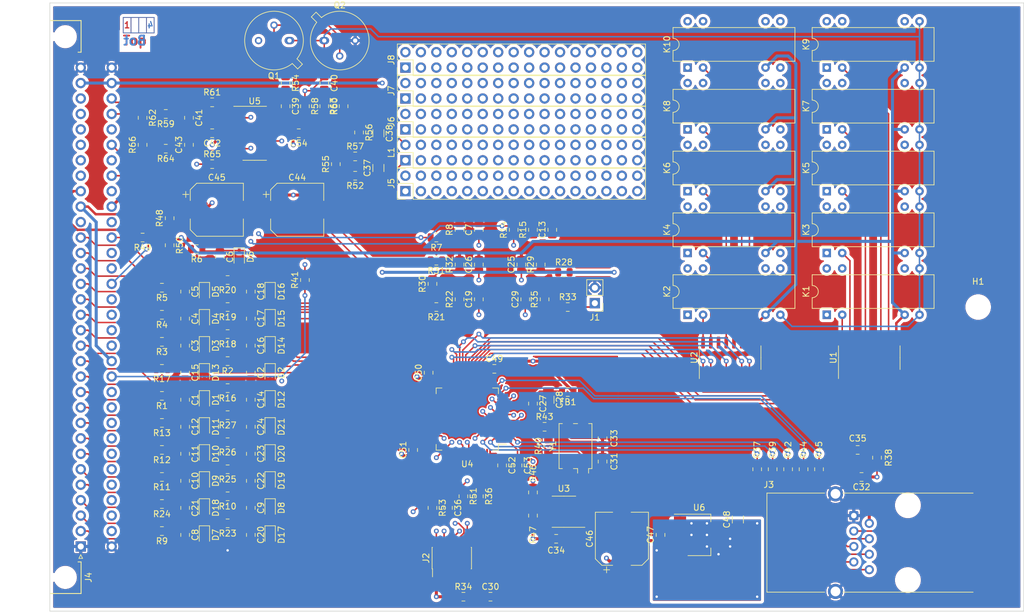
<source format=kicad_pcb>
(kicad_pcb (version 20171130) (host pcbnew "(5.1.5-0-10_14)")
  (title_block (title "beacon control ng") (date 2020-04-12))
  (layers (0 F.Cu signal) (1 In1.Cu signal) (2 In2.Cu signal) (31 B.Cu signal) (34 B.Paste user) (35 F.Paste user) (36 B.SilkS user) (37 F.SilkS user) (38 B.Mask user) (39 F.Mask user) (44 Edge.Cuts user))
  (net 0 "")
  (net 1 GND)
  (net 2 /A_F)
  (net 3 /D_F)
  (net 4 /E_F)
  (net 5 /G_F)
  (net 6 /I_F)
  (net 7 /FRONT_KEY_F)
  (net 8 /AIN0)
  (net 9 /~A_F)
  (net 10 /~D_F)
  (net 11 /~E_F)
  (net 12 /~G_F)
  (net 13 /~I_F)
  (net 14 /AIN1)
  (net 15 /B_F)
  (net 16 /C_F)
  (net 17 /F_F)
  (net 18 /H_F)
  (net 19 /J_F)
  (net 20 /AIN10)
  (net 21 /~B_F)
  (net 22 /~C_F)
  (net 23 /~F_F)
  (net 24 /~H_F)
  (net 25 /~J_F)
  (net 26 /AIN11)
  (net 27 /AIN12)
  (net 28 "Net-(C27-Pad1)")
  (net 29 /AIN13)
  (net 30 /~RST)
  (net 31 /RCC_OSC_IN)
  (net 32 +3V3)
  (net 33 "Net-(C33-Pad1)")
  (net 34 "Net-(C35-Pad1)")
  (net 35 "Net-(C36-Pad1)")
  (net 36 "Net-(C37-Pad1)")
  (net 37 "Net-(C38-Pad1)")
  (net 38 "Net-(C39-Pad2)")
  (net 39 "Net-(C39-Pad1)")
  (net 40 "Net-(C40-Pad2)")
  (net 41 /CW_FILT)
  (net 42 "Net-(C41-Pad1)")
  (net 43 +12V)
  (net 44 "Net-(C43-Pad1)")
  (net 45 -10V)
  (net 46 +5V)
  (net 47 "Net-(J1-Pad1)")
  (net 48 /JTAG_TDI)
  (net 49 "Net-(J2-Pad7)")
  (net 50 /JTAG_TDO_SWO)
  (net 51 /JTAG_TCK_SWCLK)
  (net 52 /JTAG_TMS_SWDIO)
  (net 53 "Net-(J3-Pad8)")
  (net 54 "Net-(J3-Pad7)")
  (net 55 "Net-(J3-Pad6)")
  (net 56 "Net-(J3-Pad5)")
  (net 57 "Net-(J3-Pad4)")
  (net 58 "Net-(J4-PadC30)")
  (net 59 "Net-(J4-PadA30)")
  (net 60 "Net-(J4-PadC29)")
  (net 61 /J_IN)
  (net 62 "Net-(J4-PadC28)")
  (net 63 /I_IN)
  (net 64 "Net-(J4-PadC27)")
  (net 65 /H_IN)
  (net 66 "Net-(J4-PadC26)")
  (net 67 /G_IN)
  (net 68 /CW_LED)
  (net 69 "Net-(J4-PadA25)")
  (net 70 "Net-(J4-PadC24)")
  (net 71 /FRONT_KEY)
  (net 72 "Net-(J4-PadC22)")
  (net 73 "Net-(J4-PadA22)")
  (net 74 "Net-(J4-PadC21)")
  (net 75 /J)
  (net 76 "Net-(J4-PadC20)")
  (net 77 /I)
  (net 78 "Net-(J4-PadC19)")
  (net 79 /H)
  (net 80 "Net-(J4-PadC18)")
  (net 81 /G)
  (net 82 "Net-(J4-PadC17)")
  (net 83 /F)
  (net 84 "Net-(J4-PadC16)")
  (net 85 /E)
  (net 86 "Net-(J4-PadC15)")
  (net 87 /D)
  (net 88 "Net-(J4-PadC14)")
  (net 89 /C)
  (net 90 /B)
  (net 91 "Net-(J4-PadC12)")
  (net 92 /A)
  (net 93 /J_OUT)
  (net 94 /~J)
  (net 95 /I_OUT)
  (net 96 /~I)
  (net 97 /H_OUT)
  (net 98 /~H)
  (net 99 /G_OUT)
  (net 100 /~G)
  (net 101 /F_OUT)
  (net 102 /~F)
  (net 103 /E_OUT)
  (net 104 /~E)
  (net 105 /D_OUT)
  (net 106 /~D)
  (net 107 /C_OUT)
  (net 108 /~C)
  (net 109 /B_OUT)
  (net 110 /~B)
  (net 111 /A_OUT)
  (net 112 /~A)
  (net 113 "Net-(K1-Pad14)")
  (net 114 "Net-(K1-Pad2)")
  (net 115 +12C)
  (net 116 "Net-(K2-Pad14)")
  (net 117 "Net-(K2-Pad2)")
  (net 118 "Net-(K3-Pad14)")
  (net 119 "Net-(K3-Pad2)")
  (net 120 "Net-(K4-Pad14)")
  (net 121 "Net-(K4-Pad2)")
  (net 122 "Net-(K5-Pad14)")
  (net 123 "Net-(K5-Pad2)")
  (net 124 "Net-(K6-Pad14)")
  (net 125 "Net-(K6-Pad2)")
  (net 126 "Net-(K7-Pad14)")
  (net 127 "Net-(K7-Pad2)")
  (net 128 "Net-(K8-Pad14)")
  (net 129 "Net-(K8-Pad2)")
  (net 130 "Net-(K9-Pad14)")
  (net 131 "Net-(K9-Pad2)")
  (net 132 "Net-(K10-Pad14)")
  (net 133 "Net-(K10-Pad2)")
  (net 134 "Net-(Q1-Pad2)")
  (net 135 /V_OP1)
  (net 136 /V_OP2)
  (net 137 "Net-(R36-Pad1)")
  (net 138 /X_IO3)
  (net 139 /X_IO2)
  (net 140 /X_IO1)
  (net 141 /RCC_OSC_OUT)
  (net 142 /UART_TX)
  (net 143 /UART_RX)
  (net 144 /I2C1_SDA)
  (net 145 /I2C1_SCL)
  (net 146 /CW_GEN)
  (net 147 "Net-(R55-Pad2)")
  (net 148 "Net-(U1-Pad14)")
  (net 149 "Net-(U1-Pad12)")
  (net 150 /SW_E)
  (net 151 /SW_D)
  (net 152 "Net-(U1-Pad5)")
  (net 153 /SW_C)
  (net 154 "Net-(U1-Pad3)")
  (net 155 /SW_B)
  (net 156 /SW_A)
  (net 157 "Net-(U2-Pad14)")
  (net 158 "Net-(U2-Pad12)")
  (net 159 /SW_J)
  (net 160 /SW_I)
  (net 161 "Net-(U2-Pad5)")
  (net 162 /SW_H)
  (net 163 "Net-(U2-Pad3)")
  (net 164 /SW_G)
  (net 165 /SW_F)
  (net 166 "Net-(U3-Pad7)")
  (net 167 "Net-(Y1-Pad4)")
  (net 168 "Net-(Y1-Pad2)")
  (net 169 "Net-(J5-Pad4)")
  (net 170 "Net-(J5-Pad3)")
  (net 171 "Net-(J5-Pad2)")
  (net 172 "Net-(J5-Pad1)")
  (net 173 "Net-(J6-Pad4)")
  (net 174 "Net-(J6-Pad3)")
  (net 175 "Net-(J6-Pad2)")
  (net 176 "Net-(J6-Pad1)")
  (net 177 "Net-(J7-Pad4)")
  (net 178 "Net-(J7-Pad3)")
  (net 179 "Net-(J7-Pad2)")
  (net 180 "Net-(J7-Pad1)")
  (net 181 "Net-(J8-Pad4)")
  (net 182 "Net-(J8-Pad3)")
  (net 183 "Net-(J8-Pad2)")
  (net 184 "Net-(J8-Pad1)")
  (module Package_SO:SOIC-16_3.9x9.9mm_P1.27mm (layer F.Cu) (at 131.76 78.32 90)
    (fp_text reference U2 (at 0 -5.9 90) (layer F.SilkS))
    (fp_text value ULN2003)
    (pad 16 smd roundrect (at 2.475 -4.445 90) (size 1.95 0.6) (layers F.Cu F.Paste F.Mask) (net 117 "Net-(K2-Pad2)"))
    (pad 15 smd roundrect (at 2.475 -3.175 90) (size 1.95 0.6) (layers F.Cu F.Paste F.Mask) (net 121 "Net-(K4-Pad2)"))
    (pad 14 smd roundrect (at 2.475 -1.905 90) (size 1.95 0.6) (layers F.Cu F.Paste F.Mask) (net 157 "Net-(U2-Pad14)"))
    (pad 13 smd roundrect (at 2.475 -0.635 90) (size 1.95 0.6) (layers F.Cu F.Paste F.Mask) (net 125 "Net-(K6-Pad2)"))
    (pad 12 smd roundrect (at 2.475 0.635 90) (size 1.95 0.6) (layers F.Cu F.Paste F.Mask) (net 158 "Net-(U2-Pad12)"))
    (pad 11 smd roundrect (at 2.475 1.905 90) (size 1.95 0.6) (layers F.Cu F.Paste F.Mask) (net 129 "Net-(K8-Pad2)"))
    (pad 10 smd roundrect (at 2.475 3.175 90) (size 1.95 0.6) (layers F.Cu F.Paste F.Mask) (net 133 "Net-(K10-Pad2)"))
    (pad 9 smd roundrect (at 2.475 4.445 90) (size 1.95 0.6) (layers F.Cu F.Paste F.Mask) (net 115 +12C))
    (pad 8 smd roundrect (at -2.475 4.445 90) (size 1.95 0.6) (layers F.Cu F.Paste F.Mask) (net 1 GND))
    (pad 7 smd roundrect (at -2.475 3.175 90) (size 1.95 0.6) (layers F.Cu F.Paste F.Mask) (net 159 /SW_J))
    (pad 6 smd roundrect (at -2.475 1.905 90) (size 1.95 0.6) (layers F.Cu F.Paste F.Mask) (net 160 /SW_I))
    (pad 5 smd roundrect (at -2.475 0.635 90) (size 1.95 0.6) (layers F.Cu F.Paste F.Mask) (net 161 "Net-(U2-Pad5)"))
    (pad 4 smd roundrect (at -2.475 -0.635 90) (size 1.95 0.6) (layers F.Cu F.Paste F.Mask) (net 162 /SW_H))
    (pad 3 smd roundrect (at -2.475 -1.905 90) (size 1.95 0.6) (layers F.Cu F.Paste F.Mask) (net 163 "Net-(U2-Pad3)"))
    (pad 2 smd roundrect (at -2.475 -3.175 90) (size 1.95 0.6) (layers F.Cu F.Paste F.Mask) (net 164 /SW_G))
    (pad 1 smd roundrect (at -2.475 -4.445 90) (size 1.95 0.6) (layers F.Cu F.Paste F.Mask) (net 165 /SW_F))
  )
  (module Package_SO:SOIC-16_3.9x9.9mm_P1.27mm (layer F.Cu) (at 154.62 78.32 90)
    (fp_text reference U1 (at 0 -5.9 90) (layer F.SilkS))
    (fp_text value ULN2003)
    (pad 1 smd roundrect (at -2.475 -4.445 90) (size 1.95 0.6) (layers F.Cu F.Paste F.Mask) (net 156 /SW_A))
    (pad 2 smd roundrect (at -2.475 -3.175 90) (size 1.95 0.6) (layers F.Cu F.Paste F.Mask) (net 155 /SW_B))
    (pad 3 smd roundrect (at -2.475 -1.905 90) (size 1.95 0.6) (layers F.Cu F.Paste F.Mask) (net 154 "Net-(U1-Pad3)"))
    (pad 4 smd roundrect (at -2.475 -0.635 90) (size 1.95 0.6) (layers F.Cu F.Paste F.Mask) (net 153 /SW_C))
    (pad 5 smd roundrect (at -2.475 0.635 90) (size 1.95 0.6) (layers F.Cu F.Paste F.Mask) (net 152 "Net-(U1-Pad5)"))
    (pad 6 smd roundrect (at -2.475 1.905 90) (size 1.95 0.6) (layers F.Cu F.Paste F.Mask) (net 151 /SW_D))
    (pad 7 smd roundrect (at -2.475 3.175 90) (size 1.95 0.6) (layers F.Cu F.Paste F.Mask) (net 150 /SW_E))
    (pad 8 smd roundrect (at -2.475 4.445 90) (size 1.95 0.6) (layers F.Cu F.Paste F.Mask) (net 1 GND))
    (pad 9 smd roundrect (at 2.475 4.445 90) (size 1.95 0.6) (layers F.Cu F.Paste F.Mask) (net 115 +12C))
    (pad 10 smd roundrect (at 2.475 3.175 90) (size 1.95 0.6) (layers F.Cu F.Paste F.Mask) (net 131 "Net-(K9-Pad2)"))
    (pad 11 smd roundrect (at 2.475 1.905 90) (size 1.95 0.6) (layers F.Cu F.Paste F.Mask) (net 127 "Net-(K7-Pad2)"))
    (pad 12 smd roundrect (at 2.475 0.635 90) (size 1.95 0.6) (layers F.Cu F.Paste F.Mask) (net 149 "Net-(U1-Pad12)"))
    (pad 13 smd roundrect (at 2.475 -0.635 90) (size 1.95 0.6) (layers F.Cu F.Paste F.Mask) (net 123 "Net-(K5-Pad2)"))
    (pad 14 smd roundrect (at 2.475 -1.905 90) (size 1.95 0.6) (layers F.Cu F.Paste F.Mask) (net 148 "Net-(U1-Pad14)"))
    (pad 15 smd roundrect (at 2.475 -3.175 90) (size 1.95 0.6) (layers F.Cu F.Paste F.Mask) (net 119 "Net-(K3-Pad2)"))
    (pad 16 smd roundrect (at 2.475 -4.445 90) (size 1.95 0.6) (layers F.Cu F.Paste F.Mask) (net 114 "Net-(K1-Pad2)"))
  )
  (module MountingHole:MountingHole_3.2mm_M3 (layer F.Cu) (at 172.51 70)
    (fp_text reference H1 (at 0 -4.2) (layer F.SilkS))
    (fp_text value MountingHole)
    (pad 1 np_thru_hole circle (at 0 0) (size 3.2 3.2) (drill 3.2) (layers *.Cu *.Mask))
  )
  (module Connector_PinHeader_2.54mm:PinHeader_2x16_P2.54mm_Vertical (layer F.Cu) (at 78.42 45.87 90)
    (fp_text reference L1 (at 1.27 -2.33 90) (layer F.SilkS))
    (fp_text value 2H)
    (pad 32 thru_hole oval (at 2.54 38.1 90) (size 1.7 1.7) (drill 1) (layers *.Cu *.Mask))
    (pad 31 thru_hole oval (at 0 38.1 90) (size 1.7 1.7) (drill 1) (layers *.Cu *.Mask))
    (pad 30 thru_hole oval (at 2.54 35.56 90) (size 1.7 1.7) (drill 1) (layers *.Cu *.Mask))
    (pad 29 thru_hole oval (at 0 35.56 90) (size 1.7 1.7) (drill 1) (layers *.Cu *.Mask))
    (pad 28 thru_hole oval (at 2.54 33.02 90) (size 1.7 1.7) (drill 1) (layers *.Cu *.Mask))
    (pad 27 thru_hole oval (at 0 33.02 90) (size 1.7 1.7) (drill 1) (layers *.Cu *.Mask))
    (pad 26 thru_hole oval (at 2.54 30.48 90) (size 1.7 1.7) (drill 1) (layers *.Cu *.Mask))
    (pad 25 thru_hole oval (at 0 30.48 90) (size 1.7 1.7) (drill 1) (layers *.Cu *.Mask))
    (pad 24 thru_hole oval (at 2.54 27.94 90) (size 1.7 1.7) (drill 1) (layers *.Cu *.Mask))
    (pad 23 thru_hole oval (at 0 27.94 90) (size 1.7 1.7) (drill 1) (layers *.Cu *.Mask))
    (pad 22 thru_hole oval (at 2.54 25.4 90) (size 1.7 1.7) (drill 1) (layers *.Cu *.Mask))
    (pad 21 thru_hole oval (at 0 25.4 90) (size 1.7 1.7) (drill 1) (layers *.Cu *.Mask))
    (pad 20 thru_hole oval (at 2.54 22.86 90) (size 1.7 1.7) (drill 1) (layers *.Cu *.Mask))
    (pad 19 thru_hole oval (at 0 22.86 90) (size 1.7 1.7) (drill 1) (layers *.Cu *.Mask))
    (pad 18 thru_hole oval (at 2.54 20.32 90) (size 1.7 1.7) (drill 1) (layers *.Cu *.Mask))
    (pad 17 thru_hole oval (at 0 20.32 90) (size 1.7 1.7) (drill 1) (layers *.Cu *.Mask))
    (pad 16 thru_hole oval (at 2.54 17.78 90) (size 1.7 1.7) (drill 1) (layers *.Cu *.Mask))
    (pad 15 thru_hole oval (at 0 17.78 90) (size 1.7 1.7) (drill 1) (layers *.Cu *.Mask))
    (pad 14 thru_hole oval (at 2.54 15.24 90) (size 1.7 1.7) (drill 1) (layers *.Cu *.Mask))
    (pad 13 thru_hole oval (at 0 15.24 90) (size 1.7 1.7) (drill 1) (layers *.Cu *.Mask))
    (pad 12 thru_hole oval (at 2.54 12.7 90) (size 1.7 1.7) (drill 1) (layers *.Cu *.Mask))
    (pad 11 thru_hole oval (at 0 12.7 90) (size 1.7 1.7) (drill 1) (layers *.Cu *.Mask))
    (pad 10 thru_hole oval (at 2.54 10.16 90) (size 1.7 1.7) (drill 1) (layers *.Cu *.Mask))
    (pad 9 thru_hole oval (at 0 10.16 90) (size 1.7 1.7) (drill 1) (layers *.Cu *.Mask))
    (pad 8 thru_hole oval (at 2.54 7.62 90) (size 1.7 1.7) (drill 1) (layers *.Cu *.Mask))
    (pad 7 thru_hole oval (at 0 7.62 90) (size 1.7 1.7) (drill 1) (layers *.Cu *.Mask))
    (pad 6 thru_hole oval (at 2.54 5.08 90) (size 1.7 1.7) (drill 1) (layers *.Cu *.Mask))
    (pad 5 thru_hole oval (at 0 5.08 90) (size 1.7 1.7) (drill 1) (layers *.Cu *.Mask))
    (pad 4 thru_hole oval (at 2.54 2.54 90) (size 1.7 1.7) (drill 1) (layers *.Cu *.Mask))
    (pad 3 thru_hole oval (at 0 2.54 90) (size 1.7 1.7) (drill 1) (layers *.Cu *.Mask))
    (pad 2 thru_hole oval (at 2.54 0 90) (size 1.7 1.7) (drill 1) (layers *.Cu *.Mask) (net 37 "Net-(C38-Pad1)"))
    (pad 1 thru_hole rect (at 0 0 90) (size 1.7 1.7) (drill 1) (layers *.Cu *.Mask) (net 36 "Net-(C37-Pad1)"))
  )
  (module Connector_PinHeader_2.54mm:PinHeader_2x16_P2.54mm_Vertical (layer F.Cu) (at 78.42 30.63 90)
    (fp_text reference J8 (at 1.27 -2.33 90) (layer F.SilkS))
    (fp_text value Conn_02x02_Odd_Even)
    (pad 32 thru_hole oval (at 2.54 38.1 90) (size 1.7 1.7) (drill 1) (layers *.Cu *.Mask))
    (pad 31 thru_hole oval (at 0 38.1 90) (size 1.7 1.7) (drill 1) (layers *.Cu *.Mask))
    (pad 30 thru_hole oval (at 2.54 35.56 90) (size 1.7 1.7) (drill 1) (layers *.Cu *.Mask))
    (pad 29 thru_hole oval (at 0 35.56 90) (size 1.7 1.7) (drill 1) (layers *.Cu *.Mask))
    (pad 28 thru_hole oval (at 2.54 33.02 90) (size 1.7 1.7) (drill 1) (layers *.Cu *.Mask))
    (pad 27 thru_hole oval (at 0 33.02 90) (size 1.7 1.7) (drill 1) (layers *.Cu *.Mask))
    (pad 26 thru_hole oval (at 2.54 30.48 90) (size 1.7 1.7) (drill 1) (layers *.Cu *.Mask))
    (pad 25 thru_hole oval (at 0 30.48 90) (size 1.7 1.7) (drill 1) (layers *.Cu *.Mask))
    (pad 24 thru_hole oval (at 2.54 27.94 90) (size 1.7 1.7) (drill 1) (layers *.Cu *.Mask))
    (pad 23 thru_hole oval (at 0 27.94 90) (size 1.7 1.7) (drill 1) (layers *.Cu *.Mask))
    (pad 22 thru_hole oval (at 2.54 25.4 90) (size 1.7 1.7) (drill 1) (layers *.Cu *.Mask))
    (pad 21 thru_hole oval (at 0 25.4 90) (size 1.7 1.7) (drill 1) (layers *.Cu *.Mask))
    (pad 20 thru_hole oval (at 2.54 22.86 90) (size 1.7 1.7) (drill 1) (layers *.Cu *.Mask))
    (pad 19 thru_hole oval (at 0 22.86 90) (size 1.7 1.7) (drill 1) (layers *.Cu *.Mask))
    (pad 18 thru_hole oval (at 2.54 20.32 90) (size 1.7 1.7) (drill 1) (layers *.Cu *.Mask))
    (pad 17 thru_hole oval (at 0 20.32 90) (size 1.7 1.7) (drill 1) (layers *.Cu *.Mask))
    (pad 16 thru_hole oval (at 2.54 17.78 90) (size 1.7 1.7) (drill 1) (layers *.Cu *.Mask))
    (pad 15 thru_hole oval (at 0 17.78 90) (size 1.7 1.7) (drill 1) (layers *.Cu *.Mask))
    (pad 14 thru_hole oval (at 2.54 15.24 90) (size 1.7 1.7) (drill 1) (layers *.Cu *.Mask))
    (pad 13 thru_hole oval (at 0 15.24 90) (size 1.7 1.7) (drill 1) (layers *.Cu *.Mask))
    (pad 12 thru_hole oval (at 2.54 12.7 90) (size 1.7 1.7) (drill 1) (layers *.Cu *.Mask))
    (pad 11 thru_hole oval (at 0 12.7 90) (size 1.7 1.7) (drill 1) (layers *.Cu *.Mask))
    (pad 10 thru_hole oval (at 2.54 10.16 90) (size 1.7 1.7) (drill 1) (layers *.Cu *.Mask))
    (pad 9 thru_hole oval (at 0 10.16 90) (size 1.7 1.7) (drill 1) (layers *.Cu *.Mask))
    (pad 8 thru_hole oval (at 2.54 7.62 90) (size 1.7 1.7) (drill 1) (layers *.Cu *.Mask))
    (pad 7 thru_hole oval (at 0 7.62 90) (size 1.7 1.7) (drill 1) (layers *.Cu *.Mask))
    (pad 6 thru_hole oval (at 2.54 5.08 90) (size 1.7 1.7) (drill 1) (layers *.Cu *.Mask))
    (pad 5 thru_hole oval (at 0 5.08 90) (size 1.7 1.7) (drill 1) (layers *.Cu *.Mask))
    (pad 4 thru_hole oval (at 2.54 2.54 90) (size 1.7 1.7) (drill 1) (layers *.Cu *.Mask) (net 181 "Net-(J8-Pad4)"))
    (pad 3 thru_hole oval (at 0 2.54 90) (size 1.7 1.7) (drill 1) (layers *.Cu *.Mask) (net 182 "Net-(J8-Pad3)"))
    (pad 2 thru_hole oval (at 2.54 0 90) (size 1.7 1.7) (drill 1) (layers *.Cu *.Mask) (net 183 "Net-(J8-Pad2)"))
    (pad 1 thru_hole rect (at 0 0 90) (size 1.7 1.7) (drill 1) (layers *.Cu *.Mask) (net 184 "Net-(J8-Pad1)"))
  )
  (module Connector_PinHeader_2.54mm:PinHeader_2x16_P2.54mm_Vertical (layer F.Cu) (at 78.42 35.71 90)
    (fp_text reference J7 (at 1.27 -2.33 90) (layer F.SilkS))
    (fp_text value Conn_02x02_Odd_Even)
    (pad 32 thru_hole oval (at 2.54 38.1 90) (size 1.7 1.7) (drill 1) (layers *.Cu *.Mask))
    (pad 31 thru_hole oval (at 0 38.1 90) (size 1.7 1.7) (drill 1) (layers *.Cu *.Mask))
    (pad 30 thru_hole oval (at 2.54 35.56 90) (size 1.7 1.7) (drill 1) (layers *.Cu *.Mask))
    (pad 29 thru_hole oval (at 0 35.56 90) (size 1.7 1.7) (drill 1) (layers *.Cu *.Mask))
    (pad 28 thru_hole oval (at 2.54 33.02 90) (size 1.7 1.7) (drill 1) (layers *.Cu *.Mask))
    (pad 27 thru_hole oval (at 0 33.02 90) (size 1.7 1.7) (drill 1) (layers *.Cu *.Mask))
    (pad 26 thru_hole oval (at 2.54 30.48 90) (size 1.7 1.7) (drill 1) (layers *.Cu *.Mask))
    (pad 25 thru_hole oval (at 0 30.48 90) (size 1.7 1.7) (drill 1) (layers *.Cu *.Mask))
    (pad 24 thru_hole oval (at 2.54 27.94 90) (size 1.7 1.7) (drill 1) (layers *.Cu *.Mask))
    (pad 23 thru_hole oval (at 0 27.94 90) (size 1.7 1.7) (drill 1) (layers *.Cu *.Mask))
    (pad 22 thru_hole oval (at 2.54 25.4 90) (size 1.7 1.7) (drill 1) (layers *.Cu *.Mask))
    (pad 21 thru_hole oval (at 0 25.4 90) (size 1.7 1.7) (drill 1) (layers *.Cu *.Mask))
    (pad 20 thru_hole oval (at 2.54 22.86 90) (size 1.7 1.7) (drill 1) (layers *.Cu *.Mask))
    (pad 19 thru_hole oval (at 0 22.86 90) (size 1.7 1.7) (drill 1) (layers *.Cu *.Mask))
    (pad 18 thru_hole oval (at 2.54 20.32 90) (size 1.7 1.7) (drill 1) (layers *.Cu *.Mask))
    (pad 17 thru_hole oval (at 0 20.32 90) (size 1.7 1.7) (drill 1) (layers *.Cu *.Mask))
    (pad 16 thru_hole oval (at 2.54 17.78 90) (size 1.7 1.7) (drill 1) (layers *.Cu *.Mask))
    (pad 15 thru_hole oval (at 0 17.78 90) (size 1.7 1.7) (drill 1) (layers *.Cu *.Mask))
    (pad 14 thru_hole oval (at 2.54 15.24 90) (size 1.7 1.7) (drill 1) (layers *.Cu *.Mask))
    (pad 13 thru_hole oval (at 0 15.24 90) (size 1.7 1.7) (drill 1) (layers *.Cu *.Mask))
    (pad 12 thru_hole oval (at 2.54 12.7 90) (size 1.7 1.7) (drill 1) (layers *.Cu *.Mask))
    (pad 11 thru_hole oval (at 0 12.7 90) (size 1.7 1.7) (drill 1) (layers *.Cu *.Mask))
    (pad 10 thru_hole oval (at 2.54 10.16 90) (size 1.7 1.7) (drill 1) (layers *.Cu *.Mask))
    (pad 9 thru_hole oval (at 0 10.16 90) (size 1.7 1.7) (drill 1) (layers *.Cu *.Mask))
    (pad 8 thru_hole oval (at 2.54 7.62 90) (size 1.7 1.7) (drill 1) (layers *.Cu *.Mask))
    (pad 7 thru_hole oval (at 0 7.62 90) (size 1.7 1.7) (drill 1) (layers *.Cu *.Mask))
    (pad 6 thru_hole oval (at 2.54 5.08 90) (size 1.7 1.7) (drill 1) (layers *.Cu *.Mask))
    (pad 5 thru_hole oval (at 0 5.08 90) (size 1.7 1.7) (drill 1) (layers *.Cu *.Mask))
    (pad 4 thru_hole oval (at 2.54 2.54 90) (size 1.7 1.7) (drill 1) (layers *.Cu *.Mask) (net 177 "Net-(J7-Pad4)"))
    (pad 3 thru_hole oval (at 0 2.54 90) (size 1.7 1.7) (drill 1) (layers *.Cu *.Mask) (net 178 "Net-(J7-Pad3)"))
    (pad 2 thru_hole oval (at 2.54 0 90) (size 1.7 1.7) (drill 1) (layers *.Cu *.Mask) (net 179 "Net-(J7-Pad2)"))
    (pad 1 thru_hole rect (at 0 0 90) (size 1.7 1.7) (drill 1) (layers *.Cu *.Mask) (net 180 "Net-(J7-Pad1)"))
  )
  (module Connector_PinHeader_2.54mm:PinHeader_2x16_P2.54mm_Vertical (layer F.Cu) (at 78.42 40.79 90)
    (fp_text reference J6 (at 1.27 -2.33 90) (layer F.SilkS))
    (fp_text value Conn_02x02_Odd_Even)
    (pad 32 thru_hole oval (at 2.54 38.1 90) (size 1.7 1.7) (drill 1) (layers *.Cu *.Mask))
    (pad 31 thru_hole oval (at 0 38.1 90) (size 1.7 1.7) (drill 1) (layers *.Cu *.Mask))
    (pad 30 thru_hole oval (at 2.54 35.56 90) (size 1.7 1.7) (drill 1) (layers *.Cu *.Mask))
    (pad 29 thru_hole oval (at 0 35.56 90) (size 1.7 1.7) (drill 1) (layers *.Cu *.Mask))
    (pad 28 thru_hole oval (at 2.54 33.02 90) (size 1.7 1.7) (drill 1) (layers *.Cu *.Mask))
    (pad 27 thru_hole oval (at 0 33.02 90) (size 1.7 1.7) (drill 1) (layers *.Cu *.Mask))
    (pad 26 thru_hole oval (at 2.54 30.48 90) (size 1.7 1.7) (drill 1) (layers *.Cu *.Mask))
    (pad 25 thru_hole oval (at 0 30.48 90) (size 1.7 1.7) (drill 1) (layers *.Cu *.Mask))
    (pad 24 thru_hole oval (at 2.54 27.94 90) (size 1.7 1.7) (drill 1) (layers *.Cu *.Mask))
    (pad 23 thru_hole oval (at 0 27.94 90) (size 1.7 1.7) (drill 1) (layers *.Cu *.Mask))
    (pad 22 thru_hole oval (at 2.54 25.4 90) (size 1.7 1.7) (drill 1) (layers *.Cu *.Mask))
    (pad 21 thru_hole oval (at 0 25.4 90) (size 1.7 1.7) (drill 1) (layers *.Cu *.Mask))
    (pad 20 thru_hole oval (at 2.54 22.86 90) (size 1.7 1.7) (drill 1) (layers *.Cu *.Mask))
    (pad 19 thru_hole oval (at 0 22.86 90) (size 1.7 1.7) (drill 1) (layers *.Cu *.Mask))
    (pad 18 thru_hole oval (at 2.54 20.32 90) (size 1.7 1.7) (drill 1) (layers *.Cu *.Mask))
    (pad 17 thru_hole oval (at 0 20.32 90) (size 1.7 1.7) (drill 1) (layers *.Cu *.Mask))
    (pad 16 thru_hole oval (at 2.54 17.78 90) (size 1.7 1.7) (drill 1) (layers *.Cu *.Mask))
    (pad 15 thru_hole oval (at 0 17.78 90) (size 1.7 1.7) (drill 1) (layers *.Cu *.Mask))
    (pad 14 thru_hole oval (at 2.54 15.24 90) (size 1.7 1.7) (drill 1) (layers *.Cu *.Mask))
    (pad 13 thru_hole oval (at 0 15.24 90) (size 1.7 1.7) (drill 1) (layers *.Cu *.Mask))
    (pad 12 thru_hole oval (at 2.54 12.7 90) (size 1.7 1.7) (drill 1) (layers *.Cu *.Mask))
    (pad 11 thru_hole oval (at 0 12.7 90) (size 1.7 1.7) (drill 1) (layers *.Cu *.Mask))
    (pad 10 thru_hole oval (at 2.54 10.16 90) (size 1.7 1.7) (drill 1) (layers *.Cu *.Mask))
    (pad 9 thru_hole oval (at 0 10.16 90) (size 1.7 1.7) (drill 1) (layers *.Cu *.Mask))
    (pad 8 thru_hole oval (at 2.54 7.62 90) (size 1.7 1.7) (drill 1) (layers *.Cu *.Mask))
    (pad 7 thru_hole oval (at 0 7.62 90) (size 1.7 1.7) (drill 1) (layers *.Cu *.Mask))
    (pad 6 thru_hole oval (at 2.54 5.08 90) (size 1.7 1.7) (drill 1) (layers *.Cu *.Mask))
    (pad 5 thru_hole oval (at 0 5.08 90) (size 1.7 1.7) (drill 1) (layers *.Cu *.Mask))
    (pad 4 thru_hole oval (at 2.54 2.54 90) (size 1.7 1.7) (drill 1) (layers *.Cu *.Mask) (net 173 "Net-(J6-Pad4)"))
    (pad 3 thru_hole oval (at 0 2.54 90) (size 1.7 1.7) (drill 1) (layers *.Cu *.Mask) (net 174 "Net-(J6-Pad3)"))
    (pad 2 thru_hole oval (at 2.54 0 90) (size 1.7 1.7) (drill 1) (layers *.Cu *.Mask) (net 175 "Net-(J6-Pad2)"))
    (pad 1 thru_hole rect (at 0 0 90) (size 1.7 1.7) (drill 1) (layers *.Cu *.Mask) (net 176 "Net-(J6-Pad1)"))
  )
  (module Connector_PinHeader_2.54mm:PinHeader_2x16_P2.54mm_Vertical (layer F.Cu) (at 78.42 50.95 90)
    (fp_text reference J5 (at 1.27 -2.33 90) (layer F.SilkS))
    (fp_text value Conn_02x02_Odd_Even)
    (pad 32 thru_hole oval (at 2.54 38.1 90) (size 1.7 1.7) (drill 1) (layers *.Cu *.Mask))
    (pad 31 thru_hole oval (at 0 38.1 90) (size 1.7 1.7) (drill 1) (layers *.Cu *.Mask))
    (pad 30 thru_hole oval (at 2.54 35.56 90) (size 1.7 1.7) (drill 1) (layers *.Cu *.Mask))
    (pad 29 thru_hole oval (at 0 35.56 90) (size 1.7 1.7) (drill 1) (layers *.Cu *.Mask))
    (pad 28 thru_hole oval (at 2.54 33.02 90) (size 1.7 1.7) (drill 1) (layers *.Cu *.Mask))
    (pad 27 thru_hole oval (at 0 33.02 90) (size 1.7 1.7) (drill 1) (layers *.Cu *.Mask))
    (pad 26 thru_hole oval (at 2.54 30.48 90) (size 1.7 1.7) (drill 1) (layers *.Cu *.Mask))
    (pad 25 thru_hole oval (at 0 30.48 90) (size 1.7 1.7) (drill 1) (layers *.Cu *.Mask))
    (pad 24 thru_hole oval (at 2.54 27.94 90) (size 1.7 1.7) (drill 1) (layers *.Cu *.Mask))
    (pad 23 thru_hole oval (at 0 27.94 90) (size 1.7 1.7) (drill 1) (layers *.Cu *.Mask))
    (pad 22 thru_hole oval (at 2.54 25.4 90) (size 1.7 1.7) (drill 1) (layers *.Cu *.Mask))
    (pad 21 thru_hole oval (at 0 25.4 90) (size 1.7 1.7) (drill 1) (layers *.Cu *.Mask))
    (pad 20 thru_hole oval (at 2.54 22.86 90) (size 1.7 1.7) (drill 1) (layers *.Cu *.Mask))
    (pad 19 thru_hole oval (at 0 22.86 90) (size 1.7 1.7) (drill 1) (layers *.Cu *.Mask))
    (pad 18 thru_hole oval (at 2.54 20.32 90) (size 1.7 1.7) (drill 1) (layers *.Cu *.Mask))
    (pad 17 thru_hole oval (at 0 20.32 90) (size 1.7 1.7) (drill 1) (layers *.Cu *.Mask))
    (pad 16 thru_hole oval (at 2.54 17.78 90) (size 1.7 1.7) (drill 1) (layers *.Cu *.Mask))
    (pad 15 thru_hole oval (at 0 17.78 90) (size 1.7 1.7) (drill 1) (layers *.Cu *.Mask))
    (pad 14 thru_hole oval (at 2.54 15.24 90) (size 1.7 1.7) (drill 1) (layers *.Cu *.Mask))
    (pad 13 thru_hole oval (at 0 15.24 90) (size 1.7 1.7) (drill 1) (layers *.Cu *.Mask))
    (pad 12 thru_hole oval (at 2.54 12.7 90) (size 1.7 1.7) (drill 1) (layers *.Cu *.Mask))
    (pad 11 thru_hole oval (at 0 12.7 90) (size 1.7 1.7) (drill 1) (layers *.Cu *.Mask))
    (pad 10 thru_hole oval (at 2.54 10.16 90) (size 1.7 1.7) (drill 1) (layers *.Cu *.Mask))
    (pad 9 thru_hole oval (at 0 10.16 90) (size 1.7 1.7) (drill 1) (layers *.Cu *.Mask))
    (pad 8 thru_hole oval (at 2.54 7.62 90) (size 1.7 1.7) (drill 1) (layers *.Cu *.Mask))
    (pad 7 thru_hole oval (at 0 7.62 90) (size 1.7 1.7) (drill 1) (layers *.Cu *.Mask))
    (pad 6 thru_hole oval (at 2.54 5.08 90) (size 1.7 1.7) (drill 1) (layers *.Cu *.Mask))
    (pad 5 thru_hole oval (at 0 5.08 90) (size 1.7 1.7) (drill 1) (layers *.Cu *.Mask))
    (pad 4 thru_hole oval (at 2.54 2.54 90) (size 1.7 1.7) (drill 1) (layers *.Cu *.Mask) (net 169 "Net-(J5-Pad4)"))
    (pad 3 thru_hole oval (at 0 2.54 90) (size 1.7 1.7) (drill 1) (layers *.Cu *.Mask) (net 170 "Net-(J5-Pad3)"))
    (pad 2 thru_hole oval (at 2.54 0 90) (size 1.7 1.7) (drill 1) (layers *.Cu *.Mask) (net 171 "Net-(J5-Pad2)"))
    (pad 1 thru_hole rect (at 0 0 90) (size 1.7 1.7) (drill 1) (layers *.Cu *.Mask) (net 172 "Net-(J5-Pad1)"))
  )
  (module Relay_THT:Relay_StandexMeder_DIP_LowProfile (layer F.Cu) (at 147.635 71.27 90)
    (fp_text reference K1 (at 3.81 -3.39 90) (layer F.SilkS))
    (fp_text value DIPxx-1Cxx-51x)
    (pad 13 thru_hole circle (at 7.62 2.54 90) (size 1.4 1.4) (drill 0.7) (layers *.Cu *.Mask))
    (pad 9 thru_hole circle (at 7.62 12.8 90) (size 1.4 1.4) (drill 0.7) (layers *.Cu *.Mask))
    (pad 6 thru_hole circle (at 0 12.8 90) (size 1.4 1.4) (drill 0.7) (layers *.Cu *.Mask) (net 115 +12C))
    (pad 2 thru_hole circle (at 0 2.54 90) (size 1.4 1.4) (drill 0.7) (layers *.Cu *.Mask) (net 114 "Net-(K1-Pad2)"))
    (pad 1 thru_hole rect (at 0 0 90) (size 1.4 1.4) (drill 0.7) (layers *.Cu *.Mask) (net 111 /A_OUT))
    (pad 8 thru_hole circle (at 7.62 15.24 90) (size 1.4 1.4) (drill 0.7) (layers *.Cu *.Mask) (net 41 /CW_FILT))
    (pad 7 thru_hole circle (at 0 15.24 90) (size 1.4 1.4) (drill 0.7) (layers *.Cu *.Mask) (net 41 /CW_FILT))
    (pad 14 thru_hole circle (at 7.62 0 90) (size 1.4 1.4) (drill 0.7) (layers *.Cu *.Mask) (net 113 "Net-(K1-Pad14)"))
  )
  (module Relay_THT:Relay_StandexMeder_DIP_LowProfile (layer F.Cu) (at 124.775 50.95 90)
    (fp_text reference K6 (at 3.81 -3.39 90) (layer F.SilkS))
    (fp_text value DIPxx-1Cxx-51x)
    (pad 13 thru_hole circle (at 7.62 2.54 90) (size 1.4 1.4) (drill 0.7) (layers *.Cu *.Mask))
    (pad 9 thru_hole circle (at 7.62 12.8 90) (size 1.4 1.4) (drill 0.7) (layers *.Cu *.Mask))
    (pad 6 thru_hole circle (at 0 12.8 90) (size 1.4 1.4) (drill 0.7) (layers *.Cu *.Mask) (net 115 +12C))
    (pad 2 thru_hole circle (at 0 2.54 90) (size 1.4 1.4) (drill 0.7) (layers *.Cu *.Mask) (net 125 "Net-(K6-Pad2)"))
    (pad 1 thru_hole rect (at 0 0 90) (size 1.4 1.4) (drill 0.7) (layers *.Cu *.Mask) (net 97 /H_OUT))
    (pad 8 thru_hole circle (at 7.62 15.24 90) (size 1.4 1.4) (drill 0.7) (layers *.Cu *.Mask) (net 65 /H_IN))
    (pad 7 thru_hole circle (at 0 15.24 90) (size 1.4 1.4) (drill 0.7) (layers *.Cu *.Mask) (net 65 /H_IN))
    (pad 14 thru_hole circle (at 7.62 0 90) (size 1.4 1.4) (drill 0.7) (layers *.Cu *.Mask) (net 124 "Net-(K6-Pad14)"))
  )
  (module Crystal:Crystal_SMD_EuroQuartz_MQ-4Pin_7.0x5.0mm (layer F.Cu) (at 106.36 92.86 90)
    (fp_text reference Y1 (at 0 -3.7 90) (layer F.SilkS))
    (fp_text value 8MHz)
    (pad 4 smd rect (at -3.15 -1.25 90) (size 2.2 1.4) (layers F.Cu F.Paste F.Mask) (net 167 "Net-(Y1-Pad4)"))
    (pad 3 smd rect (at 3.15 -1.25 90) (size 2.2 1.4) (layers F.Cu F.Paste F.Mask) (net 33 "Net-(C33-Pad1)"))
    (pad 2 smd rect (at 3.15 1.25 90) (size 2.2 1.4) (layers F.Cu F.Paste F.Mask) (net 168 "Net-(Y1-Pad2)"))
    (pad 1 smd rect (at -3.15 1.25 90) (size 2.2 1.4) (layers F.Cu F.Paste F.Mask) (net 31 /RCC_OSC_IN))
  )
  (module Capacitor_SMD:C_0805_2012Metric (layer F.Cu) (at 93.025 80.16)
    (fp_text reference C49 (at 0 -1.65) (layer F.SilkS))
    (fp_text value 100n)
    (pad 2 smd roundrect (at 0.9375 0) (size 0.975 1.4) (layers F.Cu F.Paste F.Mask) (net 1 GND))
    (pad 1 smd roundrect (at -0.9375 0) (size 0.975 1.4) (layers F.Cu F.Paste F.Mask) (net 32 +3V3))
  )
  (module Package_TO_SOT_THT:TO-39-3 (layer F.Cu) (at 65.085 26.185)
    (fp_text reference Q2 (at 2.54 -5.82) (layer F.SilkS))
    (fp_text value 2N2905)
    (pad 3 thru_hole oval (at 5.08 0) (size 1.2 1.2) (drill 0.7) (layers *.Cu *.Mask) (net 1 GND))
    (pad 2 thru_hole oval (at 2.54 2.54) (size 1.2 1.2) (drill 0.7) (layers *.Cu *.Mask) (net 134 "Net-(Q1-Pad2)"))
    (pad 1 thru_hole oval (at 0 0) (size 1.6 1.2) (drill 0.7) (layers *.Cu *.Mask) (net 41 /CW_FILT))
  )
  (module Inductor_SMD:L_0805_2012Metric (layer F.Cu) (at 105.09 83.97 180)
    (fp_text reference FB1 (at 0 -1.65) (layer F.SilkS))
    (fp_text value Ferrite_Bead)
    (pad 2 smd roundrect (at 0.9375 0 180) (size 0.975 1.4) (layers F.Cu F.Paste F.Mask) (net 28 "Net-(C27-Pad1)"))
    (pad 1 smd roundrect (at -0.9375 0 180) (size 0.975 1.4) (layers F.Cu F.Paste F.Mask) (net 32 +3V3))
  )
  (module Package_TO_SOT_SMD:SOT-223-3_TabPin2 (layer F.Cu) (at 126.68 107.465)
    (fp_text reference U6 (at 0 -4.5) (layer F.SilkS))
    (fp_text value LDL1117S33R_SOT223)
    (pad 1 smd rect (at -3.15 -2.3) (size 2 1.5) (layers F.Cu F.Paste F.Mask) (net 1 GND))
    (pad 3 smd rect (at -3.15 2.3) (size 2 1.5) (layers F.Cu F.Paste F.Mask) (net 46 +5V))
    (pad 2 smd rect (at -3.15 0) (size 2 1.5) (layers F.Cu F.Paste F.Mask) (net 32 +3V3))
    (pad 2 smd rect (at 3.15 0) (size 2 3.8) (layers F.Cu F.Paste F.Mask) (net 32 +3V3))
  )
  (module Package_SO:SOIC-14_3.9x8.7mm_P1.27mm (layer F.Cu) (at 53.655 41.425)
    (fp_text reference U5 (at 0 -5.28) (layer F.SilkS))
    (fp_text value TL084)
    (pad 14 smd roundrect (at 2.475 -3.81) (size 1.95 0.6) (layers F.Cu F.Paste F.Mask) (net 39 "Net-(C39-Pad1)"))
    (pad 13 smd roundrect (at 2.475 -2.54) (size 1.95 0.6) (layers F.Cu F.Paste F.Mask) (net 38 "Net-(C39-Pad2)"))
    (pad 12 smd roundrect (at 2.475 -1.27) (size 1.95 0.6) (layers F.Cu F.Paste F.Mask) (net 37 "Net-(C38-Pad1)"))
    (pad 11 smd roundrect (at 2.475 0) (size 1.95 0.6) (layers F.Cu F.Paste F.Mask) (net 45 -10V))
    (pad 10 smd roundrect (at 2.475 1.27) (size 1.95 0.6) (layers F.Cu F.Paste F.Mask) (net 35 "Net-(C36-Pad1)"))
    (pad 9 smd roundrect (at 2.475 2.54) (size 1.95 0.6) (layers F.Cu F.Paste F.Mask) (net 147 "Net-(R55-Pad2)"))
    (pad 8 smd roundrect (at 2.475 3.81) (size 1.95 0.6) (layers F.Cu F.Paste F.Mask) (net 68 /CW_LED))
    (pad 7 smd roundrect (at -2.475 3.81) (size 1.95 0.6) (layers F.Cu F.Paste F.Mask) (net 136 /V_OP2))
    (pad 6 smd roundrect (at -2.475 2.54) (size 1.95 0.6) (layers F.Cu F.Paste F.Mask) (net 136 /V_OP2))
    (pad 5 smd roundrect (at -2.475 1.27) (size 1.95 0.6) (layers F.Cu F.Paste F.Mask) (net 44 "Net-(C43-Pad1)"))
    (pad 4 smd roundrect (at -2.475 0) (size 1.95 0.6) (layers F.Cu F.Paste F.Mask) (net 43 +12V))
    (pad 3 smd roundrect (at -2.475 -1.27) (size 1.95 0.6) (layers F.Cu F.Paste F.Mask) (net 42 "Net-(C41-Pad1)"))
    (pad 2 smd roundrect (at -2.475 -2.54) (size 1.95 0.6) (layers F.Cu F.Paste F.Mask) (net 135 /V_OP1))
    (pad 1 smd roundrect (at -2.475 -3.81) (size 1.95 0.6) (layers F.Cu F.Paste F.Mask) (net 135 /V_OP1))
  )
  (module Package_QFP:LQFP-64_10x10mm_P0.5mm (layer F.Cu) (at 88.58 88.415 180)
    (fp_text reference U4 (at 0 -7.4) (layer F.SilkS))
    (fp_text value STM32F103RBTx)
    (pad 64 smd roundrect (at -3.75 -5.675 180) (size 0.3 1.55) (layers F.Cu F.Paste F.Mask) (net 32 +3V3))
    (pad 63 smd roundrect (at -3.25 -5.675 180) (size 0.3 1.55) (layers F.Cu F.Paste F.Mask) (net 1 GND))
    (pad 62 smd roundrect (at -2.75 -5.675 180) (size 0.3 1.55) (layers F.Cu F.Paste F.Mask) (net 144 /I2C1_SDA))
    (pad 61 smd roundrect (at -2.25 -5.675 180) (size 0.3 1.55) (layers F.Cu F.Paste F.Mask) (net 145 /I2C1_SCL))
    (pad 60 smd roundrect (at -1.75 -5.675 180) (size 0.3 1.55) (layers F.Cu F.Paste F.Mask) (net 137 "Net-(R36-Pad1)"))
    (pad 59 smd roundrect (at -1.25 -5.675 180) (size 0.3 1.55) (layers F.Cu F.Paste F.Mask) (net 9 /~A_F))
    (pad 58 smd roundrect (at -0.75 -5.675 180) (size 0.3 1.55) (layers F.Cu F.Paste F.Mask) (net 21 /~B_F))
    (pad 57 smd roundrect (at -0.25 -5.675 180) (size 0.3 1.55) (layers F.Cu F.Paste F.Mask) (net 146 /CW_GEN))
    (pad 56 smd roundrect (at 0.25 -5.675 180) (size 0.3 1.55) (layers F.Cu F.Paste F.Mask) (net 22 /~C_F))
    (pad 55 smd roundrect (at 0.75 -5.675 180) (size 0.3 1.55) (layers F.Cu F.Paste F.Mask) (net 50 /JTAG_TDO_SWO))
    (pad 54 smd roundrect (at 1.25 -5.675 180) (size 0.3 1.55) (layers F.Cu F.Paste F.Mask) (net 10 /~D_F))
    (pad 53 smd roundrect (at 1.75 -5.675 180) (size 0.3 1.55) (layers F.Cu F.Paste F.Mask) (net 11 /~E_F))
    (pad 52 smd roundrect (at 2.25 -5.675 180) (size 0.3 1.55) (layers F.Cu F.Paste F.Mask) (net 23 /~F_F))
    (pad 51 smd roundrect (at 2.75 -5.675 180) (size 0.3 1.55) (layers F.Cu F.Paste F.Mask) (net 12 /~G_F))
    (pad 50 smd roundrect (at 3.25 -5.675 180) (size 0.3 1.55) (layers F.Cu F.Paste F.Mask) (net 48 /JTAG_TDI))
    (pad 49 smd roundrect (at 3.75 -5.675 180) (size 0.3 1.55) (layers F.Cu F.Paste F.Mask) (net 51 /JTAG_TCK_SWCLK))
    (pad 48 smd roundrect (at 5.675 -3.75 180) (size 1.55 0.3) (layers F.Cu F.Paste F.Mask) (net 32 +3V3))
    (pad 47 smd roundrect (at 5.675 -3.25 180) (size 1.55 0.3) (layers F.Cu F.Paste F.Mask) (net 1 GND))
    (pad 46 smd roundrect (at 5.675 -2.75 180) (size 1.55 0.3) (layers F.Cu F.Paste F.Mask) (net 52 /JTAG_TMS_SWDIO))
    (pad 45 smd roundrect (at 5.675 -2.25 180) (size 1.55 0.3) (layers F.Cu F.Paste F.Mask) (net 24 /~H_F))
    (pad 44 smd roundrect (at 5.675 -1.75 180) (size 1.55 0.3) (layers F.Cu F.Paste F.Mask) (net 13 /~I_F))
    (pad 43 smd roundrect (at 5.675 -1.25 180) (size 1.55 0.3) (layers F.Cu F.Paste F.Mask) (net 25 /~J_F))
    (pad 42 smd roundrect (at 5.675 -0.75 180) (size 1.55 0.3) (layers F.Cu F.Paste F.Mask) (net 2 /A_F))
    (pad 41 smd roundrect (at 5.675 -0.25 180) (size 1.55 0.3) (layers F.Cu F.Paste F.Mask) (net 15 /B_F))
    (pad 40 smd roundrect (at 5.675 0.25 180) (size 1.55 0.3) (layers F.Cu F.Paste F.Mask) (net 16 /C_F))
    (pad 39 smd roundrect (at 5.675 0.75 180) (size 1.55 0.3) (layers F.Cu F.Paste F.Mask) (net 3 /D_F))
    (pad 38 smd roundrect (at 5.675 1.25 180) (size 1.55 0.3) (layers F.Cu F.Paste F.Mask) (net 4 /E_F))
    (pad 37 smd roundrect (at 5.675 1.75 180) (size 1.55 0.3) (layers F.Cu F.Paste F.Mask) (net 17 /F_F))
    (pad 36 smd roundrect (at 5.675 2.25 180) (size 1.55 0.3) (layers F.Cu F.Paste F.Mask) (net 5 /G_F))
    (pad 35 smd roundrect (at 5.675 2.75 180) (size 1.55 0.3) (layers F.Cu F.Paste F.Mask) (net 18 /H_F))
    (pad 34 smd roundrect (at 5.675 3.25 180) (size 1.55 0.3) (layers F.Cu F.Paste F.Mask) (net 6 /I_F))
    (pad 33 smd roundrect (at 5.675 3.75 180) (size 1.55 0.3) (layers F.Cu F.Paste F.Mask) (net 19 /J_F))
    (pad 32 smd roundrect (at 3.75 5.675 180) (size 0.3 1.55) (layers F.Cu F.Paste F.Mask) (net 32 +3V3))
    (pad 31 smd roundrect (at 3.25 5.675 180) (size 0.3 1.55) (layers F.Cu F.Paste F.Mask) (net 1 GND))
    (pad 30 smd roundrect (at 2.75 5.675 180) (size 0.3 1.55) (layers F.Cu F.Paste F.Mask) (net 7 /FRONT_KEY_F))
    (pad 29 smd roundrect (at 2.25 5.675 180) (size 0.3 1.55) (layers F.Cu F.Paste F.Mask) (net 165 /SW_F))
    (pad 28 smd roundrect (at 1.75 5.675 180) (size 0.3 1.55) (layers F.Cu F.Paste F.Mask) (net 164 /SW_G))
    (pad 27 smd roundrect (at 1.25 5.675 180) (size 0.3 1.55) (layers F.Cu F.Paste F.Mask) (net 160 /SW_I))
    (pad 26 smd roundrect (at 0.75 5.675 180) (size 0.3 1.55) (layers F.Cu F.Paste F.Mask) (net 159 /SW_J))
    (pad 25 smd roundrect (at 0.25 5.675 180) (size 0.3 1.55) (layers F.Cu F.Paste F.Mask) (net 162 /SW_H))
    (pad 24 smd roundrect (at -0.25 5.675 180) (size 0.3 1.55) (layers F.Cu F.Paste F.Mask) (net 156 /SW_A))
    (pad 23 smd roundrect (at -0.75 5.675 180) (size 0.3 1.55) (layers F.Cu F.Paste F.Mask) (net 155 /SW_B))
    (pad 22 smd roundrect (at -1.25 5.675 180) (size 0.3 1.55) (layers F.Cu F.Paste F.Mask) (net 153 /SW_C))
    (pad 21 smd roundrect (at -1.75 5.675 180) (size 0.3 1.55) (layers F.Cu F.Paste F.Mask) (net 151 /SW_D))
    (pad 20 smd roundrect (at -2.25 5.675 180) (size 0.3 1.55) (layers F.Cu F.Paste F.Mask) (net 150 /SW_E))
    (pad 19 smd roundrect (at -2.75 5.675 180) (size 0.3 1.55) (layers F.Cu F.Paste F.Mask) (net 32 +3V3))
    (pad 18 smd roundrect (at -3.25 5.675 180) (size 0.3 1.55) (layers F.Cu F.Paste F.Mask) (net 1 GND))
    (pad 17 smd roundrect (at -3.75 5.675 180) (size 0.3 1.55) (layers F.Cu F.Paste F.Mask) (net 143 /UART_RX))
    (pad 16 smd roundrect (at -5.675 3.75 180) (size 1.55 0.3) (layers F.Cu F.Paste F.Mask) (net 142 /UART_TX))
    (pad 15 smd roundrect (at -5.675 3.25 180) (size 1.55 0.3) (layers F.Cu F.Paste F.Mask) (net 14 /AIN1))
    (pad 14 smd roundrect (at -5.675 2.75 180) (size 1.55 0.3) (layers F.Cu F.Paste F.Mask) (net 8 /AIN0))
    (pad 13 smd roundrect (at -5.675 2.25 180) (size 1.55 0.3) (layers F.Cu F.Paste F.Mask) (net 28 "Net-(C27-Pad1)"))
    (pad 12 smd roundrect (at -5.675 1.75 180) (size 1.55 0.3) (layers F.Cu F.Paste F.Mask) (net 1 GND))
    (pad 11 smd roundrect (at -5.675 1.25 180) (size 1.55 0.3) (layers F.Cu F.Paste F.Mask) (net 29 /AIN13))
    (pad 10 smd roundrect (at -5.675 0.75 180) (size 1.55 0.3) (layers F.Cu F.Paste F.Mask) (net 27 /AIN12))
    (pad 9 smd roundrect (at -5.675 0.25 180) (size 1.55 0.3) (layers F.Cu F.Paste F.Mask) (net 26 /AIN11))
    (pad 8 smd roundrect (at -5.675 -0.25 180) (size 1.55 0.3) (layers F.Cu F.Paste F.Mask) (net 20 /AIN10))
    (pad 7 smd roundrect (at -5.675 -0.75 180) (size 1.55 0.3) (layers F.Cu F.Paste F.Mask) (net 30 /~RST))
    (pad 6 smd roundrect (at -5.675 -1.25 180) (size 1.55 0.3) (layers F.Cu F.Paste F.Mask) (net 141 /RCC_OSC_OUT))
    (pad 5 smd roundrect (at -5.675 -1.75 180) (size 1.55 0.3) (layers F.Cu F.Paste F.Mask) (net 31 /RCC_OSC_IN))
    (pad 4 smd roundrect (at -5.675 -2.25 180) (size 1.55 0.3) (layers F.Cu F.Paste F.Mask) (net 140 /X_IO1))
    (pad 3 smd roundrect (at -5.675 -2.75 180) (size 1.55 0.3) (layers F.Cu F.Paste F.Mask) (net 138 /X_IO3))
    (pad 2 smd roundrect (at -5.675 -3.25 180) (size 1.55 0.3) (layers F.Cu F.Paste F.Mask) (net 139 /X_IO2))
    (pad 1 smd roundrect (at -5.675 -3.75 180) (size 1.55 0.3) (layers F.Cu F.Paste F.Mask) (net 32 +3V3))
  )
  (module Package_SO:SOIC-8_3.9x4.9mm_P1.27mm (layer F.Cu) (at 104.455 103.655 180)
    (fp_text reference U3 (at 0 3.81) (layer F.SilkS))
    (fp_text value M24C01-WMN)
    (pad 8 smd roundrect (at 2.475 -1.905 180) (size 1.95 0.6) (layers F.Cu F.Paste F.Mask) (net 32 +3V3))
    (pad 7 smd roundrect (at 2.475 -0.635 180) (size 1.95 0.6) (layers F.Cu F.Paste F.Mask) (net 166 "Net-(U3-Pad7)"))
    (pad 6 smd roundrect (at 2.475 0.635 180) (size 1.95 0.6) (layers F.Cu F.Paste F.Mask) (net 145 /I2C1_SCL))
    (pad 5 smd roundrect (at 2.475 1.905 180) (size 1.95 0.6) (layers F.Cu F.Paste F.Mask) (net 144 /I2C1_SDA))
    (pad 4 smd roundrect (at -2.475 1.905 180) (size 1.95 0.6) (layers F.Cu F.Paste F.Mask) (net 1 GND))
    (pad 3 smd roundrect (at -2.475 0.635 180) (size 1.95 0.6) (layers F.Cu F.Paste F.Mask) (net 1 GND))
    (pad 2 smd roundrect (at -2.475 -0.635 180) (size 1.95 0.6) (layers F.Cu F.Paste F.Mask) (net 1 GND))
    (pad 1 smd roundrect (at -2.475 -1.905 180) (size 1.95 0.6) (layers F.Cu F.Paste F.Mask) (net 1 GND))
  )
  (module Resistor_SMD:R_0805_2012Metric (layer F.Cu) (at 35.24 43.33 90)
    (fp_text reference R66 (at 0 -1.65 90) (layer F.SilkS))
    (fp_text value 4M7)
    (pad 2 smd roundrect (at 0.9375 0 90) (size 0.975 1.4) (layers F.Cu F.Paste F.Mask) (net 1 GND))
    (pad 1 smd roundrect (at -0.9375 0 90) (size 0.975 1.4) (layers F.Cu F.Paste F.Mask) (net 64 "Net-(J4-PadC27)"))
  )
  (module Resistor_SMD:R_0805_2012Metric (layer F.Cu) (at 46.67 46.505)
    (fp_text reference R65 (at 0 -1.65) (layer F.SilkS))
    (fp_text value 100R)
    (pad 2 smd roundrect (at 0.9375 0) (size 0.975 1.4) (layers F.Cu F.Paste F.Mask) (net 136 /V_OP2))
    (pad 1 smd roundrect (at -0.9375 0) (size 0.975 1.4) (layers F.Cu F.Paste F.Mask) (net 62 "Net-(J4-PadC28)"))
  )
  (module Resistor_SMD:R_0805_2012Metric (layer F.Cu) (at 39.05 43.965 180)
    (fp_text reference R64 (at 0 -1.65) (layer F.SilkS))
    (fp_text value 1M)
    (pad 2 smd roundrect (at 0.9375 0 180) (size 0.975 1.4) (layers F.Cu F.Paste F.Mask) (net 64 "Net-(J4-PadC27)"))
    (pad 1 smd roundrect (at -0.9375 0 180) (size 0.975 1.4) (layers F.Cu F.Paste F.Mask) (net 44 "Net-(C43-Pad1)"))
  )
  (module Resistor_SMD:R_0805_2012Metric (layer F.Cu) (at 68.26 36.98 90)
    (fp_text reference R63 (at 0 -1.65 90) (layer F.SilkS))
    (fp_text value 16k5)
    (pad 2 smd roundrect (at 0.9375 0 90) (size 0.975 1.4) (layers F.Cu F.Paste F.Mask) (net 1 GND))
    (pad 1 smd roundrect (at -0.9375 0 90) (size 0.975 1.4) (layers F.Cu F.Paste F.Mask) (net 38 "Net-(C39-Pad2)"))
  )
  (module Resistor_SMD:R_0805_2012Metric (layer F.Cu) (at 35.24 38.885 270)
    (fp_text reference R62 (at 0 -1.65 90) (layer F.SilkS))
    (fp_text value 4M7)
    (pad 2 smd roundrect (at 0.9375 0 270) (size 0.975 1.4) (layers F.Cu F.Paste F.Mask) (net 1 GND))
    (pad 1 smd roundrect (at -0.9375 0 270) (size 0.975 1.4) (layers F.Cu F.Paste F.Mask) (net 60 "Net-(J4-PadC29)"))
  )
  (module Resistor_SMD:R_0805_2012Metric (layer F.Cu) (at 46.67 36.345)
    (fp_text reference R61 (at 0 -1.65) (layer F.SilkS))
    (fp_text value 100R)
    (pad 2 smd roundrect (at 0.9375 0) (size 0.975 1.4) (layers F.Cu F.Paste F.Mask) (net 135 /V_OP1))
    (pad 1 smd roundrect (at -0.9375 0) (size 0.975 1.4) (layers F.Cu F.Paste F.Mask) (net 58 "Net-(J4-PadC30)"))
  )
  (module Resistor_SMD:R_0805_2012Metric (layer F.Cu) (at 65.085 36.98 270)
    (fp_text reference R60 (at 0 -1.65 90) (layer F.SilkS))
    (fp_text value 4k7)
    (pad 2 smd roundrect (at 0.9375 0 270) (size 0.975 1.4) (layers F.Cu F.Paste F.Mask) (net 38 "Net-(C39-Pad2)"))
    (pad 1 smd roundrect (at -0.9375 0 270) (size 0.975 1.4) (layers F.Cu F.Paste F.Mask) (net 40 "Net-(C40-Pad2)"))
  )
  (module Resistor_SMD:R_0805_2012Metric (layer F.Cu) (at 39.05 38.25 180)
    (fp_text reference R59 (at 0 -1.65) (layer F.SilkS))
    (fp_text value 1M)
    (pad 2 smd roundrect (at 0.9375 0 180) (size 0.975 1.4) (layers F.Cu F.Paste F.Mask) (net 60 "Net-(J4-PadC29)"))
    (pad 1 smd roundrect (at -0.9375 0 180) (size 0.975 1.4) (layers F.Cu F.Paste F.Mask) (net 42 "Net-(C41-Pad1)"))
  )
  (module Resistor_SMD:R_0805_2012Metric (layer F.Cu) (at 61.91 36.98 270)
    (fp_text reference R58 (at 0 -1.65 90) (layer F.SilkS))
    (fp_text value 100k)
    (pad 2 smd roundrect (at 0.9375 0 270) (size 0.975 1.4) (layers F.Cu F.Paste F.Mask) (net 38 "Net-(C39-Pad2)"))
    (pad 1 smd roundrect (at -0.9375 0 270) (size 0.975 1.4) (layers F.Cu F.Paste F.Mask) (net 41 /CW_FILT))
  )
  (module Resistor_SMD:R_0805_2012Metric (layer F.Cu) (at 70.165 45.235)
    (fp_text reference R57 (at 0 -1.65) (layer F.SilkS))
    (fp_text value 10k)
    (pad 2 smd roundrect (at 0.9375 0) (size 0.975 1.4) (layers F.Cu F.Paste F.Mask) (net 1 GND))
    (pad 1 smd roundrect (at -0.9375 0) (size 0.975 1.4) (layers F.Cu F.Paste F.Mask) (net 147 "Net-(R55-Pad2)"))
  )
  (module Resistor_SMD:R_0805_2012Metric (layer F.Cu) (at 70.8 41.298 270)
    (fp_text reference R56 (at 0 -1.65 90) (layer F.SilkS))
    (fp_text value 1k)
    (pad 2 smd roundrect (at 0.9375 0 270) (size 0.975 1.4) (layers F.Cu F.Paste F.Mask) (net 1 GND))
    (pad 1 smd roundrect (at -0.9375 0 270) (size 0.975 1.4) (layers F.Cu F.Paste F.Mask) (net 37 "Net-(C38-Pad1)"))
  )
  (module Resistor_SMD:R_0805_2012Metric (layer F.Cu) (at 66.99 46.505 90)
    (fp_text reference R55 (at 0 -1.65 90) (layer F.SilkS))
    (fp_text value 5k1)
    (pad 2 smd roundrect (at 0.9375 0 90) (size 0.975 1.4) (layers F.Cu F.Paste F.Mask) (net 147 "Net-(R55-Pad2)"))
    (pad 1 smd roundrect (at -0.9375 0 90) (size 0.975 1.4) (layers F.Cu F.Paste F.Mask) (net 68 /CW_LED))
  )
  (module Resistor_SMD:R_0805_2012Metric (layer F.Cu) (at 58.735 33.17 270)
    (fp_text reference R54 (at 0 -1.65 90) (layer F.SilkS))
    (fp_text value 100R)
    (pad 2 smd roundrect (at 0.9375 0 270) (size 0.975 1.4) (layers F.Cu F.Paste F.Mask) (net 39 "Net-(C39-Pad1)"))
    (pad 1 smd roundrect (at -0.9375 0 270) (size 0.975 1.4) (layers F.Cu F.Paste F.Mask) (net 134 "Net-(Q1-Pad2)"))
  )
  (module Resistor_SMD:R_0805_2012Metric (layer F.Cu) (at 82.865 103.02 270)
    (fp_text reference R53 (at 0 -1.65 90) (layer F.SilkS))
    (fp_text value 1M2)
    (pad 2 smd roundrect (at 0.9375 0 270) (size 0.975 1.4) (layers F.Cu F.Paste F.Mask) (net 1 GND))
    (pad 1 smd roundrect (at -0.9375 0 270) (size 0.975 1.4) (layers F.Cu F.Paste F.Mask) (net 35 "Net-(C36-Pad1)"))
  )
  (module Resistor_SMD:R_0805_2012Metric (layer F.Cu) (at 70.165 48.41 180)
    (fp_text reference R52 (at 0 -1.65) (layer F.SilkS))
    (fp_text value 1k)
    (pad 2 smd roundrect (at 0.9375 0 180) (size 0.975 1.4) (layers F.Cu F.Paste F.Mask) (net 68 /CW_LED))
    (pad 1 smd roundrect (at -0.9375 0 180) (size 0.975 1.4) (layers F.Cu F.Paste F.Mask) (net 36 "Net-(C37-Pad1)"))
  )
  (module Resistor_SMD:R_0805_2012Metric (layer F.Cu) (at 87.945 101.115 270)
    (fp_text reference R51 (at 0 -1.65 90) (layer F.SilkS))
    (fp_text value 47k5)
    (pad 2 smd roundrect (at 0.9375 0 270) (size 0.975 1.4) (layers F.Cu F.Paste F.Mask) (net 35 "Net-(C36-Pad1)"))
    (pad 1 smd roundrect (at -0.9375 0 270) (size 0.975 1.4) (layers F.Cu F.Paste F.Mask) (net 146 /CW_GEN))
  )
  (module Resistor_SMD:R_0805_2012Metric (layer F.Cu) (at 39.685 59.84 270)
    (fp_text reference R50 (at 0 -1.65 90) (layer F.SilkS))
    (fp_text value 0R)
    (pad 2 smd roundrect (at 0.9375 0 270) (size 0.975 1.4) (layers F.Cu F.Paste F.Mask) (net 71 /FRONT_KEY))
    (pad 1 smd roundrect (at -0.9375 0 270) (size 0.975 1.4) (layers F.Cu F.Paste F.Mask) (net 115 +12C))
  )
  (module Resistor_SMD:R_0805_2012Metric (layer F.Cu) (at 35.24 58.57 180)
    (fp_text reference R49 (at 0 -1.65) (layer F.SilkS))
    (fp_text value 1k)
    (pad 2 smd roundrect (at 0.9375 0 180) (size 0.975 1.4) (layers F.Cu F.Paste F.Mask) (net 74 "Net-(J4-PadC21)"))
    (pad 1 smd roundrect (at -0.9375 0 180) (size 0.975 1.4) (layers F.Cu F.Paste F.Mask) (net 80 "Net-(J4-PadC18)"))
  )
  (module Resistor_SMD:R_0805_2012Metric (layer F.Cu) (at 39.685 55.395 90)
    (fp_text reference R48 (at 0 -1.65 90) (layer F.SilkS))
    (fp_text value 0R)
    (pad 2 smd roundrect (at 0.9375 0 90) (size 0.975 1.4) (layers F.Cu F.Paste F.Mask) (net 43 +12V))
    (pad 1 smd roundrect (at -0.9375 0 90) (size 0.975 1.4) (layers F.Cu F.Paste F.Mask) (net 115 +12C))
  )
  (module Resistor_SMD:R_0805_2012Metric (layer F.Cu) (at 99.375 104.29 90)
    (fp_text reference R47 (at -3.175 0 90) (layer F.SilkS))
    (fp_text value 10k)
    (pad 2 smd roundrect (at 0.9375 0 90) (size 0.975 1.4) (layers F.Cu F.Paste F.Mask) (net 145 /I2C1_SCL))
    (pad 1 smd roundrect (at -0.9375 0 90) (size 0.975 1.4) (layers F.Cu F.Paste F.Mask) (net 32 +3V3))
  )
  (module Resistor_SMD:R_0805_2012Metric (layer F.Cu) (at 99.375 100.48 270)
    (fp_text reference R46 (at -3.175 0 90) (layer F.SilkS))
    (fp_text value 10k)
    (pad 2 smd roundrect (at 0.9375 0 270) (size 0.975 1.4) (layers F.Cu F.Paste F.Mask) (net 144 /I2C1_SDA))
    (pad 1 smd roundrect (at -0.9375 0 270) (size 0.975 1.4) (layers F.Cu F.Paste F.Mask) (net 32 +3V3))
  )
  (module Resistor_SMD:R_0805_2012Metric (layer F.Cu) (at 146.365 96.67 90)
    (fp_text reference R45 (at 3.175 0 90) (layer F.SilkS))
    (fp_text value 1k)
    (pad 2 smd roundrect (at 0.9375 0 90) (size 0.975 1.4) (layers F.Cu F.Paste F.Mask) (net 143 /UART_RX))
    (pad 1 smd roundrect (at -0.9375 0 90) (size 0.975 1.4) (layers F.Cu F.Paste F.Mask) (net 57 "Net-(J3-Pad4)"))
  )
  (module Resistor_SMD:R_0805_2012Metric (layer F.Cu) (at 143.825 96.67 90)
    (fp_text reference R44 (at 3.175 0 90) (layer F.SilkS))
    (fp_text value 1k)
    (pad 2 smd roundrect (at 0.9375 0 90) (size 0.975 1.4) (layers F.Cu F.Paste F.Mask) (net 142 /UART_TX))
    (pad 1 smd roundrect (at -0.9375 0 90) (size 0.975 1.4) (layers F.Cu F.Paste F.Mask) (net 56 "Net-(J3-Pad5)"))
  )
  (module Resistor_SMD:R_0805_2012Metric (layer F.Cu) (at 101.28 89.685)
    (fp_text reference R43 (at 0 -1.65) (layer F.SilkS))
    (fp_text value 10k)
    (pad 2 smd roundrect (at 0.9375 0) (size 0.975 1.4) (layers F.Cu F.Paste F.Mask) (net 33 "Net-(C33-Pad1)"))
    (pad 1 smd roundrect (at -0.9375 0) (size 0.975 1.4) (layers F.Cu F.Paste F.Mask) (net 141 /RCC_OSC_OUT))
  )
  (module Resistor_SMD:R_0805_2012Metric (layer F.Cu) (at 141.285 96.67 90)
    (fp_text reference R42 (at 3.175 0 90) (layer F.SilkS))
    (fp_text value 1k)
    (pad 2 smd roundrect (at 0.9375 0 90) (size 0.975 1.4) (layers F.Cu F.Paste F.Mask) (net 140 /X_IO1))
    (pad 1 smd roundrect (at -0.9375 0 90) (size 0.975 1.4) (layers F.Cu F.Paste F.Mask) (net 55 "Net-(J3-Pad6)"))
  )
  (module Resistor_SMD:R_0805_2012Metric (layer F.Cu) (at 61.91 65.555 90)
    (fp_text reference R41 (at 0 -1.65 90) (layer F.SilkS))
    (fp_text value 1k)
    (pad 2 smd roundrect (at 0.9375 0 90) (size 0.975 1.4) (layers F.Cu F.Paste F.Mask) (net 41 /CW_FILT))
    (pad 1 smd roundrect (at -0.9375 0 90) (size 0.975 1.4) (layers F.Cu F.Paste F.Mask) (net 91 "Net-(J4-PadC12)"))
  )
  (module Resistor_SMD:R_0805_2012Metric (layer F.Cu) (at 101.915 92.86 90)
    (fp_text reference R40 (at 0 -1.65 90) (layer F.SilkS))
    (fp_text value 2M2)
    (pad 2 smd roundrect (at 0.9375 0 90) (size 0.975 1.4) (layers F.Cu F.Paste F.Mask) (net 33 "Net-(C33-Pad1)"))
    (pad 1 smd roundrect (at -0.9375 0 90) (size 0.975 1.4) (layers F.Cu F.Paste F.Mask) (net 31 /RCC_OSC_IN))
  )
  (module Resistor_SMD:R_0805_2012Metric (layer F.Cu) (at 138.745 96.67 90)
    (fp_text reference R39 (at 3.175 0 90) (layer F.SilkS))
    (fp_text value 1k)
    (pad 2 smd roundrect (at 0.9375 0 90) (size 0.975 1.4) (layers F.Cu F.Paste F.Mask) (net 139 /X_IO2))
    (pad 1 smd roundrect (at -0.9375 0 90) (size 0.975 1.4) (layers F.Cu F.Paste F.Mask) (net 54 "Net-(J3-Pad7)"))
  )
  (module Resistor_SMD:R_0805_2012Metric (layer F.Cu) (at 155.89 94.765 90)
    (fp_text reference R38 (at 0 1.905 90) (layer F.SilkS))
    (fp_text value 10k)
    (pad 2 smd roundrect (at 0.9375 0 90) (size 0.975 1.4) (layers F.Cu F.Paste F.Mask) (net 34 "Net-(C35-Pad1)"))
    (pad 1 smd roundrect (at -0.9375 0 90) (size 0.975 1.4) (layers F.Cu F.Paste F.Mask) (net 32 +3V3))
  )
  (module Resistor_SMD:R_0805_2012Metric (layer F.Cu) (at 136.205 96.67 90)
    (fp_text reference R37 (at 3.175 0 90) (layer F.SilkS))
    (fp_text value 1k)
    (pad 2 smd roundrect (at 0.9375 0 90) (size 0.975 1.4) (layers F.Cu F.Paste F.Mask) (net 138 /X_IO3))
    (pad 1 smd roundrect (at -0.9375 0 90) (size 0.975 1.4) (layers F.Cu F.Paste F.Mask) (net 53 "Net-(J3-Pad8)"))
  )
  (module Resistor_SMD:R_0805_2012Metric (layer F.Cu) (at 90.485 101.115 270)
    (fp_text reference R36 (at 0 -1.65 90) (layer F.SilkS))
    (fp_text value 10k)
    (pad 2 smd roundrect (at 0.9375 0 270) (size 0.975 1.4) (layers F.Cu F.Paste F.Mask) (net 1 GND))
    (pad 1 smd roundrect (at -0.9375 0 270) (size 0.975 1.4) (layers F.Cu F.Paste F.Mask) (net 137 "Net-(R36-Pad1)"))
  )
  (module Resistor_SMD:R_0805_2012Metric (layer F.Cu) (at 101.28 68.73 90)
    (fp_text reference R35 (at 0 -1.65 90) (layer F.SilkS))
    (fp_text value 2k4)
    (pad 2 smd roundrect (at 0.9375 0 90) (size 0.975 1.4) (layers F.Cu F.Paste F.Mask) (net 1 GND))
    (pad 1 smd roundrect (at -0.9375 0 90) (size 0.975 1.4) (layers F.Cu F.Paste F.Mask) (net 20 /AIN10))
  )
  (module Resistor_SMD:R_0805_2012Metric (layer F.Cu) (at 87.945 117.625)
    (fp_text reference R34 (at 0 -1.65) (layer F.SilkS))
    (fp_text value 10k)
    (pad 2 smd roundrect (at 0.9375 0) (size 0.975 1.4) (layers F.Cu F.Paste F.Mask) (net 30 /~RST))
    (pad 1 smd roundrect (at -0.9375 0) (size 0.975 1.4) (layers F.Cu F.Paste F.Mask) (net 32 +3V3))
  )
  (module Resistor_SMD:R_0805_2012Metric (layer F.Cu) (at 105.09 70)
    (fp_text reference R33 (at 0 -1.65) (layer F.SilkS))
    (fp_text value 10k)
    (pad 2 smd roundrect (at 0.9375 0) (size 0.975 1.4) (layers F.Cu F.Paste F.Mask) (net 47 "Net-(J1-Pad1)"))
    (pad 1 smd roundrect (at -0.9375 0) (size 0.975 1.4) (layers F.Cu F.Paste F.Mask) (net 20 /AIN10))
  )
  (module Resistor_SMD:R_0805_2012Metric (layer F.Cu) (at 87.31 63.015 90)
    (fp_text reference R32 (at 0 -1.65 90) (layer F.SilkS))
    (fp_text value 2k4)
    (pad 2 smd roundrect (at 0.9375 0 90) (size 0.975 1.4) (layers F.Cu F.Paste F.Mask) (net 1 GND))
    (pad 1 smd roundrect (at -0.9375 0 90) (size 0.975 1.4) (layers F.Cu F.Paste F.Mask) (net 29 /AIN13))
  )
  (module Resistor_SMD:R_0805_2012Metric (layer F.Cu) (at 83.5 62.38 180)
    (fp_text reference R31 (at 0 -1.65) (layer F.SilkS))
    (fp_text value 10k)
    (pad 2 smd roundrect (at 0.9375 0 180) (size 0.975 1.4) (layers F.Cu F.Paste F.Mask) (net 45 -10V))
    (pad 1 smd roundrect (at -0.9375 0 180) (size 0.975 1.4) (layers F.Cu F.Paste F.Mask) (net 29 /AIN13))
  )
  (module Resistor_SMD:R_0805_2012Metric (layer F.Cu) (at 82.865 66.19 90)
    (fp_text reference R30 (at 0 -1.65 90) (layer F.SilkS))
    (fp_text value 10k)
    (pad 2 smd roundrect (at 0.9375 0 90) (size 0.975 1.4) (layers F.Cu F.Paste F.Mask) (net 29 /AIN13))
    (pad 1 smd roundrect (at -0.9375 0 90) (size 0.975 1.4) (layers F.Cu F.Paste F.Mask) (net 43 +12V))
  )
  (module Resistor_SMD:R_0805_2012Metric (layer F.Cu) (at 100.645 63.015 90)
    (fp_text reference R29 (at 0 -1.65 90) (layer F.SilkS))
    (fp_text value 2k4)
    (pad 2 smd roundrect (at 0.9375 0 90) (size 0.975 1.4) (layers F.Cu F.Paste F.Mask) (net 1 GND))
    (pad 1 smd roundrect (at -0.9375 0 90) (size 0.975 1.4) (layers F.Cu F.Paste F.Mask) (net 27 /AIN12))
  )
  (module Resistor_SMD:R_0805_2012Metric (layer F.Cu) (at 104.455 64.285)
    (fp_text reference R28 (at 0 -1.65) (layer F.SilkS))
    (fp_text value 10k)
    (pad 2 smd roundrect (at 0.9375 0) (size 0.975 1.4) (layers F.Cu F.Paste F.Mask) (net 46 +5V))
    (pad 1 smd roundrect (at -0.9375 0) (size 0.975 1.4) (layers F.Cu F.Paste F.Mask) (net 27 /AIN12))
  )
  (module Resistor_SMD:R_0805_2012Metric (layer F.Cu) (at 49.21 87.78 180)
    (fp_text reference R27 (at 0 -1.65) (layer F.SilkS))
    (fp_text value 1k)
    (pad 2 smd roundrect (at 0.9375 0 180) (size 0.975 1.4) (layers F.Cu F.Paste F.Mask) (net 94 /~J))
    (pad 1 smd roundrect (at -0.9375 0 180) (size 0.975 1.4) (layers F.Cu F.Paste F.Mask) (net 25 /~J_F))
  )
  (module Resistor_SMD:R_0805_2012Metric (layer F.Cu) (at 49.21 92.225 180)
    (fp_text reference R26 (at 0 -1.65) (layer F.SilkS))
    (fp_text value 1k)
    (pad 2 smd roundrect (at 0.9375 0 180) (size 0.975 1.4) (layers F.Cu F.Paste F.Mask) (net 98 /~H))
    (pad 1 smd roundrect (at -0.9375 0 180) (size 0.975 1.4) (layers F.Cu F.Paste F.Mask) (net 24 /~H_F))
  )
  (module Resistor_SMD:R_0805_2012Metric (layer F.Cu) (at 49.21 96.67 180)
    (fp_text reference R25 (at 0 -1.65) (layer F.SilkS))
    (fp_text value 1k)
    (pad 2 smd roundrect (at 0.9375 0 180) (size 0.975 1.4) (layers F.Cu F.Paste F.Mask) (net 102 /~F))
    (pad 1 smd roundrect (at -0.9375 0 180) (size 0.975 1.4) (layers F.Cu F.Paste F.Mask) (net 23 /~F_F))
  )
  (module Resistor_SMD:R_0805_2012Metric (layer F.Cu) (at 38.415 102.385 180)
    (fp_text reference R24 (at 0 -1.65) (layer F.SilkS))
    (fp_text value 1k)
    (pad 2 smd roundrect (at 0.9375 0 180) (size 0.975 1.4) (layers F.Cu F.Paste F.Mask) (net 108 /~C))
    (pad 1 smd roundrect (at -0.9375 0 180) (size 0.975 1.4) (layers F.Cu F.Paste F.Mask) (net 22 /~C_F))
  )
  (module Resistor_SMD:R_0805_2012Metric (layer F.Cu) (at 49.21 105.56 180)
    (fp_text reference R23 (at 0 -1.65) (layer F.SilkS))
    (fp_text value 1k)
    (pad 2 smd roundrect (at 0.9375 0 180) (size 0.975 1.4) (layers F.Cu F.Paste F.Mask) (net 110 /~B))
    (pad 1 smd roundrect (at -0.9375 0 180) (size 0.975 1.4) (layers F.Cu F.Paste F.Mask) (net 21 /~B_F))
  )
  (module Resistor_SMD:R_0805_2012Metric (layer F.Cu) (at 87.31 68.73 90)
    (fp_text reference R22 (at 0 -1.65 90) (layer F.SilkS))
    (fp_text value 2k4)
    (pad 2 smd roundrect (at 0.9375 0 90) (size 0.975 1.4) (layers F.Cu F.Paste F.Mask) (net 1 GND))
    (pad 1 smd roundrect (at -0.9375 0 90) (size 0.975 1.4) (layers F.Cu F.Paste F.Mask) (net 26 /AIN11))
  )
  (module Resistor_SMD:R_0805_2012Metric (layer F.Cu) (at 83.5 70 180)
    (fp_text reference R21 (at 0 -1.65) (layer F.SilkS))
    (fp_text value 10k)
    (pad 2 smd roundrect (at 0.9375 0 180) (size 0.975 1.4) (layers F.Cu F.Paste F.Mask) (net 43 +12V))
    (pad 1 smd roundrect (at -0.9375 0 180) (size 0.975 1.4) (layers F.Cu F.Paste F.Mask) (net 26 /AIN11))
  )
  (module Resistor_SMD:R_0805_2012Metric (layer F.Cu) (at 49.21 65.555 180)
    (fp_text reference R20 (at 0 -1.65) (layer F.SilkS))
    (fp_text value 1k)
    (pad 2 smd roundrect (at 0.9375 0 180) (size 0.975 1.4) (layers F.Cu F.Paste F.Mask) (net 75 /J))
    (pad 1 smd roundrect (at -0.9375 0 180) (size 0.975 1.4) (layers F.Cu F.Paste F.Mask) (net 19 /J_F))
  )
  (module Resistor_SMD:R_0805_2012Metric (layer F.Cu) (at 49.21 70 180)
    (fp_text reference R19 (at 0 -1.65) (layer F.SilkS))
    (fp_text value 1k)
    (pad 2 smd roundrect (at 0.9375 0 180) (size 0.975 1.4) (layers F.Cu F.Paste F.Mask) (net 79 /H))
    (pad 1 smd roundrect (at -0.9375 0 180) (size 0.975 1.4) (layers F.Cu F.Paste F.Mask) (net 18 /H_F))
  )
  (module Resistor_SMD:R_0805_2012Metric (layer F.Cu) (at 49.21 74.445 180)
    (fp_text reference R18 (at 0 -1.65) (layer F.SilkS))
    (fp_text value 1k)
    (pad 2 smd roundrect (at 0.9375 0 180) (size 0.975 1.4) (layers F.Cu F.Paste F.Mask) (net 83 /F))
    (pad 1 smd roundrect (at -0.9375 0 180) (size 0.975 1.4) (layers F.Cu F.Paste F.Mask) (net 17 /F_F))
  )
  (module Resistor_SMD:R_0805_2012Metric (layer F.Cu) (at 38.415 80.16 180)
    (fp_text reference R17 (at 0 -1.65) (layer F.SilkS))
    (fp_text value 1k)
    (pad 2 smd roundrect (at 0.9375 0 180) (size 0.975 1.4) (layers F.Cu F.Paste F.Mask) (net 89 /C))
    (pad 1 smd roundrect (at -0.9375 0 180) (size 0.975 1.4) (layers F.Cu F.Paste F.Mask) (net 16 /C_F))
  )
  (module Resistor_SMD:R_0805_2012Metric (layer F.Cu) (at 49.21 83.335 180)
    (fp_text reference R16 (at 0 -1.65) (layer F.SilkS))
    (fp_text value 1k)
    (pad 2 smd roundrect (at 0.9375 0 180) (size 0.975 1.4) (layers F.Cu F.Paste F.Mask) (net 90 /B))
    (pad 1 smd roundrect (at -0.9375 0 180) (size 0.975 1.4) (layers F.Cu F.Paste F.Mask) (net 15 /B_F))
  )
  (module Resistor_SMD:R_0805_2012Metric (layer F.Cu) (at 99.375 57.3 90)
    (fp_text reference R15 (at 0 -1.65 90) (layer F.SilkS))
    (fp_text value 2k4)
    (pad 2 smd roundrect (at 0.9375 0 90) (size 0.975 1.4) (layers F.Cu F.Paste F.Mask) (net 1 GND))
    (pad 1 smd roundrect (at -0.9375 0 90) (size 0.975 1.4) (layers F.Cu F.Paste F.Mask) (net 14 /AIN1))
  )
  (module Resistor_SMD:R_0805_2012Metric (layer F.Cu) (at 96.2 57.3 90)
    (fp_text reference R14 (at 0 -1.65 90) (layer F.SilkS))
    (fp_text value 10k)
    (pad 2 smd roundrect (at 0.9375 0 90) (size 0.975 1.4) (layers F.Cu F.Paste F.Mask) (net 136 /V_OP2))
    (pad 1 smd roundrect (at -0.9375 0 90) (size 0.975 1.4) (layers F.Cu F.Paste F.Mask) (net 14 /AIN1))
  )
  (module Resistor_SMD:R_0805_2012Metric (layer F.Cu) (at 38.415 89.05 180)
    (fp_text reference R13 (at 0 -1.65) (layer F.SilkS))
    (fp_text value 1k)
    (pad 2 smd roundrect (at 0.9375 0 180) (size 0.975 1.4) (layers F.Cu F.Paste F.Mask) (net 96 /~I))
    (pad 1 smd roundrect (at -0.9375 0 180) (size 0.975 1.4) (layers F.Cu F.Paste F.Mask) (net 13 /~I_F))
  )
  (module Resistor_SMD:R_0805_2012Metric (layer F.Cu) (at 38.415 93.495 180)
    (fp_text reference R12 (at 0 -1.65) (layer F.SilkS))
    (fp_text value 1k)
    (pad 2 smd roundrect (at 0.9375 0 180) (size 0.975 1.4) (layers F.Cu F.Paste F.Mask) (net 100 /~G))
    (pad 1 smd roundrect (at -0.9375 0 180) (size 0.975 1.4) (layers F.Cu F.Paste F.Mask) (net 12 /~G_F))
  )
  (module Resistor_SMD:R_0805_2012Metric (layer F.Cu) (at 38.415 97.94 180)
    (fp_text reference R11 (at 0 -1.65) (layer F.SilkS))
    (fp_text value 1k)
    (pad 2 smd roundrect (at 0.9375 0 180) (size 0.975 1.4) (layers F.Cu F.Paste F.Mask) (net 104 /~E))
    (pad 1 smd roundrect (at -0.9375 0 180) (size 0.975 1.4) (layers F.Cu F.Paste F.Mask) (net 11 /~E_F))
  )
  (module Resistor_SMD:R_0805_2012Metric (layer F.Cu) (at 49.21 101.115 180)
    (fp_text reference R10 (at 0 -1.65) (layer F.SilkS))
    (fp_text value 1k)
    (pad 2 smd roundrect (at 0.9375 0 180) (size 0.975 1.4) (layers F.Cu F.Paste F.Mask) (net 106 /~D))
    (pad 1 smd roundrect (at -0.9375 0 180) (size 0.975 1.4) (layers F.Cu F.Paste F.Mask) (net 10 /~D_F))
  )
  (module Resistor_SMD:R_0805_2012Metric (layer F.Cu) (at 38.415 106.83 180)
    (fp_text reference R9 (at 0 -1.65) (layer F.SilkS))
    (fp_text value 1k)
    (pad 2 smd roundrect (at 0.9375 0 180) (size 0.975 1.4) (layers F.Cu F.Paste F.Mask) (net 112 /~A))
    (pad 1 smd roundrect (at -0.9375 0 180) (size 0.975 1.4) (layers F.Cu F.Paste F.Mask) (net 9 /~A_F))
  )
  (module Resistor_SMD:R_0805_2012Metric (layer F.Cu) (at 87.31 57.3 90)
    (fp_text reference R8 (at 0 -1.65 90) (layer F.SilkS))
    (fp_text value 2k4)
    (pad 2 smd roundrect (at 0.9375 0 90) (size 0.975 1.4) (layers F.Cu F.Paste F.Mask) (net 1 GND))
    (pad 1 smd roundrect (at -0.9375 0 90) (size 0.975 1.4) (layers F.Cu F.Paste F.Mask) (net 8 /AIN0))
  )
  (module Resistor_SMD:R_0805_2012Metric (layer F.Cu) (at 83.5 58.57 180)
    (fp_text reference R7 (at 0 -1.65) (layer F.SilkS))
    (fp_text value 10k)
    (pad 2 smd roundrect (at 0.9375 0 180) (size 0.975 1.4) (layers F.Cu F.Paste F.Mask) (net 135 /V_OP1))
    (pad 1 smd roundrect (at -0.9375 0 180) (size 0.975 1.4) (layers F.Cu F.Paste F.Mask) (net 8 /AIN0))
  )
  (module Resistor_SMD:R_0805_2012Metric (layer F.Cu) (at 44.13 60.475 180)
    (fp_text reference R6 (at 0 -1.65) (layer F.SilkS))
    (fp_text value 1k)
    (pad 2 smd roundrect (at 0.9375 0 180) (size 0.975 1.4) (layers F.Cu F.Paste F.Mask) (net 71 /FRONT_KEY))
    (pad 1 smd roundrect (at -0.9375 0 180) (size 0.975 1.4) (layers F.Cu F.Paste F.Mask) (net 7 /FRONT_KEY_F))
  )
  (module Resistor_SMD:R_0805_2012Metric (layer F.Cu) (at 38.415 66.825 180)
    (fp_text reference R5 (at 0 -1.65) (layer F.SilkS))
    (fp_text value 1k)
    (pad 2 smd roundrect (at 0.9375 0 180) (size 0.975 1.4) (layers F.Cu F.Paste F.Mask) (net 77 /I))
    (pad 1 smd roundrect (at -0.9375 0 180) (size 0.975 1.4) (layers F.Cu F.Paste F.Mask) (net 6 /I_F))
  )
  (module Resistor_SMD:R_0805_2012Metric (layer F.Cu) (at 38.415 71.27 180)
    (fp_text reference R4 (at 0 -1.65) (layer F.SilkS))
    (fp_text value 1k)
    (pad 2 smd roundrect (at 0.9375 0 180) (size 0.975 1.4) (layers F.Cu F.Paste F.Mask) (net 81 /G))
    (pad 1 smd roundrect (at -0.9375 0 180) (size 0.975 1.4) (layers F.Cu F.Paste F.Mask) (net 5 /G_F))
  )
  (module Resistor_SMD:R_0805_2012Metric (layer F.Cu) (at 38.415 75.715 180)
    (fp_text reference R3 (at 0 -1.65) (layer F.SilkS))
    (fp_text value 1k)
    (pad 2 smd roundrect (at 0.9375 0 180) (size 0.975 1.4) (layers F.Cu F.Paste F.Mask) (net 85 /E))
    (pad 1 smd roundrect (at -0.9375 0 180) (size 0.975 1.4) (layers F.Cu F.Paste F.Mask) (net 4 /E_F))
  )
  (module Resistor_SMD:R_0805_2012Metric (layer F.Cu) (at 49.21 78.89 180)
    (fp_text reference R2 (at 0 -1.65) (layer F.SilkS))
    (fp_text value 1k)
    (pad 2 smd roundrect (at 0.9375 0 180) (size 0.975 1.4) (layers F.Cu F.Paste F.Mask) (net 87 /D))
    (pad 1 smd roundrect (at -0.9375 0 180) (size 0.975 1.4) (layers F.Cu F.Paste F.Mask) (net 3 /D_F))
  )
  (module Resistor_SMD:R_0805_2012Metric (layer F.Cu) (at 38.415 84.605 180)
    (fp_text reference R1 (at 0 -1.65) (layer F.SilkS))
    (fp_text value 1k)
    (pad 2 smd roundrect (at 0.9375 0 180) (size 0.975 1.4) (layers F.Cu F.Paste F.Mask) (net 92 /A))
    (pad 1 smd roundrect (at -0.9375 0 180) (size 0.975 1.4) (layers F.Cu F.Paste F.Mask) (net 2 /A_F))
  )
  (module Package_TO_SOT_THT:TO-39-3 (layer F.Cu) (at 59.37 26.185 180)
    (fp_text reference Q1 (at 2.54 -5.82) (layer F.SilkS))
    (fp_text value 2N2219)
    (pad 3 thru_hole oval (at 5.08 0 180) (size 1.2 1.2) (drill 0.7) (layers *.Cu *.Mask) (net 43 +12V))
    (pad 2 thru_hole oval (at 2.54 2.54 180) (size 1.2 1.2) (drill 0.7) (layers *.Cu *.Mask) (net 134 "Net-(Q1-Pad2)"))
    (pad 1 thru_hole oval (at 0 0 180) (size 1.6 1.2) (drill 0.7) (layers *.Cu *.Mask) (net 41 /CW_FILT))
  )
  (module Relay_THT:Relay_StandexMeder_DIP_LowProfile (layer F.Cu) (at 124.775 30.63 90)
    (fp_text reference K10 (at 3.81 -3.39 90) (layer F.SilkS))
    (fp_text value DIPxx-1Cxx-51x)
    (pad 13 thru_hole circle (at 7.62 2.54 90) (size 1.4 1.4) (drill 0.7) (layers *.Cu *.Mask))
    (pad 9 thru_hole circle (at 7.62 12.8 90) (size 1.4 1.4) (drill 0.7) (layers *.Cu *.Mask))
    (pad 6 thru_hole circle (at 0 12.8 90) (size 1.4 1.4) (drill 0.7) (layers *.Cu *.Mask) (net 115 +12C))
    (pad 2 thru_hole circle (at 0 2.54 90) (size 1.4 1.4) (drill 0.7) (layers *.Cu *.Mask) (net 133 "Net-(K10-Pad2)"))
    (pad 1 thru_hole rect (at 0 0 90) (size 1.4 1.4) (drill 0.7) (layers *.Cu *.Mask) (net 93 /J_OUT))
    (pad 8 thru_hole circle (at 7.62 15.24 90) (size 1.4 1.4) (drill 0.7) (layers *.Cu *.Mask) (net 61 /J_IN))
    (pad 7 thru_hole circle (at 0 15.24 90) (size 1.4 1.4) (drill 0.7) (layers *.Cu *.Mask) (net 61 /J_IN))
    (pad 14 thru_hole circle (at 7.62 0 90) (size 1.4 1.4) (drill 0.7) (layers *.Cu *.Mask) (net 132 "Net-(K10-Pad14)"))
  )
  (module Relay_THT:Relay_StandexMeder_DIP_LowProfile (layer F.Cu) (at 147.635 30.63 90)
    (fp_text reference K9 (at 3.81 -3.39 90) (layer F.SilkS))
    (fp_text value DIPxx-1Cxx-51x)
    (pad 13 thru_hole circle (at 7.62 2.54 90) (size 1.4 1.4) (drill 0.7) (layers *.Cu *.Mask))
    (pad 9 thru_hole circle (at 7.62 12.8 90) (size 1.4 1.4) (drill 0.7) (layers *.Cu *.Mask))
    (pad 6 thru_hole circle (at 0 12.8 90) (size 1.4 1.4) (drill 0.7) (layers *.Cu *.Mask) (net 115 +12C))
    (pad 2 thru_hole circle (at 0 2.54 90) (size 1.4 1.4) (drill 0.7) (layers *.Cu *.Mask) (net 131 "Net-(K9-Pad2)"))
    (pad 1 thru_hole rect (at 0 0 90) (size 1.4 1.4) (drill 0.7) (layers *.Cu *.Mask) (net 103 /E_OUT))
    (pad 8 thru_hole circle (at 7.62 15.24 90) (size 1.4 1.4) (drill 0.7) (layers *.Cu *.Mask) (net 41 /CW_FILT))
    (pad 7 thru_hole circle (at 0 15.24 90) (size 1.4 1.4) (drill 0.7) (layers *.Cu *.Mask) (net 41 /CW_FILT))
    (pad 14 thru_hole circle (at 7.62 0 90) (size 1.4 1.4) (drill 0.7) (layers *.Cu *.Mask) (net 130 "Net-(K9-Pad14)"))
  )
  (module Relay_THT:Relay_StandexMeder_DIP_LowProfile (layer F.Cu) (at 124.775 40.79 90)
    (fp_text reference K8 (at 3.81 -3.39 90) (layer F.SilkS))
    (fp_text value DIPxx-1Cxx-51x)
    (pad 13 thru_hole circle (at 7.62 2.54 90) (size 1.4 1.4) (drill 0.7) (layers *.Cu *.Mask))
    (pad 9 thru_hole circle (at 7.62 12.8 90) (size 1.4 1.4) (drill 0.7) (layers *.Cu *.Mask))
    (pad 6 thru_hole circle (at 0 12.8 90) (size 1.4 1.4) (drill 0.7) (layers *.Cu *.Mask) (net 115 +12C))
    (pad 2 thru_hole circle (at 0 2.54 90) (size 1.4 1.4) (drill 0.7) (layers *.Cu *.Mask) (net 129 "Net-(K8-Pad2)"))
    (pad 1 thru_hole rect (at 0 0 90) (size 1.4 1.4) (drill 0.7) (layers *.Cu *.Mask) (net 95 /I_OUT))
    (pad 8 thru_hole circle (at 7.62 15.24 90) (size 1.4 1.4) (drill 0.7) (layers *.Cu *.Mask) (net 63 /I_IN))
    (pad 7 thru_hole circle (at 0 15.24 90) (size 1.4 1.4) (drill 0.7) (layers *.Cu *.Mask) (net 63 /I_IN))
    (pad 14 thru_hole circle (at 7.62 0 90) (size 1.4 1.4) (drill 0.7) (layers *.Cu *.Mask) (net 128 "Net-(K8-Pad14)"))
  )
  (module Relay_THT:Relay_StandexMeder_DIP_LowProfile (layer F.Cu) (at 147.635 40.79 90)
    (fp_text reference K7 (at 3.81 -3.39 90) (layer F.SilkS))
    (fp_text value DIPxx-1Cxx-51x)
    (pad 13 thru_hole circle (at 7.62 2.54 90) (size 1.4 1.4) (drill 0.7) (layers *.Cu *.Mask))
    (pad 9 thru_hole circle (at 7.62 12.8 90) (size 1.4 1.4) (drill 0.7) (layers *.Cu *.Mask))
    (pad 6 thru_hole circle (at 0 12.8 90) (size 1.4 1.4) (drill 0.7) (layers *.Cu *.Mask) (net 115 +12C))
    (pad 2 thru_hole circle (at 0 2.54 90) (size 1.4 1.4) (drill 0.7) (layers *.Cu *.Mask) (net 127 "Net-(K7-Pad2)"))
    (pad 1 thru_hole rect (at 0 0 90) (size 1.4 1.4) (drill 0.7) (layers *.Cu *.Mask) (net 105 /D_OUT))
    (pad 8 thru_hole circle (at 7.62 15.24 90) (size 1.4 1.4) (drill 0.7) (layers *.Cu *.Mask) (net 41 /CW_FILT))
    (pad 7 thru_hole circle (at 0 15.24 90) (size 1.4 1.4) (drill 0.7) (layers *.Cu *.Mask) (net 41 /CW_FILT))
    (pad 14 thru_hole circle (at 7.62 0 90) (size 1.4 1.4) (drill 0.7) (layers *.Cu *.Mask) (net 126 "Net-(K7-Pad14)"))
  )
  (module Relay_THT:Relay_StandexMeder_DIP_LowProfile (layer F.Cu) (at 147.635 50.95 90)
    (fp_text reference K5 (at 3.81 -3.39 90) (layer F.SilkS))
    (fp_text value DIPxx-1Cxx-51x)
    (pad 13 thru_hole circle (at 7.62 2.54 90) (size 1.4 1.4) (drill 0.7) (layers *.Cu *.Mask))
    (pad 9 thru_hole circle (at 7.62 12.8 90) (size 1.4 1.4) (drill 0.7) (layers *.Cu *.Mask))
    (pad 6 thru_hole circle (at 0 12.8 90) (size 1.4 1.4) (drill 0.7) (layers *.Cu *.Mask) (net 115 +12C))
    (pad 2 thru_hole circle (at 0 2.54 90) (size 1.4 1.4) (drill 0.7) (layers *.Cu *.Mask) (net 123 "Net-(K5-Pad2)"))
    (pad 1 thru_hole rect (at 0 0 90) (size 1.4 1.4) (drill 0.7) (layers *.Cu *.Mask) (net 107 /C_OUT))
    (pad 8 thru_hole circle (at 7.62 15.24 90) (size 1.4 1.4) (drill 0.7) (layers *.Cu *.Mask) (net 41 /CW_FILT))
    (pad 7 thru_hole circle (at 0 15.24 90) (size 1.4 1.4) (drill 0.7) (layers *.Cu *.Mask) (net 41 /CW_FILT))
    (pad 14 thru_hole circle (at 7.62 0 90) (size 1.4 1.4) (drill 0.7) (layers *.Cu *.Mask) (net 122 "Net-(K5-Pad14)"))
  )
  (module Relay_THT:Relay_StandexMeder_DIP_LowProfile (layer F.Cu) (at 124.775 61.11 90)
    (fp_text reference K4 (at 3.81 -3.39 90) (layer F.SilkS))
    (fp_text value DIPxx-1Cxx-51x)
    (pad 13 thru_hole circle (at 7.62 2.54 90) (size 1.4 1.4) (drill 0.7) (layers *.Cu *.Mask))
    (pad 9 thru_hole circle (at 7.62 12.8 90) (size 1.4 1.4) (drill 0.7) (layers *.Cu *.Mask))
    (pad 6 thru_hole circle (at 0 12.8 90) (size 1.4 1.4) (drill 0.7) (layers *.Cu *.Mask) (net 115 +12C))
    (pad 2 thru_hole circle (at 0 2.54 90) (size 1.4 1.4) (drill 0.7) (layers *.Cu *.Mask) (net 121 "Net-(K4-Pad2)"))
    (pad 1 thru_hole rect (at 0 0 90) (size 1.4 1.4) (drill 0.7) (layers *.Cu *.Mask) (net 99 /G_OUT))
    (pad 8 thru_hole circle (at 7.62 15.24 90) (size 1.4 1.4) (drill 0.7) (layers *.Cu *.Mask) (net 67 /G_IN))
    (pad 7 thru_hole circle (at 0 15.24 90) (size 1.4 1.4) (drill 0.7) (layers *.Cu *.Mask) (net 67 /G_IN))
    (pad 14 thru_hole circle (at 7.62 0 90) (size 1.4 1.4) (drill 0.7) (layers *.Cu *.Mask) (net 120 "Net-(K4-Pad14)"))
  )
  (module Relay_THT:Relay_StandexMeder_DIP_LowProfile (layer F.Cu) (at 147.635 61.11 90)
    (fp_text reference K3 (at 3.81 -3.39 90) (layer F.SilkS))
    (fp_text value DIPxx-1Cxx-51x)
    (pad 13 thru_hole circle (at 7.62 2.54 90) (size 1.4 1.4) (drill 0.7) (layers *.Cu *.Mask))
    (pad 9 thru_hole circle (at 7.62 12.8 90) (size 1.4 1.4) (drill 0.7) (layers *.Cu *.Mask))
    (pad 6 thru_hole circle (at 0 12.8 90) (size 1.4 1.4) (drill 0.7) (layers *.Cu *.Mask) (net 115 +12C))
    (pad 2 thru_hole circle (at 0 2.54 90) (size 1.4 1.4) (drill 0.7) (layers *.Cu *.Mask) (net 119 "Net-(K3-Pad2)"))
    (pad 1 thru_hole rect (at 0 0 90) (size 1.4 1.4) (drill 0.7) (layers *.Cu *.Mask) (net 109 /B_OUT))
    (pad 8 thru_hole circle (at 7.62 15.24 90) (size 1.4 1.4) (drill 0.7) (layers *.Cu *.Mask) (net 41 /CW_FILT))
    (pad 7 thru_hole circle (at 0 15.24 90) (size 1.4 1.4) (drill 0.7) (layers *.Cu *.Mask) (net 41 /CW_FILT))
    (pad 14 thru_hole circle (at 7.62 0 90) (size 1.4 1.4) (drill 0.7) (layers *.Cu *.Mask) (net 118 "Net-(K3-Pad14)"))
  )
  (module Relay_THT:Relay_StandexMeder_DIP_LowProfile (layer F.Cu) (at 124.775 71.27 90)
    (fp_text reference K2 (at 3.81 -3.39 90) (layer F.SilkS))
    (fp_text value DIPxx-1Cxx-51x)
    (pad 13 thru_hole circle (at 7.62 2.54 90) (size 1.4 1.4) (drill 0.7) (layers *.Cu *.Mask))
    (pad 9 thru_hole circle (at 7.62 12.8 90) (size 1.4 1.4) (drill 0.7) (layers *.Cu *.Mask))
    (pad 6 thru_hole circle (at 0 12.8 90) (size 1.4 1.4) (drill 0.7) (layers *.Cu *.Mask) (net 115 +12C))
    (pad 2 thru_hole circle (at 0 2.54 90) (size 1.4 1.4) (drill 0.7) (layers *.Cu *.Mask) (net 117 "Net-(K2-Pad2)"))
    (pad 1 thru_hole rect (at 0 0 90) (size 1.4 1.4) (drill 0.7) (layers *.Cu *.Mask) (net 101 /F_OUT))
    (pad 8 thru_hole circle (at 7.62 15.24 90) (size 1.4 1.4) (drill 0.7) (layers *.Cu *.Mask) (net 41 /CW_FILT))
    (pad 7 thru_hole circle (at 0 15.24 90) (size 1.4 1.4) (drill 0.7) (layers *.Cu *.Mask) (net 41 /CW_FILT))
    (pad 14 thru_hole circle (at 7.62 0 90) (size 1.4 1.4) (drill 0.7) (layers *.Cu *.Mask) (net 116 "Net-(K2-Pad14)"))
  )
  (module Custom:DIN41612_C_2x32_Horizontal (layer F.Cu) (at 25.08 109.37 90)
    (fp_text reference J4 (at -5.08 1.27 90) (layer F.SilkS))
    (fp_text value C64AC)
    (pad A1 thru_hole rect (at 0 0 90) (size 1.7 1.7) (drill 1) (layers *.Cu *.Mask) (net 1 GND))
    (pad C1 thru_hole circle (at 0 5.08 90) (size 1.7 1.7) (drill 1) (layers *.Cu *.Mask) (net 1 GND))
    (pad A2 thru_hole circle (at 2.54 0 90) (size 1.7 1.7) (drill 1) (layers *.Cu *.Mask) (net 112 /~A))
    (pad C2 thru_hole circle (at 2.54 5.08 90) (size 1.7 1.7) (drill 1) (layers *.Cu *.Mask) (net 111 /A_OUT))
    (pad A3 thru_hole circle (at 5.08 0 90) (size 1.7 1.7) (drill 1) (layers *.Cu *.Mask) (net 110 /~B))
    (pad C3 thru_hole circle (at 5.08 5.08 90) (size 1.7 1.7) (drill 1) (layers *.Cu *.Mask) (net 109 /B_OUT))
    (pad A4 thru_hole circle (at 7.62 0 90) (size 1.7 1.7) (drill 1) (layers *.Cu *.Mask) (net 108 /~C))
    (pad C4 thru_hole circle (at 7.62 5.08 90) (size 1.7 1.7) (drill 1) (layers *.Cu *.Mask) (net 107 /C_OUT))
    (pad A5 thru_hole circle (at 10.16 0 90) (size 1.7 1.7) (drill 1) (layers *.Cu *.Mask) (net 106 /~D))
    (pad C5 thru_hole circle (at 10.16 5.08 90) (size 1.7 1.7) (drill 1) (layers *.Cu *.Mask) (net 105 /D_OUT))
    (pad A6 thru_hole circle (at 12.7 0 90) (size 1.7 1.7) (drill 1) (layers *.Cu *.Mask) (net 104 /~E))
    (pad C6 thru_hole circle (at 12.7 5.08 90) (size 1.7 1.7) (drill 1) (layers *.Cu *.Mask) (net 103 /E_OUT))
    (pad A7 thru_hole circle (at 15.24 0 90) (size 1.7 1.7) (drill 1) (layers *.Cu *.Mask) (net 102 /~F))
    (pad C7 thru_hole circle (at 15.24 5.08 90) (size 1.7 1.7) (drill 1) (layers *.Cu *.Mask) (net 101 /F_OUT))
    (pad A8 thru_hole circle (at 17.78 0 90) (size 1.7 1.7) (drill 1) (layers *.Cu *.Mask) (net 100 /~G))
    (pad C8 thru_hole circle (at 17.78 5.08 90) (size 1.7 1.7) (drill 1) (layers *.Cu *.Mask) (net 99 /G_OUT))
    (pad A9 thru_hole circle (at 20.32 0 90) (size 1.7 1.7) (drill 1) (layers *.Cu *.Mask) (net 98 /~H))
    (pad C9 thru_hole circle (at 20.32 5.08 90) (size 1.7 1.7) (drill 1) (layers *.Cu *.Mask) (net 97 /H_OUT))
    (pad A10 thru_hole circle (at 22.86 0 90) (size 1.7 1.7) (drill 1) (layers *.Cu *.Mask) (net 96 /~I))
    (pad C10 thru_hole circle (at 22.86 5.08 90) (size 1.7 1.7) (drill 1) (layers *.Cu *.Mask) (net 95 /I_OUT))
    (pad A11 thru_hole circle (at 25.4 0 90) (size 1.7 1.7) (drill 1) (layers *.Cu *.Mask) (net 94 /~J))
    (pad C11 thru_hole circle (at 25.4 5.08 90) (size 1.7 1.7) (drill 1) (layers *.Cu *.Mask) (net 93 /J_OUT))
    (pad A12 thru_hole circle (at 27.94 0 90) (size 1.7 1.7) (drill 1) (layers *.Cu *.Mask) (net 92 /A))
    (pad C12 thru_hole circle (at 27.94 5.08 90) (size 1.7 1.7) (drill 1) (layers *.Cu *.Mask) (net 91 "Net-(J4-PadC12)"))
    (pad A13 thru_hole circle (at 30.48 0 90) (size 1.7 1.7) (drill 1) (layers *.Cu *.Mask) (net 90 /B))
    (pad C13 thru_hole circle (at 30.48 5.08 90) (size 1.7 1.7) (drill 1) (layers *.Cu *.Mask) (net 43 +12V))
    (pad A14 thru_hole circle (at 33.02 0 90) (size 1.7 1.7) (drill 1) (layers *.Cu *.Mask) (net 89 /C))
    (pad C14 thru_hole circle (at 33.02 5.08 90) (size 1.7 1.7) (drill 1) (layers *.Cu *.Mask) (net 88 "Net-(J4-PadC14)"))
    (pad A15 thru_hole circle (at 35.56 0 90) (size 1.7 1.7) (drill 1) (layers *.Cu *.Mask) (net 87 /D))
    (pad C15 thru_hole circle (at 35.56 5.08 90) (size 1.7 1.7) (drill 1) (layers *.Cu *.Mask) (net 86 "Net-(J4-PadC15)"))
    (pad A16 thru_hole circle (at 38.1 0 90) (size 1.7 1.7) (drill 1) (layers *.Cu *.Mask) (net 85 /E))
    (pad C16 thru_hole circle (at 38.1 5.08 90) (size 1.7 1.7) (drill 1) (layers *.Cu *.Mask) (net 84 "Net-(J4-PadC16)"))
    (pad A17 thru_hole circle (at 40.64 0 90) (size 1.7 1.7) (drill 1) (layers *.Cu *.Mask) (net 83 /F))
    (pad C17 thru_hole circle (at 40.64 5.08 90) (size 1.7 1.7) (drill 1) (layers *.Cu *.Mask) (net 82 "Net-(J4-PadC17)"))
    (pad A18 thru_hole circle (at 43.18 0 90) (size 1.7 1.7) (drill 1) (layers *.Cu *.Mask) (net 81 /G))
    (pad C18 thru_hole circle (at 43.18 5.08 90) (size 1.7 1.7) (drill 1) (layers *.Cu *.Mask) (net 80 "Net-(J4-PadC18)"))
    (pad A19 thru_hole circle (at 45.72 0 90) (size 1.7 1.7) (drill 1) (layers *.Cu *.Mask) (net 79 /H))
    (pad C19 thru_hole circle (at 45.72 5.08 90) (size 1.7 1.7) (drill 1) (layers *.Cu *.Mask) (net 78 "Net-(J4-PadC19)"))
    (pad A20 thru_hole circle (at 48.26 0 90) (size 1.7 1.7) (drill 1) (layers *.Cu *.Mask) (net 77 /I))
    (pad C20 thru_hole circle (at 48.26 5.08 90) (size 1.7 1.7) (drill 1) (layers *.Cu *.Mask) (net 76 "Net-(J4-PadC20)"))
    (pad A21 thru_hole circle (at 50.8 0 90) (size 1.7 1.7) (drill 1) (layers *.Cu *.Mask) (net 75 /J))
    (pad C21 thru_hole circle (at 50.8 5.08 90) (size 1.7 1.7) (drill 1) (layers *.Cu *.Mask) (net 74 "Net-(J4-PadC21)"))
    (pad A22 thru_hole circle (at 53.34 0 90) (size 1.7 1.7) (drill 1) (layers *.Cu *.Mask) (net 73 "Net-(J4-PadA22)"))
    (pad C22 thru_hole circle (at 53.34 5.08 90) (size 1.7 1.7) (drill 1) (layers *.Cu *.Mask) (net 72 "Net-(J4-PadC22)"))
    (pad A23 thru_hole circle (at 55.88 0 90) (size 1.7 1.7) (drill 1) (layers *.Cu *.Mask) (net 43 +12V))
    (pad C23 thru_hole circle (at 55.88 5.08 90) (size 1.7 1.7) (drill 1) (layers *.Cu *.Mask) (net 45 -10V))
    (pad A24 thru_hole circle (at 58.42 0 90) (size 1.7 1.7) (drill 1) (layers *.Cu *.Mask) (net 71 /FRONT_KEY))
    (pad C24 thru_hole circle (at 58.42 5.08 90) (size 1.7 1.7) (drill 1) (layers *.Cu *.Mask) (net 70 "Net-(J4-PadC24)"))
    (pad A25 thru_hole circle (at 60.96 0 90) (size 1.7 1.7) (drill 1) (layers *.Cu *.Mask) (net 69 "Net-(J4-PadA25)"))
    (pad C25 thru_hole circle (at 60.96 5.08 90) (size 1.7 1.7) (drill 1) (layers *.Cu *.Mask) (net 68 /CW_LED))
    (pad A26 thru_hole circle (at 63.5 0 90) (size 1.7 1.7) (drill 1) (layers *.Cu *.Mask) (net 67 /G_IN))
    (pad C26 thru_hole circle (at 63.5 5.08 90) (size 1.7 1.7) (drill 1) (layers *.Cu *.Mask) (net 66 "Net-(J4-PadC26)"))
    (pad A27 thru_hole circle (at 66.04 0 90) (size 1.7 1.7) (drill 1) (layers *.Cu *.Mask) (net 65 /H_IN))
    (pad C27 thru_hole circle (at 66.04 5.08 90) (size 1.7 1.7) (drill 1) (layers *.Cu *.Mask) (net 64 "Net-(J4-PadC27)"))
    (pad A28 thru_hole circle (at 68.58 0 90) (size 1.7 1.7) (drill 1) (layers *.Cu *.Mask) (net 63 /I_IN))
    (pad C28 thru_hole circle (at 68.58 5.08 90) (size 1.7 1.7) (drill 1) (layers *.Cu *.Mask) (net 62 "Net-(J4-PadC28)"))
    (pad A29 thru_hole circle (at 71.12 0 90) (size 1.7 1.7) (drill 1) (layers *.Cu *.Mask) (net 61 /J_IN))
    (pad C29 thru_hole circle (at 71.12 5.08 90) (size 1.7 1.7) (drill 1) (layers *.Cu *.Mask) (net 60 "Net-(J4-PadC29)"))
    (pad A30 thru_hole circle (at 73.66 0 90) (size 1.7 1.7) (drill 1) (layers *.Cu *.Mask) (net 59 "Net-(J4-PadA30)"))
    (pad C30 thru_hole circle (at 73.66 5.08 90) (size 1.7 1.7) (drill 1) (layers *.Cu *.Mask) (net 58 "Net-(J4-PadC30)"))
    (pad A31 thru_hole circle (at 76.2 0 90) (size 1.7 1.7) (drill 1) (layers *.Cu *.Mask) (net 46 +5V))
    (pad C31 thru_hole circle (at 76.2 5.08 90) (size 1.7 1.7) (drill 1) (layers *.Cu *.Mask) (net 46 +5V))
    (pad A32 thru_hole circle (at 78.74 0 90) (size 1.7 1.7) (drill 1) (layers *.Cu *.Mask) (net 1 GND))
    (pad C32 thru_hole circle (at 78.74 5.08 90) (size 1.7 1.7) (drill 1) (layers *.Cu *.Mask) (net 1 GND))
    (pad "" np_thru_hole circle (at -5.08 -2.54 90) (size 2.8 2.8) (drill 2.8) (layers *.Cu *.Mask))
    (pad "" np_thru_hole circle (at 83.82 -2.54 90) (size 2.8 2.8) (drill 2.8) (layers *.Cu *.Mask))
  )
  (module Custom:Lantronix_xPort_Pro (layer F.Cu) (at 152.08 104.29 270)
    (fp_text reference J3 (at -5.08 13.97 180) (layer F.SilkS))
    (fp_text value XPP1003000-04R)
    (pad "" np_thru_hole circle (at 10.6 -8.89 270) (size 3.25 3.25) (drill 3.25) (layers *.Cu *.Mask))
    (pad "" np_thru_hole circle (at -1.7 -8.89 270) (size 3.25 3.25) (drill 3.25) (layers *.Cu *.Mask))
    (pad 1 thru_hole roundrect (at 0 0 270) (size 1.5 1.5) (drill 0.9) (layers *.Cu *.Mask) (roundrect_rratio 0.167) (net 1 GND))
    (pad 2 thru_hole circle (at 1.27 -2.54 270) (size 1.5 1.5) (drill 0.9) (layers *.Cu *.Mask) (net 32 +3V3))
    (pad 3 thru_hole circle (at 2.54 0 270) (size 1.5 1.5) (drill 0.9) (layers *.Cu *.Mask) (net 34 "Net-(C35-Pad1)"))
    (pad 4 thru_hole circle (at 3.81 -2.54 270) (size 1.5 1.5) (drill 0.9) (layers *.Cu *.Mask) (net 57 "Net-(J3-Pad4)"))
    (pad 5 thru_hole circle (at 5.08 0 270) (size 1.5 1.5) (drill 0.9) (layers *.Cu *.Mask) (net 56 "Net-(J3-Pad5)"))
    (pad 6 thru_hole circle (at 6.35 -2.54 270) (size 1.5 1.5) (drill 0.9) (layers *.Cu *.Mask) (net 55 "Net-(J3-Pad6)"))
    (pad 7 thru_hole circle (at 7.62 0 270) (size 1.5 1.5) (drill 0.9) (layers *.Cu *.Mask) (net 54 "Net-(J3-Pad7)"))
    (pad SH thru_hole circle (at -3.58 3.01 270) (size 2.5 2.5) (drill 1.6) (layers *.Cu *.Mask) (net 1 GND))
    (pad 8 thru_hole circle (at 8.89 -2.54 270) (size 1.5 1.5) (drill 0.9) (layers *.Cu *.Mask) (net 53 "Net-(J3-Pad8)"))
    (pad SH thru_hole circle (at 12.47 3.01 270) (size 2.5 2.5) (drill 1.6) (layers *.Cu *.Mask) (net 1 GND))
  )
  (module Connector_PinHeader_1.27mm:PinHeader_2x05_P1.27mm_Vertical_SMD (layer F.Cu) (at 86.04 111.275 90)
    (fp_text reference J2 (at 0 -4.235 90) (layer F.SilkS))
    (fp_text value Conn_ARM_JTAG_SWD_10)
    (pad 10 smd rect (at 1.95 2.54 90) (size 2.4 0.74) (layers F.Cu F.Paste F.Mask) (net 30 /~RST))
    (pad 9 smd rect (at -1.95 2.54 90) (size 2.4 0.74) (layers F.Cu F.Paste F.Mask) (net 1 GND))
    (pad 8 smd rect (at 1.95 1.27 90) (size 2.4 0.74) (layers F.Cu F.Paste F.Mask) (net 48 /JTAG_TDI))
    (pad 7 smd rect (at -1.95 1.27 90) (size 2.4 0.74) (layers F.Cu F.Paste F.Mask) (net 49 "Net-(J2-Pad7)"))
    (pad 6 smd rect (at 1.95 0 90) (size 2.4 0.74) (layers F.Cu F.Paste F.Mask) (net 50 /JTAG_TDO_SWO))
    (pad 5 smd rect (at -1.95 0 90) (size 2.4 0.74) (layers F.Cu F.Paste F.Mask) (net 1 GND))
    (pad 4 smd rect (at 1.95 -1.27 90) (size 2.4 0.74) (layers F.Cu F.Paste F.Mask) (net 51 /JTAG_TCK_SWCLK))
    (pad 3 smd rect (at -1.95 -1.27 90) (size 2.4 0.74) (layers F.Cu F.Paste F.Mask) (net 1 GND))
    (pad 2 smd rect (at 1.95 -2.54 90) (size 2.4 0.74) (layers F.Cu F.Paste F.Mask) (net 52 /JTAG_TMS_SWDIO))
    (pad 1 smd rect (at -1.95 -2.54 90) (size 2.4 0.74) (layers F.Cu F.Paste F.Mask) (net 32 +3V3))
  )
  (module Connector_PinHeader_2.54mm:PinHeader_1x02_P2.54mm_Vertical (layer F.Cu) (at 109.535 69.365 180)
    (fp_text reference J1 (at 0 -2.33) (layer F.SilkS))
    (fp_text value Conn_01x02_Male)
    (pad 2 thru_hole oval (at 0 2.54 180) (size 1.7 1.7) (drill 1) (layers *.Cu *.Mask) (net 1 GND))
    (pad 1 thru_hole rect (at 0 0 180) (size 1.7 1.7) (drill 1) (layers *.Cu *.Mask) (net 47 "Net-(J1-Pad1)"))
  )
  (module Diode_SMD:D_SOD-323 (layer F.Cu) (at 56.195 89.685 270)
    (fp_text reference D21 (at 0 -1.85 270) (layer F.SilkS))
    (fp_text value 3V3)
    (pad 2 smd rect (at 1.05 0 270) (size 0.6 0.45) (layers F.Cu F.Paste F.Mask) (net 1 GND))
    (pad 1 smd rect (at -1.05 0 270) (size 0.6 0.45) (layers F.Cu F.Paste F.Mask) (net 25 /~J_F))
  )
  (module Diode_SMD:D_SOD-323 (layer F.Cu) (at 56.195 94.13 270)
    (fp_text reference D20 (at 0 -1.85 270) (layer F.SilkS))
    (fp_text value 3V3)
    (pad 2 smd rect (at 1.05 0 270) (size 0.6 0.45) (layers F.Cu F.Paste F.Mask) (net 1 GND))
    (pad 1 smd rect (at -1.05 0 270) (size 0.6 0.45) (layers F.Cu F.Paste F.Mask) (net 24 /~H_F))
  )
  (module Diode_SMD:D_SOD-323 (layer F.Cu) (at 56.195 98.575 270)
    (fp_text reference D19 (at 0 -1.85 270) (layer F.SilkS))
    (fp_text value 3V3)
    (pad 2 smd rect (at 1.05 0 270) (size 0.6 0.45) (layers F.Cu F.Paste F.Mask) (net 1 GND))
    (pad 1 smd rect (at -1.05 0 270) (size 0.6 0.45) (layers F.Cu F.Paste F.Mask) (net 23 /~F_F))
  )
  (module Diode_SMD:D_SOD-323 (layer F.Cu) (at 45.4 103.02 270)
    (fp_text reference D18 (at 0 -1.85 90) (layer F.SilkS))
    (fp_text value 3V3)
    (pad 2 smd rect (at 1.05 0 270) (size 0.6 0.45) (layers F.Cu F.Paste F.Mask) (net 1 GND))
    (pad 1 smd rect (at -1.05 0 270) (size 0.6 0.45) (layers F.Cu F.Paste F.Mask) (net 22 /~C_F))
  )
  (module Diode_SMD:D_SOD-323 (layer F.Cu) (at 56.195 107.465 270)
    (fp_text reference D17 (at 0 -1.85 90) (layer F.SilkS))
    (fp_text value MM3Z3V3T1G)
    (pad 2 smd rect (at 1.05 0 270) (size 0.6 0.45) (layers F.Cu F.Paste F.Mask) (net 1 GND))
    (pad 1 smd rect (at -1.05 0 270) (size 0.6 0.45) (layers F.Cu F.Paste F.Mask) (net 21 /~B_F))
  )
  (module Diode_SMD:D_SOD-323 (layer F.Cu) (at 56.195 67.46 270)
    (fp_text reference D16 (at 0 -1.85 270) (layer F.SilkS))
    (fp_text value 3V3)
    (pad 2 smd rect (at 1.05 0 270) (size 0.6 0.45) (layers F.Cu F.Paste F.Mask) (net 1 GND))
    (pad 1 smd rect (at -1.05 0 270) (size 0.6 0.45) (layers F.Cu F.Paste F.Mask) (net 19 /J_F))
  )
  (module Diode_SMD:D_SOD-323 (layer F.Cu) (at 56.195 71.905 270)
    (fp_text reference D15 (at 0 -1.85 270) (layer F.SilkS))
    (fp_text value 3V3)
    (pad 2 smd rect (at 1.05 0 270) (size 0.6 0.45) (layers F.Cu F.Paste F.Mask) (net 1 GND))
    (pad 1 smd rect (at -1.05 0 270) (size 0.6 0.45) (layers F.Cu F.Paste F.Mask) (net 18 /H_F))
  )
  (module Diode_SMD:D_SOD-323 (layer F.Cu) (at 56.195 76.35 270)
    (fp_text reference D14 (at 0 -1.85 270) (layer F.SilkS))
    (fp_text value 3V3)
    (pad 2 smd rect (at 1.05 0 270) (size 0.6 0.45) (layers F.Cu F.Paste F.Mask) (net 1 GND))
    (pad 1 smd rect (at -1.05 0 270) (size 0.6 0.45) (layers F.Cu F.Paste F.Mask) (net 17 /F_F))
  )
  (module Diode_SMD:D_SOD-323 (layer F.Cu) (at 45.4 80.795 270)
    (fp_text reference D13 (at 0 -1.85 90) (layer F.SilkS))
    (fp_text value 3V3)
    (pad 2 smd rect (at 1.05 0 270) (size 0.6 0.45) (layers F.Cu F.Paste F.Mask) (net 1 GND))
    (pad 1 smd rect (at -1.05 0 270) (size 0.6 0.45) (layers F.Cu F.Paste F.Mask) (net 16 /C_F))
  )
  (module Diode_SMD:D_SOD-323 (layer F.Cu) (at 56.195 85.24 270)
    (fp_text reference D12 (at 0 -1.85 270) (layer F.SilkS))
    (fp_text value 3V3)
    (pad 2 smd rect (at 1.05 0 270) (size 0.6 0.45) (layers F.Cu F.Paste F.Mask) (net 1 GND))
    (pad 1 smd rect (at -1.05 0 270) (size 0.6 0.45) (layers F.Cu F.Paste F.Mask) (net 15 /B_F))
  )
  (module Diode_SMD:D_SOD-323 (layer F.Cu) (at 45.4 89.685 270)
    (fp_text reference D11 (at 0 -1.85 90) (layer F.SilkS))
    (fp_text value 3V3)
    (pad 2 smd rect (at 1.05 0 270) (size 0.6 0.45) (layers F.Cu F.Paste F.Mask) (net 1 GND))
    (pad 1 smd rect (at -1.05 0 270) (size 0.6 0.45) (layers F.Cu F.Paste F.Mask) (net 13 /~I_F))
  )
  (module Diode_SMD:D_SOD-323 (layer F.Cu) (at 45.4 94.13 270)
    (fp_text reference D10 (at 0 -1.85 90) (layer F.SilkS))
    (fp_text value 3V3)
    (pad 2 smd rect (at 1.05 0 270) (size 0.6 0.45) (layers F.Cu F.Paste F.Mask) (net 1 GND))
    (pad 1 smd rect (at -1.05 0 270) (size 0.6 0.45) (layers F.Cu F.Paste F.Mask) (net 12 /~G_F))
  )
  (module Diode_SMD:D_SOD-323 (layer F.Cu) (at 45.4 98.575 270)
    (fp_text reference D9 (at 0 -1.85 90) (layer F.SilkS))
    (fp_text value 3V3)
    (pad 2 smd rect (at 1.05 0 270) (size 0.6 0.45) (layers F.Cu F.Paste F.Mask) (net 1 GND))
    (pad 1 smd rect (at -1.05 0 270) (size 0.6 0.45) (layers F.Cu F.Paste F.Mask) (net 11 /~E_F))
  )
  (module Diode_SMD:D_SOD-323 (layer F.Cu) (at 56.195 103.02 270)
    (fp_text reference D8 (at 0 -1.85 90) (layer F.SilkS))
    (fp_text value 3V3)
    (pad 2 smd rect (at 1.05 0 270) (size 0.6 0.45) (layers F.Cu F.Paste F.Mask) (net 1 GND))
    (pad 1 smd rect (at -1.05 0 270) (size 0.6 0.45) (layers F.Cu F.Paste F.Mask) (net 10 /~D_F))
  )
  (module Diode_SMD:D_SOD-323 (layer F.Cu) (at 45.4 107.465 270)
    (fp_text reference D7 (at 0 -1.85 90) (layer F.SilkS))
    (fp_text value 3V3)
    (pad 2 smd rect (at 1.05 0 270) (size 0.6 0.45) (layers F.Cu F.Paste F.Mask) (net 1 GND))
    (pad 1 smd rect (at -1.05 0 270) (size 0.6 0.45) (layers F.Cu F.Paste F.Mask) (net 9 /~A_F))
  )
  (module Diode_SMD:D_SOD-323 (layer F.Cu) (at 51.115 61.745 270)
    (fp_text reference D6 (at 0 -1.85 90) (layer F.SilkS))
    (fp_text value 3V3)
    (pad 2 smd rect (at 1.05 0 270) (size 0.6 0.45) (layers F.Cu F.Paste F.Mask) (net 1 GND))
    (pad 1 smd rect (at -1.05 0 270) (size 0.6 0.45) (layers F.Cu F.Paste F.Mask) (net 7 /FRONT_KEY_F))
  )
  (module Diode_SMD:D_SOD-323 (layer F.Cu) (at 45.4 67.46 270)
    (fp_text reference D5 (at 0 -1.85 90) (layer F.SilkS))
    (fp_text value 3V3)
    (pad 2 smd rect (at 1.05 0 270) (size 0.6 0.45) (layers F.Cu F.Paste F.Mask) (net 1 GND))
    (pad 1 smd rect (at -1.05 0 270) (size 0.6 0.45) (layers F.Cu F.Paste F.Mask) (net 6 /I_F))
  )
  (module Diode_SMD:D_SOD-323 (layer F.Cu) (at 45.4 71.905 270)
    (fp_text reference D4 (at 0 -1.85 90) (layer F.SilkS))
    (fp_text value 3V3)
    (pad 2 smd rect (at 1.05 0 270) (size 0.6 0.45) (layers F.Cu F.Paste F.Mask) (net 1 GND))
    (pad 1 smd rect (at -1.05 0 270) (size 0.6 0.45) (layers F.Cu F.Paste F.Mask) (net 5 /G_F))
  )
  (module Diode_SMD:D_SOD-323 (layer F.Cu) (at 45.4 76.35 270)
    (fp_text reference D3 (at 0 -1.85 90) (layer F.SilkS))
    (fp_text value 3V3)
    (pad 2 smd rect (at 1.05 0 270) (size 0.6 0.45) (layers F.Cu F.Paste F.Mask) (net 1 GND))
    (pad 1 smd rect (at -1.05 0 270) (size 0.6 0.45) (layers F.Cu F.Paste F.Mask) (net 4 /E_F))
  )
  (module Diode_SMD:D_SOD-323 (layer F.Cu) (at 56.195 80.795 270)
    (fp_text reference D2 (at 0 -1.85 270) (layer F.SilkS))
    (fp_text value 3V3)
    (pad 2 smd rect (at 1.05 0 270) (size 0.6 0.45) (layers F.Cu F.Paste F.Mask) (net 1 GND))
    (pad 1 smd rect (at -1.05 0 270) (size 0.6 0.45) (layers F.Cu F.Paste F.Mask) (net 3 /D_F))
  )
  (module Diode_SMD:D_SOD-323 (layer F.Cu) (at 45.4 85.24 270)
    (fp_text reference D1 (at 0 -1.85 90) (layer F.SilkS))
    (fp_text value 3V3)
    (pad 2 smd rect (at 1.05 0 270) (size 0.6 0.45) (layers F.Cu F.Paste F.Mask) (net 1 GND))
    (pad 1 smd rect (at -1.05 0 270) (size 0.6 0.45) (layers F.Cu F.Paste F.Mask) (net 2 /A_F))
  )
  (module Capacitor_SMD:C_0805_2012Metric (layer F.Cu) (at 60.894 41.425 180)
    (fp_text reference C54 (at 0 -1.65) (layer F.SilkS))
    (fp_text value 100n)
    (pad 2 smd roundrect (at 0.9375 0 180) (size 0.975 1.4) (layers F.Cu F.Paste F.Mask) (net 45 -10V))
    (pad 1 smd roundrect (at -0.9375 0 180) (size 0.975 1.4) (layers F.Cu F.Paste F.Mask) (net 1 GND))
  )
  (module Capacitor_SMD:C_0805_2012Metric (layer F.Cu) (at 96.835 96.035 270)
    (fp_text reference C53 (at 0 -1.65 90) (layer F.SilkS))
    (fp_text value 100n)
    (pad 2 smd roundrect (at 0.9375 0 270) (size 0.975 1.4) (layers F.Cu F.Paste F.Mask) (net 1 GND))
    (pad 1 smd roundrect (at -0.9375 0 270) (size 0.975 1.4) (layers F.Cu F.Paste F.Mask) (net 32 +3V3))
  )
  (module Capacitor_SMD:C_0805_2012Metric (layer F.Cu) (at 94.295 96.035 270)
    (fp_text reference C52 (at 0 -1.65 90) (layer F.SilkS))
    (fp_text value 100n)
    (pad 2 smd roundrect (at 0.9375 0 270) (size 0.975 1.4) (layers F.Cu F.Paste F.Mask) (net 1 GND))
    (pad 1 smd roundrect (at -0.9375 0 270) (size 0.975 1.4) (layers F.Cu F.Paste F.Mask) (net 32 +3V3))
  )
  (module Capacitor_SMD:C_0805_2012Metric (layer F.Cu) (at 79.69 93.495 90)
    (fp_text reference C51 (at 0 -1.65 90) (layer F.SilkS))
    (fp_text value 100n)
    (pad 2 smd roundrect (at 0.9375 0 90) (size 0.975 1.4) (layers F.Cu F.Paste F.Mask) (net 1 GND))
    (pad 1 smd roundrect (at -0.9375 0 90) (size 0.975 1.4) (layers F.Cu F.Paste F.Mask) (net 32 +3V3))
  )
  (module Capacitor_SMD:C_0805_2012Metric (layer F.Cu) (at 82.23 80.795 90)
    (fp_text reference C50 (at 0 -1.65 90) (layer F.SilkS))
    (fp_text value 100n)
    (pad 2 smd roundrect (at 0.9375 0 90) (size 0.975 1.4) (layers F.Cu F.Paste F.Mask) (net 1 GND))
    (pad 1 smd roundrect (at -0.9375 0 90) (size 0.975 1.4) (layers F.Cu F.Paste F.Mask) (net 32 +3V3))
  )
  (module Capacitor_SMD:C_1206_3216Metric (layer F.Cu) (at 133.03 104.925 90)
    (fp_text reference C48 (at 0 -1.82 90) (layer F.SilkS))
    (fp_text value 10u)
    (pad 2 smd roundrect (at 1.4 0 90) (size 1.25 1.75) (layers F.Cu F.Paste F.Mask) (roundrect_rratio 0.2) (net 1 GND))
    (pad 1 smd roundrect (at -1.4 0 90) (size 1.25 1.75) (layers F.Cu F.Paste F.Mask) (roundrect_rratio 0.2) (net 32 +3V3))
  )
  (module Capacitor_SMD:C_0805_2012Metric (layer F.Cu) (at 120.33 107.465 90)
    (fp_text reference C47 (at 0 -1.65 90) (layer F.SilkS))
    (fp_text value 100n)
    (pad 2 smd roundrect (at 0.9375 0 90) (size 0.975 1.4) (layers F.Cu F.Paste F.Mask) (net 1 GND))
    (pad 1 smd roundrect (at -0.9375 0 90) (size 0.975 1.4) (layers F.Cu F.Paste F.Mask) (net 46 +5V))
  )
  (module Capacitor_SMD:CP_Elec_8x10.5 (layer F.Cu) (at 113.98 108.1 90)
    (fp_text reference C46 (at 0 -5.3 90) (layer F.SilkS))
    (fp_text value 47u/25V)
    (pad 2 smd roundrect (at 3.7 0 90) (size 4.4 2.5) (layers F.Cu F.Paste F.Mask) (roundrect_rratio 0.1) (net 1 GND))
    (pad 1 smd roundrect (at -3.7 0 90) (size 4.4 2.5) (layers F.Cu F.Paste F.Mask) (roundrect_rratio 0.1) (net 46 +5V))
  )
  (module Capacitor_SMD:CP_Elec_8x10.5 (layer F.Cu) (at 47.432 53.998)
    (fp_text reference C45 (at 0 -5.3) (layer F.SilkS))
    (fp_text value 47u/50V)
    (pad 2 smd roundrect (at 3.7 0) (size 4.4 2.5) (layers F.Cu F.Paste F.Mask) (roundrect_rratio 0.1) (net 1 GND))
    (pad 1 smd roundrect (at -3.7 0) (size 4.4 2.5) (layers F.Cu F.Paste F.Mask) (roundrect_rratio 0.1) (net 43 +12V))
  )
  (module Capacitor_SMD:CP_Elec_8x10.5 (layer F.Cu) (at 60.64 53.998)
    (fp_text reference C44 (at 0 -5.3) (layer F.SilkS))
    (fp_text value 47u/50V)
    (pad 2 smd roundrect (at 3.7 0) (size 4.4 2.5) (layers F.Cu F.Paste F.Mask) (roundrect_rratio 0.1) (net 45 -10V))
    (pad 1 smd roundrect (at -3.7 0) (size 4.4 2.5) (layers F.Cu F.Paste F.Mask) (roundrect_rratio 0.1) (net 1 GND))
  )
  (module Capacitor_SMD:C_0805_2012Metric (layer F.Cu) (at 42.86 43.33 90)
    (fp_text reference C43 (at 0 -1.65 90) (layer F.SilkS))
    (fp_text value 10n)
    (pad 2 smd roundrect (at 0.9375 0 90) (size 0.975 1.4) (layers F.Cu F.Paste F.Mask) (net 1 GND))
    (pad 1 smd roundrect (at -0.9375 0 90) (size 0.975 1.4) (layers F.Cu F.Paste F.Mask) (net 44 "Net-(C43-Pad1)"))
  )
  (module Capacitor_SMD:C_0805_2012Metric (layer F.Cu) (at 46.67 41.425 180)
    (fp_text reference C42 (at 0 -1.65) (layer F.SilkS))
    (fp_text value 100n)
    (pad 2 smd roundrect (at 0.9375 0 180) (size 0.975 1.4) (layers F.Cu F.Paste F.Mask) (net 1 GND))
    (pad 1 smd roundrect (at -0.9375 0 180) (size 0.975 1.4) (layers F.Cu F.Paste F.Mask) (net 43 +12V))
  )
  (module Capacitor_SMD:C_0805_2012Metric (layer F.Cu) (at 42.86 38.885 270)
    (fp_text reference C41 (at 0 -1.65 90) (layer F.SilkS))
    (fp_text value 10n)
    (pad 2 smd roundrect (at 0.9375 0 270) (size 0.975 1.4) (layers F.Cu F.Paste F.Mask) (net 1 GND))
    (pad 1 smd roundrect (at -0.9375 0 270) (size 0.975 1.4) (layers F.Cu F.Paste F.Mask) (net 42 "Net-(C41-Pad1)"))
  )
  (module Capacitor_SMD:C_0805_2012Metric (layer F.Cu) (at 65.085 33.17 270)
    (fp_text reference C40 (at 0 -1.65 90) (layer F.SilkS))
    (fp_text value 10n)
    (pad 2 smd roundrect (at 0.9375 0 270) (size 0.975 1.4) (layers F.Cu F.Paste F.Mask) (net 40 "Net-(C40-Pad2)"))
    (pad 1 smd roundrect (at -0.9375 0 270) (size 0.975 1.4) (layers F.Cu F.Paste F.Mask) (net 41 /CW_FILT))
  )
  (module Capacitor_SMD:C_0805_2012Metric (layer F.Cu) (at 58.735 36.98 270)
    (fp_text reference C39 (at 0 -1.65 90) (layer F.SilkS))
    (fp_text value 10n)
    (pad 2 smd roundrect (at 0.9375 0 270) (size 0.975 1.4) (layers F.Cu F.Paste F.Mask) (net 38 "Net-(C39-Pad2)"))
    (pad 1 smd roundrect (at -0.9375 0 270) (size 0.975 1.4) (layers F.Cu F.Paste F.Mask) (net 39 "Net-(C39-Pad1)"))
  )
  (module Capacitor_SMD:C_1206_3216Metric (layer F.Cu) (at 73.975 41.425 270)
    (fp_text reference C38 (at 0 -1.82 90) (layer F.SilkS))
    (fp_text value 2u2)
    (pad 2 smd roundrect (at 1.4 0 270) (size 1.25 1.75) (layers F.Cu F.Paste F.Mask) (roundrect_rratio 0.2) (net 1 GND))
    (pad 1 smd roundrect (at -1.4 0 270) (size 1.25 1.75) (layers F.Cu F.Paste F.Mask) (roundrect_rratio 0.2) (net 37 "Net-(C38-Pad1)"))
  )
  (module Capacitor_SMD:C_1206_3216Metric (layer F.Cu) (at 73.975 47.14 90)
    (fp_text reference C37 (at 0 -1.82 90) (layer F.SilkS))
    (fp_text value 2u2)
    (pad 2 smd roundrect (at 1.4 0 90) (size 1.25 1.75) (layers F.Cu F.Paste F.Mask) (roundrect_rratio 0.2) (net 1 GND))
    (pad 1 smd roundrect (at -1.4 0 90) (size 1.25 1.75) (layers F.Cu F.Paste F.Mask) (roundrect_rratio 0.2) (net 36 "Net-(C37-Pad1)"))
  )
  (module Capacitor_SMD:C_0805_2012Metric (layer F.Cu) (at 85.405 103.02 270)
    (fp_text reference C36 (at 0 -1.65 90) (layer F.SilkS))
    (fp_text value 100n)
    (pad 2 smd roundrect (at 0.9375 0 270) (size 0.975 1.4) (layers F.Cu F.Paste F.Mask) (net 1 GND))
    (pad 1 smd roundrect (at -0.9375 0 270) (size 0.975 1.4) (layers F.Cu F.Paste F.Mask) (net 35 "Net-(C36-Pad1)"))
  )
  (module Capacitor_SMD:C_0805_2012Metric (layer F.Cu) (at 152.715 93.495 180)
    (fp_text reference C35 (at 0 1.905) (layer F.SilkS))
    (fp_text value 100n)
    (pad 2 smd roundrect (at 0.9375 0 180) (size 0.975 1.4) (layers F.Cu F.Paste F.Mask) (net 1 GND))
    (pad 1 smd roundrect (at -0.9375 0 180) (size 0.975 1.4) (layers F.Cu F.Paste F.Mask) (net 34 "Net-(C35-Pad1)"))
  )
  (module Capacitor_SMD:C_0805_2012Metric (layer F.Cu) (at 103.185 108.1)
    (fp_text reference C34 (at 0 1.905) (layer F.SilkS))
    (fp_text value 100n)
    (pad 2 smd roundrect (at 0.9375 0) (size 0.975 1.4) (layers F.Cu F.Paste F.Mask) (net 1 GND))
    (pad 1 smd roundrect (at -0.9375 0) (size 0.975 1.4) (layers F.Cu F.Paste F.Mask) (net 32 +3V3))
  )
  (module Capacitor_SMD:C_0805_2012Metric (layer F.Cu) (at 110.805 91.59 270)
    (fp_text reference C33 (at 0 -1.905 90) (layer F.SilkS))
    (fp_text value 22p)
    (pad 2 smd roundrect (at 0.9375 0 270) (size 0.975 1.4) (layers F.Cu F.Paste F.Mask) (net 1 GND))
    (pad 1 smd roundrect (at -0.9375 0 270) (size 0.975 1.4) (layers F.Cu F.Paste F.Mask) (net 33 "Net-(C33-Pad1)"))
  )
  (module Capacitor_SMD:C_0805_2012Metric (layer F.Cu) (at 153.35 97.94 180)
    (fp_text reference C32 (at 0 -1.65) (layer F.SilkS))
    (fp_text value 100n)
    (pad 2 smd roundrect (at 0.9375 0 180) (size 0.975 1.4) (layers F.Cu F.Paste F.Mask) (net 1 GND))
    (pad 1 smd roundrect (at -0.9375 0 180) (size 0.975 1.4) (layers F.Cu F.Paste F.Mask) (net 32 +3V3))
  )
  (module Capacitor_SMD:C_0805_2012Metric (layer F.Cu) (at 110.805 95.4 90)
    (fp_text reference C31 (at 0 1.905 90) (layer F.SilkS))
    (fp_text value 22p)
    (pad 2 smd roundrect (at 0.9375 0 90) (size 0.975 1.4) (layers F.Cu F.Paste F.Mask) (net 1 GND))
    (pad 1 smd roundrect (at -0.9375 0 90) (size 0.975 1.4) (layers F.Cu F.Paste F.Mask) (net 31 /RCC_OSC_IN))
  )
  (module Capacitor_SMD:C_0805_2012Metric (layer F.Cu) (at 92.39 117.625)
    (fp_text reference C30 (at 0 -1.65) (layer F.SilkS))
    (fp_text value 100n)
    (pad 2 smd roundrect (at 0.9375 0) (size 0.975 1.4) (layers F.Cu F.Paste F.Mask) (net 1 GND))
    (pad 1 smd roundrect (at -0.9375 0) (size 0.975 1.4) (layers F.Cu F.Paste F.Mask) (net 30 /~RST))
  )
  (module Capacitor_SMD:C_0805_2012Metric (layer F.Cu) (at 98.105 68.73 90)
    (fp_text reference C29 (at 0 -1.65 90) (layer F.SilkS))
    (fp_text value 100n)
    (pad 2 smd roundrect (at 0.9375 0 90) (size 0.975 1.4) (layers F.Cu F.Paste F.Mask) (net 1 GND))
    (pad 1 smd roundrect (at -0.9375 0 90) (size 0.975 1.4) (layers F.Cu F.Paste F.Mask) (net 20 /AIN10))
  )
  (module Capacitor_SMD:C_1206_3216Metric (layer F.Cu) (at 101.915 85.24 270)
    (fp_text reference C28 (at 0 -1.82 90) (layer F.SilkS))
    (fp_text value 2u2)
    (pad 2 smd roundrect (at 1.4 0 270) (size 1.25 1.75) (layers F.Cu F.Paste F.Mask) (roundrect_rratio 0.2) (net 1 GND))
    (pad 1 smd roundrect (at -1.4 0 270) (size 1.25 1.75) (layers F.Cu F.Paste F.Mask) (roundrect_rratio 0.2) (net 28 "Net-(C27-Pad1)"))
  )
  (module Capacitor_SMD:C_0805_2012Metric (layer F.Cu) (at 99.375 85.875 270)
    (fp_text reference C27 (at 0 -1.65 90) (layer F.SilkS))
    (fp_text value 100n)
    (pad 2 smd roundrect (at 0.9375 0 270) (size 0.975 1.4) (layers F.Cu F.Paste F.Mask) (net 1 GND))
    (pad 1 smd roundrect (at -0.9375 0 270) (size 0.975 1.4) (layers F.Cu F.Paste F.Mask) (net 28 "Net-(C27-Pad1)"))
  )
  (module Capacitor_SMD:C_0805_2012Metric (layer F.Cu) (at 90.485 63.015 90)
    (fp_text reference C26 (at 0 -1.65 90) (layer F.SilkS))
    (fp_text value 100n)
    (pad 2 smd roundrect (at 0.9375 0 90) (size 0.975 1.4) (layers F.Cu F.Paste F.Mask) (net 1 GND))
    (pad 1 smd roundrect (at -0.9375 0 90) (size 0.975 1.4) (layers F.Cu F.Paste F.Mask) (net 29 /AIN13))
  )
  (module Capacitor_SMD:C_0805_2012Metric (layer F.Cu) (at 97.47 63.015 90)
    (fp_text reference C25 (at 0 -1.65 90) (layer F.SilkS))
    (fp_text value 100n)
    (pad 2 smd roundrect (at 0.9375 0 90) (size 0.975 1.4) (layers F.Cu F.Paste F.Mask) (net 1 GND))
    (pad 1 smd roundrect (at -0.9375 0 90) (size 0.975 1.4) (layers F.Cu F.Paste F.Mask) (net 27 /AIN12))
  )
  (module Capacitor_SMD:C_0805_2012Metric (layer F.Cu) (at 53.02 89.685 270)
    (fp_text reference C24 (at 0 -1.65 270) (layer F.SilkS))
    (fp_text value 100n)
    (pad 2 smd roundrect (at 0.9375 0 270) (size 0.975 1.4) (layers F.Cu F.Paste F.Mask) (net 1 GND))
    (pad 1 smd roundrect (at -0.9375 0 270) (size 0.975 1.4) (layers F.Cu F.Paste F.Mask) (net 25 /~J_F))
  )
  (module Capacitor_SMD:C_0805_2012Metric (layer F.Cu) (at 53.02 94.13 270)
    (fp_text reference C23 (at 0 -1.65 90) (layer F.SilkS))
    (fp_text value 100n)
    (pad 2 smd roundrect (at 0.9375 0 270) (size 0.975 1.4) (layers F.Cu F.Paste F.Mask) (net 1 GND))
    (pad 1 smd roundrect (at -0.9375 0 270) (size 0.975 1.4) (layers F.Cu F.Paste F.Mask) (net 24 /~H_F))
  )
  (module Capacitor_SMD:C_0805_2012Metric (layer F.Cu) (at 53.02 98.575 270)
    (fp_text reference C22 (at 0 -1.65 270) (layer F.SilkS))
    (fp_text value 100n)
    (pad 2 smd roundrect (at 0.9375 0 270) (size 0.975 1.4) (layers F.Cu F.Paste F.Mask) (net 1 GND))
    (pad 1 smd roundrect (at -0.9375 0 270) (size 0.975 1.4) (layers F.Cu F.Paste F.Mask) (net 23 /~F_F))
  )
  (module Capacitor_SMD:C_0805_2012Metric (layer F.Cu) (at 42.225 103.02 270)
    (fp_text reference C21 (at 0 -1.65 90) (layer F.SilkS))
    (fp_text value 100n)
    (pad 2 smd roundrect (at 0.9375 0 270) (size 0.975 1.4) (layers F.Cu F.Paste F.Mask) (net 1 GND))
    (pad 1 smd roundrect (at -0.9375 0 270) (size 0.975 1.4) (layers F.Cu F.Paste F.Mask) (net 22 /~C_F))
  )
  (module Capacitor_SMD:C_0805_2012Metric (layer F.Cu) (at 53.02 107.465 270)
    (fp_text reference C20 (at 0 -1.65 90) (layer F.SilkS))
    (fp_text value 100n)
    (pad 2 smd roundrect (at 0.9375 0 270) (size 0.975 1.4) (layers F.Cu F.Paste F.Mask) (net 1 GND))
    (pad 1 smd roundrect (at -0.9375 0 270) (size 0.975 1.4) (layers F.Cu F.Paste F.Mask) (net 21 /~B_F))
  )
  (module Capacitor_SMD:C_0805_2012Metric (layer F.Cu) (at 90.485 68.73 90)
    (fp_text reference C19 (at 0 -1.65 90) (layer F.SilkS))
    (fp_text value 100n)
    (pad 2 smd roundrect (at 0.9375 0 90) (size 0.975 1.4) (layers F.Cu F.Paste F.Mask) (net 1 GND))
    (pad 1 smd roundrect (at -0.9375 0 90) (size 0.975 1.4) (layers F.Cu F.Paste F.Mask) (net 26 /AIN11))
  )
  (module Capacitor_SMD:C_0805_2012Metric (layer F.Cu) (at 53.02 67.46 270)
    (fp_text reference C18 (at 0 -1.65 270) (layer F.SilkS))
    (fp_text value 100n)
    (pad 2 smd roundrect (at 0.9375 0 270) (size 0.975 1.4) (layers F.Cu F.Paste F.Mask) (net 1 GND))
    (pad 1 smd roundrect (at -0.9375 0 270) (size 0.975 1.4) (layers F.Cu F.Paste F.Mask) (net 19 /J_F))
  )
  (module Capacitor_SMD:C_0805_2012Metric (layer F.Cu) (at 53.02 71.905 270)
    (fp_text reference C17 (at 0 -1.65 270) (layer F.SilkS))
    (fp_text value 100n)
    (pad 2 smd roundrect (at 0.9375 0 270) (size 0.975 1.4) (layers F.Cu F.Paste F.Mask) (net 1 GND))
    (pad 1 smd roundrect (at -0.9375 0 270) (size 0.975 1.4) (layers F.Cu F.Paste F.Mask) (net 18 /H_F))
  )
  (module Capacitor_SMD:C_0805_2012Metric (layer F.Cu) (at 53.02 76.35 270)
    (fp_text reference C16 (at 0 -1.65 270) (layer F.SilkS))
    (fp_text value 100n)
    (pad 2 smd roundrect (at 0.9375 0 270) (size 0.975 1.4) (layers F.Cu F.Paste F.Mask) (net 1 GND))
    (pad 1 smd roundrect (at -0.9375 0 270) (size 0.975 1.4) (layers F.Cu F.Paste F.Mask) (net 17 /F_F))
  )
  (module Capacitor_SMD:C_0805_2012Metric (layer F.Cu) (at 42.225 80.795 270)
    (fp_text reference C15 (at 0 -1.65 90) (layer F.SilkS))
    (fp_text value 100n)
    (pad 2 smd roundrect (at 0.9375 0 270) (size 0.975 1.4) (layers F.Cu F.Paste F.Mask) (net 1 GND))
    (pad 1 smd roundrect (at -0.9375 0 270) (size 0.975 1.4) (layers F.Cu F.Paste F.Mask) (net 16 /C_F))
  )
  (module Capacitor_SMD:C_0805_2012Metric (layer F.Cu) (at 53.02 85.24 270)
    (fp_text reference C14 (at 0 -1.65 270) (layer F.SilkS))
    (fp_text value 100n)
    (pad 2 smd roundrect (at 0.9375 0 270) (size 0.975 1.4) (layers F.Cu F.Paste F.Mask) (net 1 GND))
    (pad 1 smd roundrect (at -0.9375 0 270) (size 0.975 1.4) (layers F.Cu F.Paste F.Mask) (net 15 /B_F))
  )
  (module Capacitor_SMD:C_0805_2012Metric (layer F.Cu) (at 102.55 57.3 90)
    (fp_text reference C13 (at 0 -1.65 90) (layer F.SilkS))
    (fp_text value 100n)
    (pad 2 smd roundrect (at 0.9375 0 90) (size 0.975 1.4) (layers F.Cu F.Paste F.Mask) (net 1 GND))
    (pad 1 smd roundrect (at -0.9375 0 90) (size 0.975 1.4) (layers F.Cu F.Paste F.Mask) (net 14 /AIN1))
  )
  (module Capacitor_SMD:C_0805_2012Metric (layer F.Cu) (at 42.225 89.685 270)
    (fp_text reference C12 (at 0 -1.65 90) (layer F.SilkS))
    (fp_text value 100n)
    (pad 2 smd roundrect (at 0.9375 0 270) (size 0.975 1.4) (layers F.Cu F.Paste F.Mask) (net 1 GND))
    (pad 1 smd roundrect (at -0.9375 0 270) (size 0.975 1.4) (layers F.Cu F.Paste F.Mask) (net 13 /~I_F))
  )
  (module Capacitor_SMD:C_0805_2012Metric (layer F.Cu) (at 42.225 94.13 270)
    (fp_text reference C11 (at 0 -1.65 90) (layer F.SilkS))
    (fp_text value 100n)
    (pad 2 smd roundrect (at 0.9375 0 270) (size 0.975 1.4) (layers F.Cu F.Paste F.Mask) (net 1 GND))
    (pad 1 smd roundrect (at -0.9375 0 270) (size 0.975 1.4) (layers F.Cu F.Paste F.Mask) (net 12 /~G_F))
  )
  (module Capacitor_SMD:C_0805_2012Metric (layer F.Cu) (at 42.225 98.575 270)
    (fp_text reference C10 (at 0 -1.65 90) (layer F.SilkS))
    (fp_text value 100n)
    (pad 2 smd roundrect (at 0.9375 0 270) (size 0.975 1.4) (layers F.Cu F.Paste F.Mask) (net 1 GND))
    (pad 1 smd roundrect (at -0.9375 0 270) (size 0.975 1.4) (layers F.Cu F.Paste F.Mask) (net 11 /~E_F))
  )
  (module Capacitor_SMD:C_0805_2012Metric (layer F.Cu) (at 53.02 103.02 270)
    (fp_text reference C9 (at 0 -1.65 270) (layer F.SilkS))
    (fp_text value 100n)
    (pad 2 smd roundrect (at 0.9375 0 270) (size 0.975 1.4) (layers F.Cu F.Paste F.Mask) (net 1 GND))
    (pad 1 smd roundrect (at -0.9375 0 270) (size 0.975 1.4) (layers F.Cu F.Paste F.Mask) (net 10 /~D_F))
  )
  (module Capacitor_SMD:C_0805_2012Metric (layer F.Cu) (at 42.225 107.465 270)
    (fp_text reference C8 (at 0 -1.65 90) (layer F.SilkS))
    (fp_text value 100n)
    (pad 2 smd roundrect (at 0.9375 0 270) (size 0.975 1.4) (layers F.Cu F.Paste F.Mask) (net 1 GND))
    (pad 1 smd roundrect (at -0.9375 0 270) (size 0.975 1.4) (layers F.Cu F.Paste F.Mask) (net 9 /~A_F))
  )
  (module Capacitor_SMD:C_0805_2012Metric (layer F.Cu) (at 90.485 57.3 90)
    (fp_text reference C7 (at 0 -1.65 90) (layer F.SilkS))
    (fp_text value 100n)
    (pad 2 smd roundrect (at 0.9375 0 90) (size 0.975 1.4) (layers F.Cu F.Paste F.Mask) (net 1 GND))
    (pad 1 smd roundrect (at -0.9375 0 90) (size 0.975 1.4) (layers F.Cu F.Paste F.Mask) (net 8 /AIN0))
  )
  (module Capacitor_SMD:C_0805_2012Metric (layer F.Cu) (at 47.94 61.745 270)
    (fp_text reference C6 (at 0 -1.65 90) (layer F.SilkS))
    (fp_text value 100n)
    (pad 2 smd roundrect (at 0.9375 0 270) (size 0.975 1.4) (layers F.Cu F.Paste F.Mask) (net 1 GND))
    (pad 1 smd roundrect (at -0.9375 0 270) (size 0.975 1.4) (layers F.Cu F.Paste F.Mask) (net 7 /FRONT_KEY_F))
  )
  (module Capacitor_SMD:C_0805_2012Metric (layer F.Cu) (at 42.225 67.46 270)
    (fp_text reference C5 (at 0 -1.65 90) (layer F.SilkS))
    (fp_text value 100n)
    (pad 2 smd roundrect (at 0.9375 0 270) (size 0.975 1.4) (layers F.Cu F.Paste F.Mask) (net 1 GND))
    (pad 1 smd roundrect (at -0.9375 0 270) (size 0.975 1.4) (layers F.Cu F.Paste F.Mask) (net 6 /I_F))
  )
  (module Capacitor_SMD:C_0805_2012Metric (layer F.Cu) (at 42.225 71.905 270)
    (fp_text reference C4 (at 0 -1.65 90) (layer F.SilkS))
    (fp_text value 100n)
    (pad 2 smd roundrect (at 0.9375 0 270) (size 0.975 1.4) (layers F.Cu F.Paste F.Mask) (net 1 GND))
    (pad 1 smd roundrect (at -0.9375 0 270) (size 0.975 1.4) (layers F.Cu F.Paste F.Mask) (net 5 /G_F))
  )
  (module Capacitor_SMD:C_0805_2012Metric (layer F.Cu) (at 42.225 76.35 270)
    (fp_text reference C3 (at 0 -1.65 90) (layer F.SilkS))
    (fp_text value 100n)
    (pad 2 smd roundrect (at 0.9375 0 270) (size 0.975 1.4) (layers F.Cu F.Paste F.Mask) (net 1 GND))
    (pad 1 smd roundrect (at -0.9375 0 270) (size 0.975 1.4) (layers F.Cu F.Paste F.Mask) (net 4 /E_F))
  )
  (module Capacitor_SMD:C_0805_2012Metric (layer F.Cu) (at 53.02 80.795 270)
    (fp_text reference C2 (at 0 -1.65 90) (layer F.SilkS))
    (fp_text value 100n)
    (pad 2 smd roundrect (at 0.9375 0 270) (size 0.975 1.4) (layers F.Cu F.Paste F.Mask) (net 1 GND))
    (pad 1 smd roundrect (at -0.9375 0 270) (size 0.975 1.4) (layers F.Cu F.Paste F.Mask) (net 3 /D_F))
  )
  (module Capacitor_SMD:C_0805_2012Metric (layer F.Cu) (at 42.225 85.24 270)
    (fp_text reference C1 (at 0 -1.65 90) (layer F.SilkS))
    (fp_text value 100n)
    (pad 2 smd roundrect (at 0.9375 0 270) (size 0.975 1.4) (layers F.Cu F.Paste F.Mask) (net 1 GND))
    (pad 1 smd roundrect (at -0.9375 0 270) (size 0.975 1.4) (layers F.Cu F.Paste F.Mask) (net 2 /A_F))
  )
  (gr_line (start 34.605 24.915) (end 34.605 22.375) (layer B.Cu) (width 0.12))
  (gr_line (start 33.335 22.375) (end 33.335 24.915) (layer B.Cu) (width 0.12))
  (gr_line (start 37.145 24.915) (end 32.065 24.915) (layer B.Cu) (width 0.12))
  (gr_line (start 35.875 22.375) (end 35.875 24.915) (layer B.Cu) (width 0.12))
  (gr_line (start 37.145 22.375) (end 37.145 24.915) (layer B.Cu) (width 0.12))
  (gr_line (start 32.065 24.915) (end 32.065 22.375) (layer B.Cu) (width 0.12))
  (gr_line (start 32.065 22.375) (end 37.145 22.375) (layer B.Cu) (width 0.12))
  (gr_line (start 35.875 22.375) (end 35.875 24.915) (layer F.Cu) (width 0.12))
  (gr_line (start 34.605 24.915) (end 34.605 22.375) (layer F.Cu) (width 0.12))
  (gr_line (start 33.335 22.375) (end 33.335 24.915) (layer F.Cu) (width 0.12))
  (gr_line (start 37.145 24.915) (end 32.065 24.915) (layer F.Cu) (width 0.12))
  (gr_line (start 37.145 22.375) (end 37.145 24.915) (layer F.Cu) (width 0.12))
  (gr_line (start 32.065 22.375) (end 37.145 22.375) (layer F.Cu) (width 0.12))
  (gr_line (start 32.065 24.915) (end 32.065 22.375) (layer F.Cu) (width 0.12))
  (gr_text 4 (at 36.51 23.645) (layer B.Cu) (effects (font (size 1 1) (thickness 0.2)) (justify mirror)))
  (gr_text 1 (at 32.7 23.645) (layer F.Cu) (effects (font (size 1 1) (thickness 0.2))))
  (gr_text Bot (at 33.97 26.185) (layer B.Cu) (effects (font (size 1.5 1.5) (thickness 0.3)) (justify mirror)))
  (gr_text Top (at 33.97 26.185) (layer F.Cu) (effects (font (size 1.5 1.5) (thickness 0.3))))
  (gr_line (start 20 120) (end 180 120) (layer Edge.Cuts) (width 0.1))
  (gr_line (start 180 20) (end 180 120) (layer Edge.Cuts) (width 0.1))
  (gr_line (start 20 120) (end 20 20) (layer Edge.Cuts) (width 0.1))
  (gr_line (start 20 20) (end 180 20) (layer Edge.Cuts) (width 0.1))
  (via (at 49.21 110.005) (size 0.8) (drill 0.4) (layers F.Cu B.Cu) (net 1))
  (segment (start 82.93 79.8575) (end 82.23 79.8575) (width 0.25) (layer F.Cu) (net 1))
  (segment (start 83.288202 79.8575) (end 82.93 79.8575) (width 0.25) (layer F.Cu) (net 1))
  (segment (start 85.33 81.899298) (end 83.288202 79.8575) (width 0.25) (layer F.Cu) (net 1))
  (segment (start 85.33 82.74) (end 85.33 81.899298) (width 0.25) (layer F.Cu) (net 1))
  (segment (start 91.83 81.899298) (end 92.299298 81.43) (width 0.25) (layer F.Cu) (net 1))
  (segment (start 91.83 82.74) (end 91.83 81.899298) (width 0.25) (layer F.Cu) (net 1))
  (segment (start 92.6925 81.43) (end 93.9625 80.16) (width 0.25) (layer F.Cu) (net 1))
  (segment (start 92.299298 81.43) (end 92.6925 81.43) (width 0.25) (layer F.Cu) (net 1))
  (segment (start 93.595 96.9725) (end 94.295 96.9725) (width 0.25) (layer F.Cu) (net 1))
  (segment (start 91.83 96.10718) (end 92.69532 96.9725) (width 0.25) (layer F.Cu) (net 1))
  (segment (start 92.69532 96.9725) (end 93.595 96.9725) (width 0.25) (layer F.Cu) (net 1))
  (segment (start 91.83 94.09) (end 91.83 96.10718) (width 0.25) (layer F.Cu) (net 1))
  (segment (start 80.5825 91.665) (end 79.69 92.5575) (width 0.25) (layer F.Cu) (net 1))
  (segment (start 82.905 91.665) (end 80.5825 91.665) (width 0.25) (layer F.Cu) (net 1))
  (segment (start 99.2275 86.665) (end 99.375 86.8125) (width 0.25) (layer F.Cu) (net 1))
  (segment (start 94.255 86.665) (end 99.2275 86.665) (width 0.25) (layer F.Cu) (net 1))
  (segment (start 42.3375 84.19) (end 42.225 84.3025) (width 0.25) (layer F.Cu) (net 2))
  (segment (start 45.4 84.19) (end 42.3375 84.19) (width 0.25) (layer F.Cu) (net 2))
  (segment (start 41.9225 84.605) (end 42.225 84.3025) (width 0.25) (layer F.Cu) (net 2))
  (segment (start 39.3525 84.605) (end 41.9225 84.605) (width 0.25) (layer F.Cu) (net 2))
  (segment (start 45.875 84.19) (end 46.925 85.24) (width 0.25) (layer F.Cu) (net 2))
  (segment (start 45.4 84.19) (end 45.875 84.19) (width 0.25) (layer F.Cu) (net 2))
  (segment (start 46.925 85.24) (end 57.465 85.24) (width 0.25) (layer F.Cu) (net 2))
  (segment (start 72.84141 89.165) (end 71.45641 87.78) (width 0.25) (layer F.Cu) (net 2))
  (segment (start 82.905 89.165) (end 72.84141 89.165) (width 0.25) (layer F.Cu) (net 2))
  (segment (start 60.005 87.78) (end 57.465 85.24) (width 0.25) (layer F.Cu) (net 2))
  (segment (start 71.45641 87.78) (end 60.005 87.78) (width 0.25) (layer F.Cu) (net 2))
  (segment (start 53.1325 79.745) (end 53.02 79.8575) (width 0.25) (layer F.Cu) (net 3))
  (segment (start 56.195 79.745) (end 53.1325 79.745) (width 0.25) (layer F.Cu) (net 3))
  (segment (start 52.0525 78.89) (end 53.02 79.8575) (width 0.25) (layer F.Cu) (net 3))
  (segment (start 50.1475 78.89) (end 52.0525 78.89) (width 0.25) (layer F.Cu) (net 3))
  (segment (start 59.785 79.745) (end 56.195 79.745) (width 0.25) (layer F.Cu) (net 3))
  (segment (start 60.005 79.525) (end 59.785 79.745) (width 0.25) (layer F.Cu) (net 3))
  (segment (start 69.52718 79.525) (end 60.005 79.525) (width 0.25) (layer F.Cu) (net 3))
  (segment (start 77.66718 87.665) (end 69.52718 79.525) (width 0.25) (layer F.Cu) (net 3))
  (segment (start 82.905 87.665) (end 77.66718 87.665) (width 0.25) (layer F.Cu) (net 3))
  (segment (start 42.3375 75.3) (end 42.225 75.4125) (width 0.25) (layer F.Cu) (net 4))
  (segment (start 45.4 75.3) (end 42.3375 75.3) (width 0.25) (layer F.Cu) (net 4))
  (segment (start 41.9225 75.715) (end 42.225 75.4125) (width 0.25) (layer F.Cu) (net 4))
  (segment (start 39.3525 75.715) (end 41.9225 75.715) (width 0.25) (layer F.Cu) (net 4))
  (segment (start 45.875 75.3) (end 46.925 76.35) (width 0.25) (layer F.Cu) (net 4))
  (segment (start 45.4 75.3) (end 45.875 75.3) (width 0.25) (layer F.Cu) (net 4))
  (segment (start 46.925 76.35) (end 57.465 76.35) (width 0.25) (layer F.Cu) (net 4))
  (segment (start 57.465 76.35) (end 60.005 78.89) (width 0.25) (layer F.Cu) (net 4))
  (segment (start 82.905 87.165) (end 77.80359 87.165) (width 0.25) (layer F.Cu) (net 4))
  (segment (start 77.80359 87.165) (end 69.52859 78.89) (width 0.25) (layer F.Cu) (net 4))
  (segment (start 69.52859 78.89) (end 60.005 78.89) (width 0.25) (layer F.Cu) (net 4))
  (segment (start 42.3375 70.855) (end 42.225 70.9675) (width 0.25) (layer F.Cu) (net 5))
  (segment (start 45.4 70.855) (end 42.3375 70.855) (width 0.25) (layer F.Cu) (net 5))
  (segment (start 41.9225 71.27) (end 42.225 70.9675) (width 0.25) (layer F.Cu) (net 5))
  (segment (start 39.3525 71.27) (end 41.9225 71.27) (width 0.25) (layer F.Cu) (net 5))
  (segment (start 81.24718 86.165) (end 77.15 82.06782) (width 0.25) (layer F.Cu) (net 5))
  (segment (start 82.905 86.165) (end 81.24718 86.165) (width 0.25) (layer F.Cu) (net 5))
  (segment (start 46.925 71.905) (end 45.875 70.855) (width 0.25) (layer F.Cu) (net 5))
  (segment (start 66.98718 71.905) (end 46.925 71.905) (width 0.25) (layer F.Cu) (net 5))
  (segment (start 45.875 70.855) (end 45.4 70.855) (width 0.25) (layer F.Cu) (net 5))
  (segment (start 77.15 82.06782) (end 66.98718 71.905) (width 0.25) (layer F.Cu) (net 5))
  (segment (start 42.3375 66.41) (end 42.225 66.5225) (width 0.25) (layer F.Cu) (net 6))
  (segment (start 45.4 66.41) (end 42.3375 66.41) (width 0.25) (layer F.Cu) (net 6))
  (segment (start 41.9225 66.825) (end 42.225 66.5225) (width 0.25) (layer F.Cu) (net 6))
  (segment (start 39.3525 66.825) (end 41.9225 66.825) (width 0.25) (layer F.Cu) (net 6))
  (segment (start 57.465 67.46) (end 46.925 67.46) (width 0.25) (layer F.Cu) (net 6))
  (segment (start 46.925 67.46) (end 45.875 66.41) (width 0.25) (layer F.Cu) (net 6))
  (segment (start 81.52 85.165) (end 66.75999 70.40499) (width 0.25) (layer F.Cu) (net 6))
  (segment (start 60.40999 70.40499) (end 57.465 67.46) (width 0.25) (layer F.Cu) (net 6))
  (segment (start 45.875 66.41) (end 45.4 66.41) (width 0.25) (layer F.Cu) (net 6))
  (segment (start 82.905 85.165) (end 81.52 85.165) (width 0.25) (layer F.Cu) (net 6))
  (segment (start 60.40999 70.40499) (end 66.75999 70.40499) (width 0.25) (layer F.Cu) (net 6))
  (segment (start 45.4 60.8075) (end 45.0675 60.475) (width 0.25) (layer F.Cu) (net 7))
  (segment (start 47.94 60.8075) (end 45.4 60.8075) (width 0.25) (layer F.Cu) (net 7))
  (segment (start 48.0525 60.695) (end 47.94 60.8075) (width 0.25) (layer F.Cu) (net 7))
  (segment (start 51.115 60.695) (end 48.0525 60.695) (width 0.25) (layer F.Cu) (net 7))
  (segment (start 74.61 69.365) (end 85.83 80.585) (width 0.25) (layer F.Cu) (net 7))
  (segment (start 60.64282 69.365) (end 74.61 69.365) (width 0.25) (layer F.Cu) (net 7))
  (segment (start 51.97282 60.695) (end 60.64282 69.365) (width 0.25) (layer F.Cu) (net 7))
  (segment (start 85.83 80.585) (end 85.83 82.74) (width 0.25) (layer F.Cu) (net 7))
  (segment (start 51.115 60.695) (end 51.97282 60.695) (width 0.25) (layer F.Cu) (net 7))
  (via (at 92.644 85.113) (size 0.8) (drill 0.4) (layers F.Cu B.Cu) (net 8))
  (segment (start 93.196 85.665) (end 92.644 85.113) (width 0.25) (layer F.Cu) (net 8))
  (segment (start 94.255 85.665) (end 93.196 85.665) (width 0.25) (layer F.Cu) (net 8))
  (via (at 90.485 59.84) (size 0.8) (drill 0.4) (layers F.Cu B.Cu) (net 8))
  (segment (start 90.485 59.84) (end 90.485 58.2375) (width 0.25) (layer F.Cu) (net 8))
  (segment (start 90.485 58.2375) (end 87.31 58.2375) (width 0.25) (layer F.Cu) (net 8))
  (segment (start 84.77 58.2375) (end 84.4375 58.57) (width 0.25) (layer F.Cu) (net 8))
  (segment (start 87.31 58.2375) (end 84.77 58.2375) (width 0.25) (layer F.Cu) (net 8))
  (segment (start 41.9225 106.83) (end 42.225 106.5275) (width 0.25) (layer F.Cu) (net 9))
  (segment (start 39.3525 106.83) (end 41.9225 106.83) (width 0.25) (layer F.Cu) (net 9))
  (segment (start 42.3375 106.415) (end 42.225 106.5275) (width 0.25) (layer F.Cu) (net 9))
  (segment (start 45.4 106.415) (end 42.3375 106.415) (width 0.25) (layer F.Cu) (net 9))
  (segment (start 89.83 95.42846) (end 89.83 94.09) (width 0.25) (layer F.Cu) (net 9))
  (segment (start 84.14346 101.115) (end 89.83 95.42846) (width 0.25) (layer F.Cu) (net 9))
  (segment (start 79.055 101.115) (end 84.14346 101.115) (width 0.25) (layer F.Cu) (net 9))
  (segment (start 72.705 107.465) (end 79.055 101.115) (width 0.25) (layer F.Cu) (net 9))
  (segment (start 45.4 106.415) (end 45.875 106.415) (width 0.25) (layer F.Cu) (net 9))
  (segment (start 46.925 107.465) (end 72.705 107.465) (width 0.25) (layer F.Cu) (net 9))
  (segment (start 45.875 106.415) (end 46.925 107.465) (width 0.25) (layer F.Cu) (net 9))
  (segment (start 53.1325 101.97) (end 53.02 102.0825) (width 0.25) (layer F.Cu) (net 10))
  (segment (start 56.195 101.97) (end 53.1325 101.97) (width 0.25) (layer F.Cu) (net 10))
  (segment (start 52.0525 101.115) (end 53.02 102.0825) (width 0.25) (layer F.Cu) (net 10))
  (segment (start 50.1475 101.115) (end 52.0525 101.115) (width 0.25) (layer F.Cu) (net 10))
  (segment (start 74.60859 102.385) (end 58.1 102.385) (width 0.25) (layer F.Cu) (net 10))
  (segment (start 77.78359 99.21) (end 74.60859 102.385) (width 0.25) (layer F.Cu) (net 10))
  (segment (start 57.685 101.97) (end 56.195 101.97) (width 0.25) (layer F.Cu) (net 10))
  (segment (start 58.1 102.385) (end 57.685 101.97) (width 0.25) (layer F.Cu) (net 10))
  (segment (start 87.33 96.01923) (end 84.13923 99.21) (width 0.25) (layer F.Cu) (net 10))
  (segment (start 84.13923 99.21) (end 77.78359 99.21) (width 0.25) (layer F.Cu) (net 10))
  (segment (start 87.33 94.09) (end 87.33 96.01923) (width 0.25) (layer F.Cu) (net 10))
  (segment (start 42.3375 97.525) (end 42.225 97.6375) (width 0.25) (layer F.Cu) (net 11))
  (segment (start 45.4 97.525) (end 42.3375 97.525) (width 0.25) (layer F.Cu) (net 11))
  (segment (start 41.9225 97.94) (end 42.225 97.6375) (width 0.25) (layer F.Cu) (net 11))
  (segment (start 39.3525 97.94) (end 41.9225 97.94) (width 0.25) (layer F.Cu) (net 11))
  (segment (start 45.875 97.525) (end 46.925 98.575) (width 0.25) (layer F.Cu) (net 11))
  (segment (start 45.4 97.525) (end 45.875 97.525) (width 0.25) (layer F.Cu) (net 11))
  (segment (start 46.925 98.575) (end 58.1 98.575) (width 0.25) (layer F.Cu) (net 11))
  (segment (start 86.83 95.88282) (end 85.40782 97.305) (width 0.25) (layer F.Cu) (net 11))
  (segment (start 86.83 94.09) (end 86.83 95.88282) (width 0.25) (layer F.Cu) (net 11))
  (segment (start 85.40782 97.305) (end 82.23 97.305) (width 0.25) (layer F.Cu) (net 11))
  (segment (start 82.23 97.305) (end 59.37 97.305) (width 0.25) (layer F.Cu) (net 11))
  (segment (start 59.37 97.305) (end 58.1 98.575) (width 0.25) (layer F.Cu) (net 11))
  (segment (start 42.3375 93.08) (end 42.225 93.1925) (width 0.25) (layer F.Cu) (net 12))
  (segment (start 45.4 93.08) (end 42.3375 93.08) (width 0.25) (layer F.Cu) (net 12))
  (segment (start 41.9225 93.495) (end 42.225 93.1925) (width 0.25) (layer F.Cu) (net 12))
  (segment (start 39.3525 93.495) (end 41.9225 93.495) (width 0.25) (layer F.Cu) (net 12))
  (segment (start 46.925 94.13) (end 45.875 93.08) (width 0.25) (layer F.Cu) (net 12))
  (segment (start 58.1 94.13) (end 46.925 94.13) (width 0.25) (layer F.Cu) (net 12))
  (segment (start 85.405 96.035) (end 60.005 96.035) (width 0.25) (layer F.Cu) (net 12))
  (segment (start 85.83 95.61) (end 85.405 96.035) (width 0.25) (layer F.Cu) (net 12))
  (segment (start 45.875 93.08) (end 45.4 93.08) (width 0.25) (layer F.Cu) (net 12))
  (segment (start 60.005 96.035) (end 58.1 94.13) (width 0.25) (layer F.Cu) (net 12))
  (segment (start 85.83 94.09) (end 85.83 95.61) (width 0.25) (layer F.Cu) (net 12))
  (segment (start 42.3375 88.635) (end 42.225 88.7475) (width 0.25) (layer F.Cu) (net 13))
  (segment (start 45.4 88.635) (end 42.3375 88.635) (width 0.25) (layer F.Cu) (net 13))
  (segment (start 41.9225 89.05) (end 42.225 88.7475) (width 0.25) (layer F.Cu) (net 13))
  (segment (start 39.3525 89.05) (end 41.9225 89.05) (width 0.25) (layer F.Cu) (net 13))
  (segment (start 45.875 88.635) (end 45.4 88.635) (width 0.25) (layer F.Cu) (net 13))
  (segment (start 72.07 89.685) (end 46.925 89.685) (width 0.25) (layer F.Cu) (net 13))
  (segment (start 46.925 89.685) (end 45.875 88.635) (width 0.25) (layer F.Cu) (net 13))
  (segment (start 72.55 90.165) (end 72.07 89.685) (width 0.25) (layer F.Cu) (net 13))
  (segment (start 82.905 90.165) (end 72.55 90.165) (width 0.25) (layer F.Cu) (net 13))
  (via (at 96.2 84.605) (size 0.8) (drill 0.4) (layers F.Cu B.Cu) (net 14))
  (segment (start 95.64 85.165) (end 96.2 84.605) (width 0.25) (layer F.Cu) (net 14))
  (segment (start 94.255 85.165) (end 95.64 85.165) (width 0.25) (layer F.Cu) (net 14))
  (via (at 96.2 59.84) (size 0.8) (drill 0.4) (layers F.Cu B.Cu) (net 14))
  (segment (start 96.2 59.84) (end 96.2 58.2375) (width 0.25) (layer F.Cu) (net 14))
  (segment (start 96.2 58.2375) (end 99.375 58.2375) (width 0.25) (layer F.Cu) (net 14))
  (segment (start 99.375 58.2375) (end 102.55 58.2375) (width 0.25) (layer F.Cu) (net 14))
  (segment (start 53.1325 84.19) (end 53.02 84.3025) (width 0.25) (layer F.Cu) (net 15))
  (segment (start 56.195 84.19) (end 53.1325 84.19) (width 0.25) (layer F.Cu) (net 15))
  (segment (start 52.0525 83.335) (end 53.02 84.3025) (width 0.25) (layer F.Cu) (net 15))
  (segment (start 50.1475 83.335) (end 52.0525 83.335) (width 0.25) (layer F.Cu) (net 15))
  (segment (start 82.905 88.665) (end 72.97782 88.665) (width 0.25) (layer F.Cu) (net 15))
  (segment (start 72.97782 88.665) (end 71.45782 87.145) (width 0.25) (layer F.Cu) (net 15))
  (segment (start 71.45782 87.145) (end 60.64 87.145) (width 0.25) (layer F.Cu) (net 15))
  (segment (start 57.685 84.19) (end 56.195 84.19) (width 0.25) (layer F.Cu) (net 15))
  (segment (start 60.64 87.145) (end 57.685 84.19) (width 0.25) (layer F.Cu) (net 15))
  (segment (start 42.3375 79.745) (end 42.225 79.8575) (width 0.25) (layer F.Cu) (net 16))
  (segment (start 45.4 79.745) (end 42.3375 79.745) (width 0.25) (layer F.Cu) (net 16))
  (segment (start 41.9225 80.16) (end 42.225 79.8575) (width 0.25) (layer F.Cu) (net 16))
  (segment (start 39.3525 80.16) (end 41.9225 80.16) (width 0.25) (layer F.Cu) (net 16))
  (segment (start 45.875 79.745) (end 45.4 79.745) (width 0.25) (layer F.Cu) (net 16))
  (segment (start 60.64 80.16) (end 60.005 80.795) (width 0.25) (layer F.Cu) (net 16))
  (segment (start 69.52577 80.16) (end 60.64 80.16) (width 0.25) (layer F.Cu) (net 16))
  (segment (start 46.925 80.795) (end 45.875 79.745) (width 0.25) (layer F.Cu) (net 16))
  (segment (start 77.53077 88.165) (end 69.52577 80.16) (width 0.25) (layer F.Cu) (net 16))
  (segment (start 60.005 80.795) (end 46.925 80.795) (width 0.25) (layer F.Cu) (net 16))
  (segment (start 82.905 88.165) (end 77.53077 88.165) (width 0.25) (layer F.Cu) (net 16))
  (segment (start 53.1325 75.3) (end 53.02 75.4125) (width 0.25) (layer F.Cu) (net 17))
  (segment (start 56.195 75.3) (end 53.1325 75.3) (width 0.25) (layer F.Cu) (net 17))
  (segment (start 52.0525 74.445) (end 53.02 75.4125) (width 0.25) (layer F.Cu) (net 17))
  (segment (start 50.1475 74.445) (end 52.0525 74.445) (width 0.25) (layer F.Cu) (net 17))
  (segment (start 60.64 78.255) (end 69.53 78.255) (width 0.25) (layer F.Cu) (net 17))
  (segment (start 57.685 75.3) (end 60.64 78.255) (width 0.25) (layer F.Cu) (net 17))
  (segment (start 77.94 86.665) (end 82.905 86.665) (width 0.25) (layer F.Cu) (net 17))
  (segment (start 69.53 78.255) (end 77.94 86.665) (width 0.25) (layer F.Cu) (net 17))
  (segment (start 56.195 75.3) (end 57.685 75.3) (width 0.25) (layer F.Cu) (net 17))
  (segment (start 53.1325 70.855) (end 53.02 70.9675) (width 0.25) (layer F.Cu) (net 18))
  (segment (start 56.195 70.855) (end 53.1325 70.855) (width 0.25) (layer F.Cu) (net 18))
  (segment (start 52.0525 70) (end 53.02 70.9675) (width 0.25) (layer F.Cu) (net 18))
  (segment (start 50.1475 70) (end 52.0525 70) (width 0.25) (layer F.Cu) (net 18))
  (segment (start 81.38359 85.665) (end 66.57359 70.855) (width 0.25) (layer F.Cu) (net 18))
  (segment (start 56.67 70.855) (end 56.195 70.855) (width 0.25) (layer F.Cu) (net 18))
  (segment (start 66.57359 70.855) (end 56.67 70.855) (width 0.25) (layer F.Cu) (net 18))
  (segment (start 82.905 85.665) (end 81.38359 85.665) (width 0.25) (layer F.Cu) (net 18))
  (segment (start 53.1325 66.41) (end 53.02 66.5225) (width 0.25) (layer F.Cu) (net 19))
  (segment (start 56.195 66.41) (end 53.1325 66.41) (width 0.25) (layer F.Cu) (net 19))
  (segment (start 52.0525 65.555) (end 53.02 66.5225) (width 0.25) (layer F.Cu) (net 19))
  (segment (start 50.1475 65.555) (end 52.0525 65.555) (width 0.25) (layer F.Cu) (net 19))
  (segment (start 57.05141 66.41) (end 56.195 66.41) (width 0.25) (layer F.Cu) (net 19))
  (segment (start 60.59639 69.95498) (end 57.05141 66.41) (width 0.25) (layer F.Cu) (net 19))
  (segment (start 82.905 84.665) (end 81.65641 84.665) (width 0.25) (layer F.Cu) (net 19))
  (segment (start 66.94639 69.95498) (end 60.59639 69.95498) (width 0.25) (layer F.Cu) (net 19))
  (segment (start 81.65641 84.665) (end 66.94639 69.95498) (width 0.25) (layer F.Cu) (net 19))
  (via (at 97.47 87.78) (size 0.8) (drill 0.4) (layers F.Cu B.Cu) (net 20))
  (segment (start 96.585 88.665) (end 97.47 87.78) (width 0.25) (layer F.Cu) (net 20))
  (segment (start 94.255 88.665) (end 96.585 88.665) (width 0.25) (layer F.Cu) (net 20))
  (via (at 98.105 71.27) (size 0.8) (drill 0.4) (layers F.Cu B.Cu) (net 20))
  (segment (start 98.105 69.6675) (end 98.105 71.27) (width 0.25) (layer F.Cu) (net 20))
  (segment (start 98.105 69.6675) (end 101.28 69.6675) (width 0.25) (layer F.Cu) (net 20))
  (segment (start 103.82 69.6675) (end 104.1525 70) (width 0.25) (layer F.Cu) (net 20))
  (segment (start 101.28 69.6675) (end 103.82 69.6675) (width 0.25) (layer F.Cu) (net 20))
  (segment (start 53.1325 106.415) (end 53.02 106.5275) (width 0.25) (layer F.Cu) (net 21))
  (segment (start 56.195 106.415) (end 53.1325 106.415) (width 0.25) (layer F.Cu) (net 21))
  (segment (start 52.0525 105.56) (end 53.02 106.5275) (width 0.25) (layer F.Cu) (net 21))
  (segment (start 50.1475 105.56) (end 52.0525 105.56) (width 0.25) (layer F.Cu) (net 21))
  (segment (start 72.485 106.415) (end 56.195 106.415) (width 0.25) (layer F.Cu) (net 21))
  (segment (start 78.42 100.48) (end 72.485 106.415) (width 0.25) (layer F.Cu) (net 21))
  (segment (start 84.14205 100.48) (end 78.42 100.48) (width 0.25) (layer F.Cu) (net 21))
  (segment (start 89.33 95.29205) (end 84.14205 100.48) (width 0.25) (layer F.Cu) (net 21))
  (segment (start 89.33 94.09) (end 89.33 95.29205) (width 0.25) (layer F.Cu) (net 21))
  (segment (start 42.3375 101.97) (end 42.225 102.0825) (width 0.25) (layer F.Cu) (net 22))
  (segment (start 45.4 101.97) (end 42.3375 101.97) (width 0.25) (layer F.Cu) (net 22))
  (segment (start 41.9225 102.385) (end 42.225 102.0825) (width 0.25) (layer F.Cu) (net 22))
  (segment (start 39.3525 102.385) (end 41.9225 102.385) (width 0.25) (layer F.Cu) (net 22))
  (segment (start 45.875 101.97) (end 45.4 101.97) (width 0.25) (layer F.Cu) (net 22))
  (segment (start 74.61 103.02) (end 46.925 103.02) (width 0.25) (layer F.Cu) (net 22))
  (segment (start 77.785 99.845) (end 74.61 103.02) (width 0.25) (layer F.Cu) (net 22))
  (segment (start 46.925 103.02) (end 45.875 101.97) (width 0.25) (layer F.Cu) (net 22))
  (segment (start 84.14064 99.845) (end 77.785 99.845) (width 0.25) (layer F.Cu) (net 22))
  (segment (start 88.33 95.65564) (end 84.14064 99.845) (width 0.25) (layer F.Cu) (net 22))
  (segment (start 88.33 94.09) (end 88.33 95.65564) (width 0.25) (layer F.Cu) (net 22))
  (segment (start 53.1325 97.525) (end 53.02 97.6375) (width 0.25) (layer F.Cu) (net 23))
  (segment (start 56.195 97.525) (end 53.1325 97.525) (width 0.25) (layer F.Cu) (net 23))
  (segment (start 52.0525 96.67) (end 53.02 97.6375) (width 0.25) (layer F.Cu) (net 23))
  (segment (start 50.1475 96.67) (end 52.0525 96.67) (width 0.25) (layer F.Cu) (net 23))
  (segment (start 57.88 97.525) (end 56.195 97.525) (width 0.25) (layer F.Cu) (net 23))
  (segment (start 85.40641 96.67) (end 58.735 96.67) (width 0.25) (layer F.Cu) (net 23))
  (segment (start 58.735 96.67) (end 57.88 97.525) (width 0.25) (layer F.Cu) (net 23))
  (segment (start 86.33 95.74641) (end 85.40641 96.67) (width 0.25) (layer F.Cu) (net 23))
  (segment (start 86.33 94.09) (end 86.33 95.74641) (width 0.25) (layer F.Cu) (net 23))
  (segment (start 53.1325 93.08) (end 53.02 93.1925) (width 0.25) (layer F.Cu) (net 24))
  (segment (start 56.195 93.08) (end 53.1325 93.08) (width 0.25) (layer F.Cu) (net 24))
  (segment (start 52.0525 92.225) (end 53.02 93.1925) (width 0.25) (layer F.Cu) (net 24))
  (segment (start 50.1475 92.225) (end 52.0525 92.225) (width 0.25) (layer F.Cu) (net 24))
  (segment (start 79.345 90.665) (end 76.93 93.08) (width 0.25) (layer F.Cu) (net 24))
  (segment (start 76.93 93.08) (end 56.195 93.08) (width 0.25) (layer F.Cu) (net 24))
  (segment (start 82.905 90.665) (end 79.345 90.665) (width 0.25) (layer F.Cu) (net 24))
  (segment (start 53.1325 88.635) (end 53.02 88.7475) (width 0.25) (layer F.Cu) (net 25))
  (segment (start 56.195 88.635) (end 53.1325 88.635) (width 0.25) (layer F.Cu) (net 25))
  (segment (start 52.0525 87.78) (end 53.02 88.7475) (width 0.25) (layer F.Cu) (net 25))
  (segment (start 50.1475 87.78) (end 52.0525 87.78) (width 0.25) (layer F.Cu) (net 25))
  (segment (start 72.705 89.665) (end 82.905 89.665) (width 0.25) (layer F.Cu) (net 25))
  (segment (start 71.675 88.635) (end 56.195 88.635) (width 0.25) (layer F.Cu) (net 25))
  (segment (start 72.705 89.665) (end 71.675 88.635) (width 0.25) (layer F.Cu) (net 25))
  (segment (start 94.255 88.165) (end 93.41 88.165) (width 0.25) (layer F.Cu) (net 26))
  (via (at 90.485 71.27) (size 0.8) (drill 0.4) (layers F.Cu B.Cu) (net 26))
  (segment (start 90.485 69.6675) (end 87.31 69.6675) (width 0.25) (layer F.Cu) (net 26))
  (segment (start 84.77 69.6675) (end 84.4375 70) (width 0.25) (layer F.Cu) (net 26))
  (segment (start 87.31 69.6675) (end 84.77 69.6675) (width 0.25) (layer F.Cu) (net 26))
  (via (at 91.12 87.145) (size 0.8) (drill 0.4) (layers F.Cu B.Cu) (net 26))
  (segment (start 92.14 88.165) (end 91.12 87.145) (width 0.25) (layer F.Cu) (net 26))
  (segment (start 94.255 88.165) (end 92.14 88.165) (width 0.25) (layer F.Cu) (net 26))
  (segment (start 90.485 69.6675) (end 90.485 71.27) (width 0.25) (layer F.Cu) (net 26))
  (segment (start 97.47 63.9525) (end 100.645 63.9525) (width 0.25) (layer F.Cu) (net 27))
  (segment (start 103.185 63.9525) (end 103.5175 64.285) (width 0.25) (layer F.Cu) (net 27))
  (segment (start 100.645 63.9525) (end 103.185 63.9525) (width 0.25) (layer F.Cu) (net 27))
  (via (at 97.47 65.555) (size 0.8) (drill 0.4) (layers F.Cu B.Cu) (net 27))
  (via (at 96.2 87.78) (size 0.8) (drill 0.4) (layers F.Cu B.Cu) (net 27))
  (segment (start 96.085 87.665) (end 96.2 87.78) (width 0.25) (layer F.Cu) (net 27))
  (segment (start 94.255 87.665) (end 96.085 87.665) (width 0.25) (layer F.Cu) (net 27))
  (segment (start 97.47 63.9525) (end 97.47 65.555) (width 0.25) (layer F.Cu) (net 27))
  (segment (start 98.1475 86.165) (end 99.375 84.9375) (width 0.25) (layer F.Cu) (net 28))
  (segment (start 94.255 86.165) (end 98.1475 86.165) (width 0.25) (layer F.Cu) (net 28))
  (segment (start 100.4725 83.84) (end 99.375 84.9375) (width 0.25) (layer F.Cu) (net 28))
  (segment (start 101.915 83.84) (end 100.4725 83.84) (width 0.25) (layer F.Cu) (net 28))
  (segment (start 104.0225 83.84) (end 104.1525 83.97) (width 0.25) (layer F.Cu) (net 28))
  (segment (start 101.915 83.84) (end 104.0225 83.84) (width 0.25) (layer F.Cu) (net 28))
  (segment (start 94.255 87.165) (end 93.414298 87.165) (width 0.25) (layer F.Cu) (net 29))
  (via (at 90.485 65.555) (size 0.8) (drill 0.4) (layers F.Cu B.Cu) (net 29))
  (segment (start 90.485 65.555) (end 90.485 63.9525) (width 0.25) (layer F.Cu) (net 29))
  (segment (start 90.485 63.9525) (end 87.31 63.9525) (width 0.25) (layer F.Cu) (net 29))
  (segment (start 93.045 87.165) (end 92.39 86.51) (width 0.25) (layer F.Cu) (net 29))
  (via (at 92.39 86.51) (size 0.8) (drill 0.4) (layers F.Cu B.Cu) (net 29))
  (segment (start 94.255 87.165) (end 93.045 87.165) (width 0.25) (layer F.Cu) (net 29))
  (segment (start 84.165 63.9525) (end 82.865 65.2525) (width 0.25) (layer F.Cu) (net 29))
  (segment (start 84.4375 63.68) (end 84.4375 62.38) (width 0.25) (layer F.Cu) (net 29))
  (segment (start 84.165 63.9525) (end 84.4375 63.68) (width 0.25) (layer F.Cu) (net 29))
  (segment (start 84.4675 63.71) (end 84.4375 63.68) (width 0.25) (layer F.Cu) (net 29))
  (segment (start 84.4675 63.9525) (end 84.4675 63.71) (width 0.25) (layer F.Cu) (net 29))
  (segment (start 87.31 63.9525) (end 84.4675 63.9525) (width 0.25) (layer F.Cu) (net 29))
  (segment (start 84.4675 63.9525) (end 84.165 63.9525) (width 0.25) (layer F.Cu) (net 29))
  (via (at 88.58 105.56) (size 0.8) (drill 0.4) (layers F.Cu B.Cu) (net 30))
  (segment (start 88.58 105.56) (end 88.58 109.325) (width 0.25) (layer F.Cu) (net 30))
  (segment (start 88.8825 117.625) (end 91.4525 117.625) (width 0.25) (layer F.Cu) (net 30))
  (segment (start 91.4525 116.925) (end 91.4525 117.625) (width 0.25) (layer F.Cu) (net 30))
  (segment (start 91.4525 111.5775) (end 91.4525 116.925) (width 0.25) (layer F.Cu) (net 30))
  (segment (start 89.2 109.325) (end 91.4525 111.5775) (width 0.25) (layer F.Cu) (net 30))
  (segment (start 88.58 109.325) (end 89.2 109.325) (width 0.25) (layer F.Cu) (net 30))
  (via (at 89.85 91.59) (size 0.8) (drill 0.4) (layers F.Cu B.Cu) (net 30))
  (segment (start 92.275 89.165) (end 89.85 91.59) (width 0.25) (layer F.Cu) (net 30))
  (segment (start 94.255 89.165) (end 92.275 89.165) (width 0.25) (layer F.Cu) (net 30))
  (segment (start 98.2825 90.165) (end 101.915 93.7975) (width 0.25) (layer F.Cu) (net 31))
  (segment (start 94.255 90.165) (end 98.2825 90.165) (width 0.25) (layer F.Cu) (net 31))
  (segment (start 107.61 94.66) (end 107.61 96.01) (width 0.25) (layer F.Cu) (net 31))
  (segment (start 106.7475 93.7975) (end 107.61 94.66) (width 0.25) (layer F.Cu) (net 31))
  (segment (start 101.915 93.7975) (end 106.7475 93.7975) (width 0.25) (layer F.Cu) (net 31))
  (segment (start 110.4775 96.01) (end 110.805 96.3375) (width 0.25) (layer F.Cu) (net 31))
  (segment (start 107.61 96.01) (end 110.4775 96.01) (width 0.25) (layer F.Cu) (net 31))
  (segment (start 93.2875 94.09) (end 94.295 95.0975) (width 0.25) (layer F.Cu) (net 32))
  (segment (start 92.33 94.09) (end 93.2875 94.09) (width 0.25) (layer F.Cu) (net 32))
  (segment (start 96.835 94.745) (end 96.835 95.0975) (width 0.25) (layer F.Cu) (net 32))
  (segment (start 91.33 80.9175) (end 92.0875 80.16) (width 0.25) (layer F.Cu) (net 32))
  (segment (start 91.33 82.74) (end 91.33 80.9175) (width 0.25) (layer F.Cu) (net 32))
  (segment (start 80.96 94.13) (end 80.6575 94.4325) (width 0.25) (layer F.Cu) (net 32))
  (segment (start 80.96 92.86) (end 80.96 94.13) (width 0.25) (layer F.Cu) (net 32))
  (segment (start 81.655 92.165) (end 80.96 92.86) (width 0.25) (layer F.Cu) (net 32))
  (segment (start 80.6575 94.4325) (end 79.69 94.4325) (width 0.25) (layer F.Cu) (net 32))
  (segment (start 82.905 92.165) (end 81.655 92.165) (width 0.25) (layer F.Cu) (net 32))
  (segment (start 83.2375 82.74) (end 82.23 81.7325) (width 0.25) (layer F.Cu) (net 32))
  (segment (start 84.83 82.74) (end 83.2375 82.74) (width 0.25) (layer F.Cu) (net 32))
  (segment (start 102.2475 105.8275) (end 101.98 105.56) (width 0.25) (layer F.Cu) (net 32))
  (segment (start 102.2475 108.1) (end 102.2475 105.8275) (width 0.25) (layer F.Cu) (net 32))
  (segment (start 99.7075 105.56) (end 99.375 105.2275) (width 0.25) (layer F.Cu) (net 32))
  (segment (start 101.98 105.56) (end 99.7075 105.56) (width 0.25) (layer F.Cu) (net 32))
  (segment (start 96.835 93.495) (end 96.835 95.0975) (width 0.25) (layer F.Cu) (net 32))
  (segment (start 95.505 92.165) (end 96.835 93.495) (width 0.25) (layer F.Cu) (net 32))
  (segment (start 94.255 92.165) (end 95.505 92.165) (width 0.25) (layer F.Cu) (net 32))
  (via (at 99.375 108.1) (size 0.8) (drill 0.4) (layers F.Cu B.Cu) (net 32))
  (segment (start 102.2475 108.1) (end 99.375 108.1) (width 0.5) (layer F.Cu) (net 32))
  (via (at 83.5 117.625) (size 0.8) (drill 0.4) (layers F.Cu B.Cu) (net 32))
  (segment (start 87.0075 117.625) (end 83.5 117.625) (width 0.5) (layer F.Cu) (net 32))
  (via (at 77.785 94.13) (size 0.8) (drill 0.4) (layers F.Cu B.Cu) (net 32))
  (segment (start 83.5 113.225) (end 83.5 117.625) (width 0.5) (layer F.Cu) (net 32))
  (segment (start 99.375 108.1) (end 99.375 105.2275) (width 0.5) (layer F.Cu) (net 32))
  (via (at 99.375 95.4) (size 0.8) (drill 0.4) (layers F.Cu B.Cu) (net 32))
  (segment (start 99.0725 95.0975) (end 99.375 95.4) (width 0.5) (layer F.Cu) (net 32))
  (segment (start 96.835 95.0975) (end 99.0725 95.0975) (width 0.5) (layer F.Cu) (net 32))
  (segment (start 99.375 99.5425) (end 99.375 98.575) (width 0.5) (layer F.Cu) (net 32))
  (via (at 99.375 98.575) (size 0.8) (drill 0.4) (layers F.Cu B.Cu) (net 32))
  (segment (start 96.835 95.0975) (end 94.295 95.0975) (width 0.5) (layer F.Cu) (net 32))
  (via (at 125.41 107.465) (size 0.8) (drill 0.4) (layers F.Cu B.Cu) (net 32))
  (via (at 127.95 107.465) (size 0.8) (drill 0.4) (layers F.Cu B.Cu) (net 32))
  (via (at 129.855 110.64) (size 0.8) (drill 0.4) (layers F.Cu B.Cu) (net 32))
  (via (at 136.205 105.56) (size 0.8) (drill 0.4) (layers F.Cu B.Cu) (net 32))
  (via (at 119.695 117.625) (size 0.8) (drill 0.4) (layers F.Cu B.Cu) (net 32))
  (via (at 136.205 117.625) (size 0.8) (drill 0.4) (layers F.Cu B.Cu) (net 32))
  (via (at 125.41 105.56) (size 0.8) (drill 0.4) (layers F.Cu B.Cu) (net 32))
  (via (at 119.695 110.005) (size 0.8) (drill 0.4) (layers F.Cu B.Cu) (net 32))
  (via (at 131.76 108.1) (size 0.8) (drill 0.4) (layers F.Cu B.Cu) (net 32))
  (via (at 131.76 109.37) (size 0.8) (drill 0.4) (layers F.Cu B.Cu) (net 32))
  (via (at 127.95 105.56) (size 0.8) (drill 0.4) (layers F.Cu B.Cu) (net 32))
  (via (at 127.95 109.37) (size 0.8) (drill 0.4) (layers F.Cu B.Cu) (net 32))
  (via (at 80.325 81.43) (size 0.8) (drill 0.4) (layers F.Cu B.Cu) (net 32))
  (segment (start 78.0875 94.4325) (end 77.785 94.13) (width 0.5) (layer F.Cu) (net 32))
  (segment (start 79.69 94.4325) (end 78.0875 94.4325) (width 0.5) (layer F.Cu) (net 32))
  (segment (start 80.6275 81.7325) (end 80.325 81.43) (width 0.5) (layer F.Cu) (net 32))
  (segment (start 82.23 81.7325) (end 80.6275 81.7325) (width 0.5) (layer F.Cu) (net 32))
  (segment (start 93.3575 78.89) (end 99.375 78.89) (width 0.5) (layer F.Cu) (net 32))
  (segment (start 92.0875 80.16) (end 93.3575 78.89) (width 0.5) (layer F.Cu) (net 32))
  (via (at 99.375 78.89) (size 0.8) (drill 0.4) (layers F.Cu B.Cu) (net 32))
  (segment (start 100.9475 78.89) (end 99.375 78.89) (width 0.5) (layer F.Cu) (net 32))
  (segment (start 106.0275 83.97) (end 100.9475 78.89) (width 0.5) (layer F.Cu) (net 32))
  (segment (start 154.62 98.2725) (end 154.2875 97.94) (width 0.5) (layer F.Cu) (net 32))
  (segment (start 154.62 105.56) (end 154.62 98.2725) (width 0.5) (layer F.Cu) (net 32))
  (segment (start 154.2875 97.94) (end 155.89 97.94) (width 0.5) (layer F.Cu) (net 32))
  (via (at 155.89 97.94) (size 0.8) (drill 0.4) (layers F.Cu B.Cu) (net 32))
  (segment (start 155.89 97.94) (end 155.89 95.7025) (width 0.25) (layer F.Cu) (net 32))
  (segment (start 105.085 89.685) (end 105.11 89.71) (width 0.25) (layer F.Cu) (net 33))
  (segment (start 102.2175 89.685) (end 105.085 89.685) (width 0.25) (layer F.Cu) (net 33))
  (segment (start 101.915 89.9875) (end 102.2175 89.685) (width 0.25) (layer F.Cu) (net 33))
  (segment (start 101.915 91.9225) (end 101.915 89.9875) (width 0.25) (layer F.Cu) (net 33))
  (segment (start 105.64 91.59) (end 109.8675 91.59) (width 0.25) (layer F.Cu) (net 33))
  (segment (start 105.11 91.06) (end 105.64 91.59) (width 0.25) (layer F.Cu) (net 33))
  (segment (start 109.8675 91.59) (end 110.805 90.6525) (width 0.25) (layer F.Cu) (net 33))
  (segment (start 105.11 89.71) (end 105.11 91.06) (width 0.25) (layer F.Cu) (net 33))
  (segment (start 155.5575 93.495) (end 155.89 93.8275) (width 0.25) (layer F.Cu) (net 34))
  (segment (start 153.6525 93.495) (end 155.5575 93.495) (width 0.25) (layer F.Cu) (net 34))
  (segment (start 154.941002 106.83) (end 152.08 106.83) (width 0.25) (layer F.Cu) (net 34))
  (segment (start 157.795 104.925) (end 155.89 106.83) (width 0.25) (layer F.Cu) (net 34))
  (segment (start 157.795 94.765) (end 157.795 104.925) (width 0.25) (layer F.Cu) (net 34))
  (segment (start 155.89 106.83) (end 154.941002 106.83) (width 0.25) (layer F.Cu) (net 34))
  (segment (start 156.8575 93.8275) (end 157.795 94.765) (width 0.25) (layer F.Cu) (net 34))
  (segment (start 155.89 93.8275) (end 156.8575 93.8275) (width 0.25) (layer F.Cu) (net 34))
  (segment (start 85.435 102.0525) (end 85.405 102.0825) (width 0.25) (layer F.Cu) (net 35))
  (segment (start 87.945 102.0525) (end 85.435 102.0525) (width 0.25) (layer F.Cu) (net 35))
  (segment (start 85.405 102.0825) (end 82.865 102.0825) (width 0.25) (layer F.Cu) (net 35))
  (via (at 79.69 103.655) (size 0.8) (drill 0.4) (layers F.Cu B.Cu) (net 35))
  (segment (start 81.2625 102.0825) (end 79.69 103.655) (width 0.25) (layer F.Cu) (net 35))
  (segment (start 82.865 102.0825) (end 81.2625 102.0825) (width 0.25) (layer F.Cu) (net 35))
  (via (at 58.1 42.695) (size 0.8) (drill 0.4) (layers F.Cu B.Cu) (net 35))
  (segment (start 56.13 42.695) (end 58.1 42.695) (width 0.25) (layer F.Cu) (net 35))
  (via (at 58.1 82.155) (size 0.8) (drill 0.4) (layers F.Cu B.Cu) (net 35))
  (segment (start 71.2325 48.54) (end 71.1025 48.41) (width 0.25) (layer F.Cu) (net 36))
  (segment (start 73.975 48.54) (end 71.2325 48.54) (width 0.25) (layer F.Cu) (net 36))
  (segment (start 75.75 48.54) (end 78.42 45.87) (width 0.25) (layer F.Cu) (net 36))
  (segment (start 73.975 48.54) (end 75.75 48.54) (width 0.25) (layer F.Cu) (net 36))
  (segment (start 73.845 40.155) (end 73.975 40.025) (width 0.25) (layer F.Cu) (net 37))
  (segment (start 70.8 40.155) (end 73.845 40.155) (width 0.25) (layer F.Cu) (net 37))
  (segment (start 70.8 40.3605) (end 70.8 40.155) (width 0.25) (layer F.Cu) (net 37))
  (segment (start 56.13 40.155) (end 70.8 40.155) (width 0.25) (layer F.Cu) (net 37))
  (segment (start 75.115 40.025) (end 73.975 40.025) (width 0.25) (layer F.Cu) (net 37))
  (segment (start 78.42 43.33) (end 75.115 40.025) (width 0.25) (layer F.Cu) (net 37))
  (segment (start 57.7675 38.885) (end 58.735 37.9175) (width 0.25) (layer F.Cu) (net 38))
  (segment (start 56.13 38.885) (end 57.7675 38.885) (width 0.25) (layer F.Cu) (net 38))
  (segment (start 58.735 37.9175) (end 61.91 37.9175) (width 0.25) (layer F.Cu) (net 38))
  (segment (start 61.91 37.9175) (end 65.085 37.9175) (width 0.25) (layer F.Cu) (net 38))
  (segment (start 65.085 37.9175) (end 68.26 37.9175) (width 0.25) (layer F.Cu) (net 38))
  (segment (start 57.1625 37.615) (end 58.735 36.0425) (width 0.25) (layer F.Cu) (net 39))
  (segment (start 56.13 37.615) (end 57.1625 37.615) (width 0.25) (layer F.Cu) (net 39))
  (segment (start 58.735 36.0425) (end 58.735 34.1075) (width 0.25) (layer F.Cu) (net 39))
  (segment (start 65.085 36.0425) (end 65.085 34.1075) (width 0.25) (layer F.Cu) (net 40))
  (segment (start 65.085 32.2325) (end 65.085 32.535) (width 0.25) (layer F.Cu) (net 41))
  (segment (start 65.085 32.2325) (end 65.085 26.185) (width 0.25) (layer F.Cu) (net 41))
  (segment (start 65.085 26.185) (end 59.37 26.185) (width 0.25) (layer F.Cu) (net 41))
  (segment (start 61.91 36.0425) (end 61.91 35.4075) (width 0.25) (layer F.Cu) (net 41))
  (via (at 61.91 63.015) (size 0.8) (drill 0.4) (layers F.Cu B.Cu) (net 41))
  (segment (start 61.91 64.6175) (end 61.91 63.015) (width 0.25) (layer F.Cu) (net 41))
  (via (at 61.91 34.44) (size 0.8) (drill 0.4) (layers F.Cu B.Cu) (net 41))
  (segment (start 61.91 34.44) (end 61.91 36.0425) (width 0.25) (layer F.Cu) (net 41))
  (segment (start 62.8775 34.44) (end 65.085 32.2325) (width 0.25) (layer F.Cu) (net 41))
  (segment (start 61.91 34.44) (end 62.8775 34.44) (width 0.25) (layer F.Cu) (net 41))
  (segment (start 140.015 71.27) (end 141.92 73.175) (width 0.25) (layer B.Cu) (net 41))
  (segment (start 160.97 73.175) (end 162.875 71.27) (width 0.25) (layer B.Cu) (net 41))
  (segment (start 141.92 73.175) (end 160.97 73.175) (width 0.25) (layer B.Cu) (net 41))
  (segment (start 162.875 71.27) (end 162.875 70.280051) (width 0.25) (layer B.Cu) (net 41))
  (segment (start 65.085 25.335) (end 65.085 26.185) (width 0.25) (layer B.Cu) (net 41))
  (segment (start 162.875 25.55) (end 73.975 25.55) (width 0.25) (layer B.Cu) (net 41))
  (segment (start 162.875 70.280051) (end 162.875 25.55) (width 0.25) (layer B.Cu) (net 41))
  (segment (start 162.875 25.55) (end 162.875 23.01) (width 0.25) (layer B.Cu) (net 41))
  (segment (start 73.975 25.55) (end 72.705 24.28) (width 0.25) (layer B.Cu) (net 41))
  (segment (start 66.14 24.28) (end 65.085 25.335) (width 0.25) (layer B.Cu) (net 41))
  (segment (start 72.705 24.28) (end 66.14 24.28) (width 0.25) (layer B.Cu) (net 41))
  (segment (start 40.29 37.9475) (end 39.9875 38.25) (width 0.25) (layer F.Cu) (net 42))
  (segment (start 42.86 37.9475) (end 40.29 37.9475) (width 0.25) (layer F.Cu) (net 42))
  (segment (start 51.18 40.155) (end 49.21 40.155) (width 0.25) (layer F.Cu) (net 42))
  (segment (start 47.0025 37.9475) (end 42.86 37.9475) (width 0.25) (layer F.Cu) (net 42))
  (segment (start 49.21 40.155) (end 47.0025 37.9475) (width 0.25) (layer F.Cu) (net 42))
  (segment (start 51.18 41.425) (end 47.6075 41.425) (width 0.5) (layer F.Cu) (net 43))
  (via (at 46.67 43.33) (size 0.8) (drill 0.4) (layers F.Cu B.Cu) (net 43))
  (segment (start 47.6075 42.3925) (end 46.67 43.33) (width 0.5) (layer F.Cu) (net 43))
  (segment (start 47.6075 41.425) (end 47.6075 42.3925) (width 0.5) (layer F.Cu) (net 43))
  (segment (start 27.532082 54.740001) (end 35.894999 54.740001) (width 0.4) (layer F.Cu) (net 43))
  (segment (start 26.282081 53.49) (end 27.532082 54.740001) (width 0.4) (layer F.Cu) (net 43))
  (segment (start 25.08 53.49) (end 26.282081 53.49) (width 0.4) (layer F.Cu) (net 43))
  (segment (start 36.1775 54.4575) (end 39.685 54.4575) (width 0.4) (layer F.Cu) (net 43))
  (segment (start 35.894999 54.740001) (end 36.1775 54.4575) (width 0.4) (layer F.Cu) (net 43))
  (segment (start 43.2725 54.4575) (end 43.732 53.998) (width 0.4) (layer F.Cu) (net 43))
  (segment (start 39.685 54.4575) (end 43.2725 54.4575) (width 0.4) (layer F.Cu) (net 43))
  (segment (start 45.527 53.998) (end 46.67 52.855) (width 0.5) (layer F.Cu) (net 43))
  (via (at 46.67 52.855) (size 0.8) (drill 0.4) (layers F.Cu B.Cu) (net 43))
  (segment (start 43.732 53.998) (end 45.527 53.998) (width 0.5) (layer F.Cu) (net 43))
  (segment (start 25.08 53.49) (end 27.62 56.03) (width 0.5) (layer B.Cu) (net 43))
  (segment (start 27.62 76.35) (end 30.16 78.89) (width 0.5) (layer B.Cu) (net 43))
  (segment (start 27.62 56.03) (end 27.62 76.35) (width 0.5) (layer B.Cu) (net 43))
  (segment (start 82.5625 67.43) (end 82.865 67.1275) (width 0.25) (layer F.Cu) (net 43))
  (segment (start 82.5625 70) (end 82.5625 67.43) (width 0.25) (layer F.Cu) (net 43))
  (segment (start 82.865 67.1275) (end 75.5475 67.1275) (width 0.25) (layer F.Cu) (net 43))
  (segment (start 75.5475 67.1275) (end 65.085 56.665) (width 0.25) (layer F.Cu) (net 43))
  (segment (start 46.399 56.665) (end 43.732 53.998) (width 0.25) (layer F.Cu) (net 43))
  (segment (start 65.085 56.665) (end 46.399 56.665) (width 0.25) (layer F.Cu) (net 43))
  (segment (start 40.29 44.2675) (end 39.9875 43.965) (width 0.25) (layer F.Cu) (net 44))
  (segment (start 42.86 44.2675) (end 40.29 44.2675) (width 0.25) (layer F.Cu) (net 44))
  (segment (start 51.18 42.695) (end 49.21 42.695) (width 0.25) (layer F.Cu) (net 44))
  (segment (start 47.6375 44.2675) (end 42.86 44.2675) (width 0.25) (layer F.Cu) (net 44))
  (segment (start 49.21 42.695) (end 47.6375 44.2675) (width 0.25) (layer F.Cu) (net 44))
  (segment (start 56.13 41.425) (end 59.9565 41.425) (width 0.5) (layer F.Cu) (net 45))
  (segment (start 59.9565 43.2815) (end 60.005 43.33) (width 0.5) (layer F.Cu) (net 45))
  (via (at 60.005 43.33) (size 0.8) (drill 0.4) (layers F.Cu B.Cu) (net 45))
  (segment (start 59.9565 41.425) (end 59.9565 43.2815) (width 0.5) (layer F.Cu) (net 45))
  (segment (start 30.16 53.49) (end 32.065 51.585) (width 0.5) (layer F.Cu) (net 45))
  (segment (start 61.927 51.585) (end 64.34 53.998) (width 0.5) (layer F.Cu) (net 45))
  (via (at 60.005 51.585) (size 0.8) (drill 0.4) (layers F.Cu B.Cu) (net 45))
  (segment (start 60.005 51.585) (end 61.927 51.585) (width 0.5) (layer F.Cu) (net 45))
  (segment (start 32.065 51.585) (end 60.005 51.585) (width 0.5) (layer F.Cu) (net 45))
  (segment (start 72.722 62.38) (end 64.34 53.998) (width 0.25) (layer F.Cu) (net 45))
  (segment (start 82.5625 62.38) (end 72.722 62.38) (width 0.25) (layer F.Cu) (net 45))
  (segment (start 121.6925 109.765) (end 120.33 108.4025) (width 0.5) (layer F.Cu) (net 46))
  (segment (start 123.53 109.765) (end 121.6925 109.765) (width 0.5) (layer F.Cu) (net 46))
  (segment (start 117.3775 108.4025) (end 113.98 111.8) (width 0.5) (layer F.Cu) (net 46))
  (segment (start 120.33 108.4025) (end 117.3775 108.4025) (width 0.5) (layer F.Cu) (net 46))
  (via (at 111.44 111.275) (size 0.8) (drill 0.4) (layers F.Cu B.Cu) (net 46))
  (segment (start 111.965 111.8) (end 111.44 111.275) (width 0.5) (layer F.Cu) (net 46))
  (segment (start 113.98 111.8) (end 111.965 111.8) (width 0.5) (layer F.Cu) (net 46))
  (via (at 112.71 64.285) (size 0.8) (drill 0.4) (layers F.Cu B.Cu) (net 46))
  (segment (start 105.3925 64.285) (end 112.71 64.285) (width 0.25) (layer F.Cu) (net 46))
  (via (at 74.61 64.285) (size 0.8) (drill 0.4) (layers F.Cu B.Cu) (net 46))
  (segment (start 112.71 64.285) (end 74.61 64.285) (width 0.5) (layer B.Cu) (net 46))
  (via (at 74.61 33.17) (size 0.8) (drill 0.4) (layers F.Cu B.Cu) (net 46))
  (segment (start 74.61 33.17) (end 25.08 33.17) (width 0.5) (layer B.Cu) (net 46))
  (segment (start 108.9 70) (end 109.535 69.365) (width 0.25) (layer F.Cu) (net 47))
  (segment (start 106.0275 70) (end 108.9 70) (width 0.25) (layer F.Cu) (net 47))
  (via (at 86.04 92.225) (size 0.8) (drill 0.4) (layers F.Cu B.Cu) (net 48))
  (segment (start 85.33 92.935) (end 86.04 92.225) (width 0.25) (layer F.Cu) (net 48))
  (segment (start 85.33 94.09) (end 85.33 92.935) (width 0.25) (layer F.Cu) (net 48))
  (via (at 86.585 105.56) (size 0.8) (drill 0.4) (layers F.Cu B.Cu) (net 48))
  (segment (start 88.035001 106.444316) (end 88.035001 107.149999) (width 0.25) (layer F.Cu) (net 48))
  (segment (start 87.150685 105.56) (end 88.035001 106.444316) (width 0.25) (layer F.Cu) (net 48))
  (segment (start 87.31 107.875) (end 87.31 109.325) (width 0.25) (layer F.Cu) (net 48))
  (segment (start 88.035001 107.149999) (end 87.31 107.875) (width 0.25) (layer F.Cu) (net 48))
  (segment (start 86.585 105.56) (end 87.150685 105.56) (width 0.25) (layer F.Cu) (net 48))
  (via (at 87.31 92.225) (size 0.8) (drill 0.4) (layers F.Cu B.Cu) (net 50))
  (segment (start 87.83 92.745) (end 87.31 92.225) (width 0.25) (layer F.Cu) (net 50))
  (segment (start 87.83 94.09) (end 87.83 92.745) (width 0.25) (layer F.Cu) (net 50))
  (via (at 87.31 106.83) (size 0.8) (drill 0.4) (layers F.Cu B.Cu) (net 50))
  (segment (start 86.04 108.1) (end 86.04 109.325) (width 0.25) (layer F.Cu) (net 50))
  (segment (start 87.31 106.83) (end 86.04 108.1) (width 0.25) (layer F.Cu) (net 50))
  (via (at 83.5 94.765) (size 0.8) (drill 0.4) (layers F.Cu B.Cu) (net 51))
  (segment (start 84.175 94.09) (end 83.5 94.765) (width 0.25) (layer F.Cu) (net 51))
  (segment (start 84.83 94.09) (end 84.175 94.09) (width 0.25) (layer F.Cu) (net 51))
  (via (at 84.77 106.83) (size 0.8) (drill 0.4) (layers F.Cu B.Cu) (net 51))
  (segment (start 84.77 106.83) (end 84.77 109.325) (width 0.25) (layer F.Cu) (net 51))
  (via (at 84.77 91.59) (size 0.8) (drill 0.4) (layers F.Cu B.Cu) (net 52))
  (segment (start 84.345 91.165) (end 84.77 91.59) (width 0.25) (layer F.Cu) (net 52))
  (segment (start 82.905 91.165) (end 84.345 91.165) (width 0.25) (layer F.Cu) (net 52))
  (via (at 83.5 106.83) (size 0.8) (drill 0.4) (layers F.Cu B.Cu) (net 52))
  (segment (start 83.5 109.325) (end 83.5 106.83) (width 0.25) (layer F.Cu) (net 52))
  (segment (start 151.29 113.18) (end 136.205 98.095) (width 0.25) (layer F.Cu) (net 53))
  (segment (start 136.205 98.095) (end 136.205 97.6075) (width 0.25) (layer F.Cu) (net 53))
  (segment (start 154.62 113.18) (end 151.29 113.18) (width 0.25) (layer F.Cu) (net 53))
  (segment (start 138.745 98.095) (end 138.745 97.6075) (width 0.25) (layer F.Cu) (net 54))
  (segment (start 138.745 99.99859) (end 138.745 98.095) (width 0.25) (layer F.Cu) (net 54))
  (segment (start 150.65641 111.91) (end 138.745 99.99859) (width 0.25) (layer F.Cu) (net 54))
  (segment (start 152.08 111.91) (end 150.65641 111.91) (width 0.25) (layer F.Cu) (net 54))
  (segment (start 141.285 101.90218) (end 141.285 98.095) (width 0.25) (layer F.Cu) (net 55))
  (segment (start 150.02282 110.64) (end 141.285 101.90218) (width 0.25) (layer F.Cu) (net 55))
  (segment (start 141.285 98.095) (end 141.285 97.6075) (width 0.25) (layer F.Cu) (net 55))
  (segment (start 154.62 110.64) (end 150.02282 110.64) (width 0.25) (layer F.Cu) (net 55))
  (segment (start 143.825 102.17566) (end 143.825 98.095) (width 0.25) (layer F.Cu) (net 56))
  (segment (start 143.825 98.095) (end 143.825 97.6075) (width 0.25) (layer F.Cu) (net 56))
  (segment (start 151.01934 109.37) (end 143.825 102.17566) (width 0.25) (layer F.Cu) (net 56))
  (segment (start 152.08 109.37) (end 151.01934 109.37) (width 0.25) (layer F.Cu) (net 56))
  (segment (start 146.365 103.655) (end 146.365 97.6075) (width 0.25) (layer F.Cu) (net 57))
  (segment (start 150.81 108.1) (end 146.365 103.655) (width 0.25) (layer F.Cu) (net 57))
  (segment (start 154.62 108.1) (end 150.81 108.1) (width 0.25) (layer F.Cu) (net 57))
  (segment (start 30.795 36.345) (end 30.16 35.71) (width 0.25) (layer F.Cu) (net 58))
  (segment (start 45.7325 36.345) (end 30.795 36.345) (width 0.25) (layer F.Cu) (net 58))
  (segment (start 34.9375 38.25) (end 35.24 37.9475) (width 0.25) (layer F.Cu) (net 60))
  (segment (start 30.16 38.25) (end 34.9375 38.25) (width 0.25) (layer F.Cu) (net 60))
  (segment (start 37.81 37.9475) (end 38.1125 38.25) (width 0.25) (layer F.Cu) (net 60))
  (segment (start 35.24 37.9475) (end 37.81 37.9475) (width 0.25) (layer F.Cu) (net 60))
  (via (at 44.13 46.505) (size 0.8) (drill 0.4) (layers F.Cu B.Cu) (net 62))
  (segment (start 45.7325 46.505) (end 44.13 46.505) (width 0.25) (layer F.Cu) (net 62))
  (segment (start 31.0975 44.2675) (end 30.16 43.33) (width 0.25) (layer F.Cu) (net 64))
  (segment (start 35.24 44.2675) (end 31.0975 44.2675) (width 0.25) (layer F.Cu) (net 64))
  (segment (start 37.81 44.2675) (end 38.1125 43.965) (width 0.25) (layer F.Cu) (net 64))
  (segment (start 35.24 44.2675) (end 37.81 44.2675) (width 0.25) (layer F.Cu) (net 64))
  (segment (start 31.362081 48.41) (end 50.48 48.41) (width 0.25) (layer F.Cu) (net 68))
  (segment (start 30.16 48.41) (end 31.362081 48.41) (width 0.25) (layer F.Cu) (net 68))
  (segment (start 56.13 45.235) (end 53.655 45.235) (width 0.25) (layer F.Cu) (net 68))
  (segment (start 53.655 45.235) (end 50.48 48.41) (width 0.25) (layer F.Cu) (net 68))
  (segment (start 68.26 47.4425) (end 69.2275 48.41) (width 0.25) (layer F.Cu) (net 68))
  (segment (start 66.99 47.4425) (end 68.26 47.4425) (width 0.25) (layer F.Cu) (net 68))
  (segment (start 58.1 45.235) (end 56.13 45.235) (width 0.25) (layer F.Cu) (net 68))
  (segment (start 60.3075 47.4425) (end 58.1 45.235) (width 0.25) (layer F.Cu) (net 68))
  (segment (start 66.99 47.4425) (end 60.3075 47.4425) (width 0.25) (layer F.Cu) (net 68))
  (segment (start 37.78 57.935) (end 37.78 60.475) (width 0.4) (layer F.Cu) (net 71))
  (segment (start 38.0825 60.7775) (end 39.685 60.7775) (width 0.4) (layer F.Cu) (net 71))
  (segment (start 23.175 51.652919) (end 23.175 55.975002) (width 0.4) (layer F.Cu) (net 71))
  (segment (start 24.499998 57.3) (end 37.145 57.3) (width 0.4) (layer F.Cu) (net 71))
  (segment (start 37.78 60.475) (end 38.0825 60.7775) (width 0.4) (layer F.Cu) (net 71))
  (segment (start 37.145 57.3) (end 37.78 57.935) (width 0.4) (layer F.Cu) (net 71))
  (segment (start 25.08 50.95) (end 23.877919 50.95) (width 0.4) (layer F.Cu) (net 71))
  (segment (start 23.175 55.975002) (end 24.499998 57.3) (width 0.4) (layer F.Cu) (net 71))
  (segment (start 23.877919 50.95) (end 23.175 51.652919) (width 0.4) (layer F.Cu) (net 71))
  (segment (start 42.89 60.7775) (end 43.1925 60.475) (width 0.25) (layer F.Cu) (net 71))
  (segment (start 39.685 60.7775) (end 42.89 60.7775) (width 0.25) (layer F.Cu) (net 71))
  (segment (start 30.16 58.57) (end 34.3025 58.57) (width 0.25) (layer F.Cu) (net 74))
  (segment (start 26.282081 58.57) (end 27.552081 59.84) (width 0.25) (layer F.Cu) (net 75))
  (segment (start 25.08 58.57) (end 26.282081 58.57) (width 0.25) (layer F.Cu) (net 75))
  (segment (start 27.552081 59.84) (end 33.335 59.84) (width 0.25) (layer F.Cu) (net 75))
  (segment (start 33.335 59.84) (end 37.78 64.285) (width 0.25) (layer F.Cu) (net 75))
  (segment (start 47.0025 64.285) (end 48.2725 65.555) (width 0.25) (layer F.Cu) (net 75))
  (segment (start 37.78 64.285) (end 47.0025 64.285) (width 0.25) (layer F.Cu) (net 75))
  (segment (start 26.282081 61.11) (end 27.552081 62.38) (width 0.25) (layer F.Cu) (net 77))
  (segment (start 25.08 61.11) (end 26.282081 61.11) (width 0.25) (layer F.Cu) (net 77))
  (segment (start 33.0325 62.38) (end 37.4775 66.825) (width 0.25) (layer F.Cu) (net 77))
  (segment (start 27.552081 62.38) (end 33.0325 62.38) (width 0.25) (layer F.Cu) (net 77))
  (segment (start 38.415 70) (end 48.2725 70) (width 0.25) (layer F.Cu) (net 79))
  (segment (start 33.335 64.92) (end 38.415 70) (width 0.25) (layer F.Cu) (net 79))
  (segment (start 27.552081 64.92) (end 33.335 64.92) (width 0.25) (layer F.Cu) (net 79))
  (segment (start 26.282081 63.65) (end 27.552081 64.92) (width 0.25) (layer F.Cu) (net 79))
  (segment (start 25.08 63.65) (end 26.282081 63.65) (width 0.25) (layer F.Cu) (net 79))
  (via (at 35.875 60.475) (size 0.8) (drill 0.4) (layers F.Cu B.Cu) (net 80))
  (segment (start 36.1775 60.1725) (end 35.875 60.475) (width 0.25) (layer F.Cu) (net 80))
  (segment (start 36.1775 58.57) (end 36.1775 60.1725) (width 0.25) (layer F.Cu) (net 80))
  (segment (start 35.875 60.475) (end 30.16 66.19) (width 0.25) (layer B.Cu) (net 80))
  (segment (start 26.282081 66.19) (end 27.552081 67.46) (width 0.25) (layer F.Cu) (net 81))
  (segment (start 25.08 66.19) (end 26.282081 66.19) (width 0.25) (layer F.Cu) (net 81))
  (segment (start 33.6675 67.46) (end 37.4775 71.27) (width 0.25) (layer F.Cu) (net 81))
  (segment (start 27.552081 67.46) (end 33.6675 67.46) (width 0.25) (layer F.Cu) (net 81))
  (segment (start 26.282081 68.73) (end 27.552081 70) (width 0.25) (layer F.Cu) (net 83))
  (segment (start 25.08 68.73) (end 26.282081 68.73) (width 0.25) (layer F.Cu) (net 83))
  (segment (start 27.552081 70) (end 33.97 70) (width 0.25) (layer F.Cu) (net 83))
  (segment (start 47.786973 73.959473) (end 48.2725 74.445) (width 0.25) (layer F.Cu) (net 83))
  (segment (start 37.929473 73.959473) (end 47.786973 73.959473) (width 0.25) (layer F.Cu) (net 83))
  (segment (start 33.97 70) (end 37.929473 73.959473) (width 0.25) (layer F.Cu) (net 83))
  (segment (start 26.282081 71.27) (end 27.552081 72.54) (width 0.25) (layer F.Cu) (net 85))
  (segment (start 25.08 71.27) (end 26.282081 71.27) (width 0.25) (layer F.Cu) (net 85))
  (segment (start 34.3025 72.54) (end 37.4775 75.715) (width 0.25) (layer F.Cu) (net 85))
  (segment (start 27.552081 72.54) (end 34.3025 72.54) (width 0.25) (layer F.Cu) (net 85))
  (segment (start 26.282081 73.81) (end 27.552081 75.08) (width 0.25) (layer F.Cu) (net 87))
  (segment (start 25.08 73.81) (end 26.282081 73.81) (width 0.25) (layer F.Cu) (net 87))
  (segment (start 27.552081 75.08) (end 35.24 75.08) (width 0.25) (layer F.Cu) (net 87))
  (segment (start 47.786973 78.404473) (end 48.2725 78.89) (width 0.25) (layer F.Cu) (net 87))
  (segment (start 38.564473 78.404473) (end 47.786973 78.404473) (width 0.25) (layer F.Cu) (net 87))
  (segment (start 35.24 75.08) (end 38.564473 78.404473) (width 0.25) (layer F.Cu) (net 87))
  (segment (start 26.282081 76.35) (end 27.552081 77.62) (width 0.25) (layer F.Cu) (net 89))
  (segment (start 25.08 76.35) (end 26.282081 76.35) (width 0.25) (layer F.Cu) (net 89))
  (segment (start 34.9375 77.62) (end 37.4775 80.16) (width 0.25) (layer F.Cu) (net 89))
  (segment (start 27.552081 77.62) (end 34.9375 77.62) (width 0.25) (layer F.Cu) (net 89))
  (segment (start 37.294473 82.849473) (end 47.786973 82.849473) (width 0.25) (layer F.Cu) (net 90))
  (segment (start 27.552081 80.16) (end 34.605 80.16) (width 0.25) (layer F.Cu) (net 90))
  (segment (start 34.605 80.16) (end 37.294473 82.849473) (width 0.25) (layer F.Cu) (net 90))
  (segment (start 47.786973 82.849473) (end 48.2725 83.335) (width 0.25) (layer F.Cu) (net 90))
  (segment (start 26.282081 78.89) (end 27.552081 80.16) (width 0.25) (layer F.Cu) (net 90))
  (segment (start 25.08 78.89) (end 26.282081 78.89) (width 0.25) (layer F.Cu) (net 90))
  (segment (start 30.16 81.43) (end 58.1 81.43) (width 0.25) (layer B.Cu) (net 91))
  (via (at 61.91 68.095) (size 0.8) (drill 0.4) (layers F.Cu B.Cu) (net 91))
  (segment (start 58.1 81.43) (end 61.91 77.62) (width 0.25) (layer B.Cu) (net 91))
  (segment (start 61.91 68.095) (end 61.91 66.4925) (width 0.25) (layer F.Cu) (net 91))
  (segment (start 61.91 77.62) (end 61.91 68.095) (width 0.25) (layer B.Cu) (net 91))
  (segment (start 26.282081 81.43) (end 27.552081 82.7) (width 0.25) (layer F.Cu) (net 92))
  (segment (start 25.08 81.43) (end 26.282081 81.43) (width 0.25) (layer F.Cu) (net 92))
  (segment (start 35.5725 82.7) (end 37.4775 84.605) (width 0.25) (layer F.Cu) (net 92))
  (segment (start 27.552081 82.7) (end 35.5725 82.7) (width 0.25) (layer F.Cu) (net 92))
  (segment (start 41.59 87.78) (end 48.2725 87.78) (width 0.25) (layer F.Cu) (net 94))
  (segment (start 26.282081 83.97) (end 27.552081 85.24) (width 0.25) (layer F.Cu) (net 94))
  (segment (start 25.08 83.97) (end 26.282081 83.97) (width 0.25) (layer F.Cu) (net 94))
  (segment (start 27.552081 85.24) (end 35.24 85.24) (width 0.25) (layer F.Cu) (net 94))
  (segment (start 35.24 85.24) (end 37.78 87.78) (width 0.25) (layer F.Cu) (net 94))
  (segment (start 37.78 87.78) (end 41.59 87.78) (width 0.25) (layer F.Cu) (net 94))
  (segment (start 26.282081 86.51) (end 27.552081 87.78) (width 0.25) (layer F.Cu) (net 96))
  (segment (start 25.08 86.51) (end 26.282081 86.51) (width 0.25) (layer F.Cu) (net 96))
  (segment (start 36.2075 87.78) (end 37.4775 89.05) (width 0.25) (layer F.Cu) (net 96))
  (segment (start 27.552081 87.78) (end 36.2075 87.78) (width 0.25) (layer F.Cu) (net 96))
  (segment (start 25.08 89.05) (end 26.35 89.05) (width 0.25) (layer F.Cu) (net 98))
  (segment (start 26.35 89.05) (end 27.62 90.32) (width 0.25) (layer F.Cu) (net 98))
  (segment (start 27.62 90.32) (end 39.685 90.32) (width 0.25) (layer F.Cu) (net 98))
  (segment (start 41.59 92.225) (end 48.2725 92.225) (width 0.25) (layer F.Cu) (net 98))
  (segment (start 39.685 90.32) (end 41.59 92.225) (width 0.25) (layer F.Cu) (net 98))
  (segment (start 26.282081 91.59) (end 27.552081 92.86) (width 0.25) (layer F.Cu) (net 100))
  (segment (start 25.08 91.59) (end 26.282081 91.59) (width 0.25) (layer F.Cu) (net 100))
  (segment (start 36.8425 92.86) (end 37.4775 93.495) (width 0.25) (layer F.Cu) (net 100))
  (segment (start 27.552081 92.86) (end 36.8425 92.86) (width 0.25) (layer F.Cu) (net 100))
  (segment (start 26.282081 94.13) (end 27.552081 95.4) (width 0.25) (layer F.Cu) (net 102))
  (segment (start 25.08 94.13) (end 26.282081 94.13) (width 0.25) (layer F.Cu) (net 102))
  (segment (start 27.552081 95.4) (end 35.24 95.4) (width 0.25) (layer F.Cu) (net 102))
  (segment (start 47.786973 96.184473) (end 48.2725 96.67) (width 0.25) (layer F.Cu) (net 102))
  (segment (start 36.024473 96.184473) (end 47.786973 96.184473) (width 0.25) (layer F.Cu) (net 102))
  (segment (start 35.24 95.4) (end 36.024473 96.184473) (width 0.25) (layer F.Cu) (net 102))
  (segment (start 26.35 97.94) (end 37.4775 97.94) (width 0.25) (layer F.Cu) (net 104))
  (segment (start 25.08 96.67) (end 26.35 97.94) (width 0.25) (layer F.Cu) (net 104))
  (segment (start 26.282081 99.21) (end 27.552081 100.48) (width 0.25) (layer F.Cu) (net 106))
  (segment (start 25.08 99.21) (end 26.282081 99.21) (width 0.25) (layer F.Cu) (net 106))
  (segment (start 47.6375 100.48) (end 48.2725 101.115) (width 0.25) (layer F.Cu) (net 106))
  (segment (start 27.552081 100.48) (end 47.6375 100.48) (width 0.25) (layer F.Cu) (net 106))
  (segment (start 36.991973 102.870527) (end 37.4775 102.385) (width 0.25) (layer F.Cu) (net 108))
  (segment (start 26.255001 102.925001) (end 36.937499 102.925001) (width 0.25) (layer F.Cu) (net 108))
  (segment (start 36.937499 102.925001) (end 36.991973 102.870527) (width 0.25) (layer F.Cu) (net 108))
  (segment (start 25.08 101.75) (end 26.255001 102.925001) (width 0.25) (layer F.Cu) (net 108))
  (segment (start 47.786973 105.074473) (end 48.2725 105.56) (width 0.25) (layer F.Cu) (net 110))
  (segment (start 35.24 105.56) (end 35.725527 105.074473) (width 0.25) (layer F.Cu) (net 110))
  (segment (start 35.725527 105.074473) (end 47.786973 105.074473) (width 0.25) (layer F.Cu) (net 110))
  (segment (start 26.35 105.56) (end 35.24 105.56) (width 0.25) (layer F.Cu) (net 110))
  (segment (start 25.08 104.29) (end 26.35 105.56) (width 0.25) (layer F.Cu) (net 110))
  (segment (start 26.282081 106.83) (end 27.552081 108.1) (width 0.25) (layer F.Cu) (net 112))
  (segment (start 25.08 106.83) (end 26.282081 106.83) (width 0.25) (layer F.Cu) (net 112))
  (segment (start 36.2075 108.1) (end 37.4775 106.83) (width 0.25) (layer F.Cu) (net 112))
  (segment (start 27.552081 108.1) (end 36.2075 108.1) (width 0.25) (layer F.Cu) (net 112))
  (segment (start 150.175 75.975) (end 150.175 71.27) (width 0.25) (layer F.Cu) (net 114))
  (segment (start 39.685 56.3325) (end 39.685 58.9025) (width 0.5) (layer F.Cu) (net 115))
  (via (at 41.59 58.57) (size 0.8) (drill 0.4) (layers F.Cu B.Cu) (net 115))
  (segment (start 41.2575 58.9025) (end 41.59 58.57) (width 0.5) (layer F.Cu) (net 115))
  (segment (start 39.685 58.9025) (end 41.2575 58.9025) (width 0.5) (layer F.Cu) (net 115))
  (segment (start 160.435 30.63) (end 158.43 32.635) (width 0.5) (layer B.Cu) (net 115))
  (segment (start 158.43 69.265) (end 160.435 71.27) (width 0.5) (layer B.Cu) (net 115))
  (segment (start 158.43 62.38) (end 158.43 69.265) (width 0.5) (layer B.Cu) (net 115))
  (segment (start 159.445051 40.79) (end 158.43 40.79) (width 0.5) (layer B.Cu) (net 115))
  (segment (start 160.435 40.79) (end 159.445051 40.79) (width 0.5) (layer B.Cu) (net 115))
  (segment (start 158.43 32.635) (end 158.43 40.79) (width 0.5) (layer B.Cu) (net 115))
  (segment (start 160.435 61.11) (end 158.43 61.11) (width 0.5) (layer B.Cu) (net 115))
  (segment (start 158.43 61.11) (end 158.43 62.38) (width 0.5) (layer B.Cu) (net 115))
  (segment (start 142.555 66.29) (end 137.575 71.27) (width 0.5) (layer B.Cu) (net 115))
  (segment (start 141.285 28.725) (end 142.555 29.995) (width 0.5) (layer B.Cu) (net 115))
  (segment (start 139.48 28.725) (end 141.285 28.725) (width 0.5) (layer B.Cu) (net 115))
  (segment (start 137.575 30.63) (end 139.48 28.725) (width 0.5) (layer B.Cu) (net 115))
  (segment (start 142.555 29.995) (end 142.555 38.885) (width 0.5) (layer B.Cu) (net 115))
  (segment (start 139.48 49.045) (end 142.555 49.045) (width 0.5) (layer B.Cu) (net 115))
  (segment (start 137.575 50.95) (end 139.48 49.045) (width 0.5) (layer B.Cu) (net 115))
  (segment (start 142.555 38.885) (end 142.555 49.045) (width 0.5) (layer B.Cu) (net 115))
  (segment (start 139.48 59.205) (end 142.555 59.205) (width 0.5) (layer B.Cu) (net 115))
  (segment (start 137.575 61.11) (end 139.48 59.205) (width 0.5) (layer B.Cu) (net 115))
  (segment (start 142.555 59.205) (end 142.555 66.29) (width 0.5) (layer B.Cu) (net 115))
  (segment (start 142.555 49.045) (end 142.555 59.205) (width 0.5) (layer B.Cu) (net 115))
  (segment (start 139.48 38.885) (end 140.015 38.885) (width 0.5) (layer B.Cu) (net 115))
  (segment (start 137.575 40.79) (end 139.48 38.885) (width 0.5) (layer B.Cu) (net 115))
  (segment (start 140.015 38.885) (end 142.555 38.885) (width 0.5) (layer B.Cu) (net 115))
  (segment (start 139.48 59.205) (end 99.375 59.205) (width 0.5) (layer B.Cu) (net 115))
  (segment (start 158.43 59.205) (end 158.43 61.11) (width 0.5) (layer B.Cu) (net 115))
  (segment (start 142.555 59.205) (end 158.43 59.205) (width 0.5) (layer B.Cu) (net 115))
  (segment (start 158.43 50.95) (end 158.43 59.205) (width 0.5) (layer B.Cu) (net 115))
  (segment (start 160.435 50.95) (end 158.43 50.95) (width 0.5) (layer B.Cu) (net 115))
  (segment (start 158.43 40.79) (end 158.43 50.95) (width 0.5) (layer B.Cu) (net 115))
  (segment (start 97.47 61.11) (end 44.13 61.11) (width 0.5) (layer B.Cu) (net 115))
  (segment (start 44.13 61.11) (end 41.59 58.57) (width 0.5) (layer B.Cu) (net 115))
  (segment (start 99.375 59.205) (end 97.47 61.11) (width 0.5) (layer B.Cu) (net 115))
  (segment (start 159.065 72.64) (end 160.435 71.27) (width 0.4) (layer F.Cu) (net 115))
  (segment (start 136.205 72.64) (end 137.575 71.27) (width 0.4) (layer F.Cu) (net 115))
  (segment (start 136.205 75.845) (end 136.205 72.64) (width 0.4) (layer F.Cu) (net 115))
  (segment (start 159.065 75.845) (end 159.065 72.64) (width 0.4) (layer F.Cu) (net 115))
  (segment (start 127.315 75.975) (end 127.315 71.27) (width 0.25) (layer F.Cu) (net 117))
  (segment (start 151.445 62.38) (end 150.175 61.11) (width 0.25) (layer F.Cu) (net 119))
  (segment (start 151.445 75.975) (end 151.445 62.38) (width 0.25) (layer F.Cu) (net 119))
  (segment (start 128.585 62.38) (end 127.315 61.11) (width 0.25) (layer F.Cu) (net 121))
  (segment (start 128.585 75.975) (end 128.585 62.38) (width 0.25) (layer F.Cu) (net 121))
  (segment (start 153.985 54.76) (end 150.175 50.95) (width 0.25) (layer F.Cu) (net 123))
  (segment (start 153.985 75.975) (end 153.985 54.76) (width 0.25) (layer F.Cu) (net 123))
  (segment (start 131.125 54.76) (end 127.315 50.95) (width 0.25) (layer F.Cu) (net 125))
  (segment (start 131.125 75.975) (end 131.125 54.76) (width 0.25) (layer F.Cu) (net 125))
  (segment (start 156.525 47.14) (end 150.175 40.79) (width 0.25) (layer F.Cu) (net 127))
  (segment (start 156.525 75.975) (end 156.525 47.14) (width 0.25) (layer F.Cu) (net 127))
  (segment (start 133.665 47.14) (end 127.315 40.79) (width 0.25) (layer F.Cu) (net 129))
  (segment (start 133.665 75.975) (end 133.665 47.14) (width 0.25) (layer F.Cu) (net 129))
  (segment (start 157.795 38.25) (end 150.175 30.63) (width 0.25) (layer F.Cu) (net 131))
  (segment (start 157.795 75.975) (end 157.795 38.25) (width 0.25) (layer F.Cu) (net 131))
  (segment (start 134.935 38.25) (end 127.315 30.63) (width 0.25) (layer F.Cu) (net 133))
  (segment (start 134.935 75.975) (end 134.935 38.25) (width 0.25) (layer F.Cu) (net 133))
  (segment (start 67.625 28.725) (end 67.625 25.55) (width 0.25) (layer F.Cu) (net 134))
  (segment (start 65.72 23.645) (end 56.83 23.645) (width 0.25) (layer F.Cu) (net 134))
  (segment (start 67.625 25.55) (end 65.72 23.645) (width 0.25) (layer F.Cu) (net 134))
  (segment (start 58.735 32.2325) (end 58.735 29.995) (width 0.25) (layer F.Cu) (net 134))
  (segment (start 56.83 28.09) (end 56.83 23.645) (width 0.25) (layer F.Cu) (net 134))
  (segment (start 58.735 29.995) (end 56.83 28.09) (width 0.25) (layer F.Cu) (net 134))
  (segment (start 51.18 38.885) (end 51.18 37.615) (width 0.25) (layer F.Cu) (net 135))
  (segment (start 51.18 37.615) (end 51.18 37.045) (width 0.25) (layer F.Cu) (net 135))
  (segment (start 50.48 36.345) (end 47.6075 36.345) (width 0.25) (layer F.Cu) (net 135))
  (segment (start 51.18 37.045) (end 50.48 36.345) (width 0.25) (layer F.Cu) (net 135))
  (via (at 53.02 38.795) (size 0.8) (drill 0.4) (layers F.Cu B.Cu) (net 135))
  (segment (start 52.93 38.885) (end 53.02 38.795) (width 0.25) (layer F.Cu) (net 135))
  (segment (start 51.18 38.885) (end 52.93 38.885) (width 0.25) (layer F.Cu) (net 135))
  (via (at 54.29 57.935) (size 0.8) (drill 0.4) (layers F.Cu B.Cu) (net 135))
  (via (at 80.96 58.57) (size 0.8) (drill 0.4) (layers F.Cu B.Cu) (net 135))
  (segment (start 80.96 58.57) (end 82.5625 58.57) (width 0.25) (layer F.Cu) (net 135))
  (segment (start 54.925 58.57) (end 54.29 57.935) (width 0.25) (layer B.Cu) (net 135))
  (segment (start 80.96 58.57) (end 54.925 58.57) (width 0.25) (layer B.Cu) (net 135))
  (segment (start 51.18 43.965) (end 51.18 45.235) (width 0.25) (layer F.Cu) (net 136))
  (segment (start 51.18 45.235) (end 51.18 45.805) (width 0.25) (layer F.Cu) (net 136))
  (segment (start 50.48 46.505) (end 47.6075 46.505) (width 0.25) (layer F.Cu) (net 136))
  (segment (start 51.18 45.805) (end 50.48 46.505) (width 0.25) (layer F.Cu) (net 136))
  (via (at 53.02 43.875) (size 0.8) (drill 0.4) (layers F.Cu B.Cu) (net 136))
  (segment (start 52.93 43.965) (end 53.02 43.875) (width 0.25) (layer F.Cu) (net 136))
  (segment (start 51.18 43.965) (end 52.93 43.965) (width 0.25) (layer F.Cu) (net 136))
  (via (at 53.02 59.205) (size 0.8) (drill 0.4) (layers F.Cu B.Cu) (net 136))
  (via (at 94.295 56.665) (size 0.8) (drill 0.4) (layers F.Cu B.Cu) (net 136))
  (segment (start 95.8975 56.665) (end 96.2 56.3625) (width 0.25) (layer F.Cu) (net 136))
  (segment (start 94.295 56.665) (end 95.8975 56.665) (width 0.25) (layer F.Cu) (net 136))
  (segment (start 53.419999 59.604999) (end 53.02 59.205) (width 0.25) (layer B.Cu) (net 136))
  (segment (start 80.998003 59.604999) (end 53.419999 59.604999) (width 0.25) (layer B.Cu) (net 136))
  (segment (start 83.5 57.3) (end 80.998003 59.604999) (width 0.25) (layer B.Cu) (net 136))
  (segment (start 84.135 56.665) (end 83.5 57.3) (width 0.25) (layer B.Cu) (net 136))
  (segment (start 94.295 56.665) (end 84.135 56.665) (width 0.25) (layer B.Cu) (net 136))
  (segment (start 90.33 100.0225) (end 90.485 100.1775) (width 0.25) (layer F.Cu) (net 137))
  (segment (start 90.33 94.09) (end 90.33 100.0225) (width 0.25) (layer F.Cu) (net 137))
  (via (at 136.205 94.13) (size 0.8) (drill 0.4) (layers F.Cu B.Cu) (net 138))
  (segment (start 136.205 95.7325) (end 136.205 94.13) (width 0.25) (layer F.Cu) (net 138))
  (via (at 91.12 92.225) (size 0.8) (drill 0.4) (layers F.Cu B.Cu) (net 138))
  (segment (start 92.18 91.165) (end 94.255 91.165) (width 0.25) (layer F.Cu) (net 138))
  (segment (start 91.12 92.225) (end 92.18 91.165) (width 0.25) (layer F.Cu) (net 138))
  (segment (start 135.57 93.495) (end 136.205 94.13) (width 0.25) (layer B.Cu) (net 138))
  (segment (start 91.12 92.225) (end 92.39 93.495) (width 0.25) (layer B.Cu) (net 138))
  (segment (start 135.57 93.495) (end 92.39 93.495) (width 0.25) (layer B.Cu) (net 138))
  (via (at 138.745 94.13) (size 0.8) (drill 0.4) (layers F.Cu B.Cu) (net 139))
  (segment (start 138.745 95.7325) (end 138.745 94.13) (width 0.25) (layer F.Cu) (net 139))
  (via (at 92.39 92.225) (size 0.8) (drill 0.4) (layers F.Cu B.Cu) (net 139))
  (segment (start 92.95 91.665) (end 92.39 92.225) (width 0.25) (layer F.Cu) (net 139))
  (segment (start 94.255 91.665) (end 92.95 91.665) (width 0.25) (layer F.Cu) (net 139))
  (segment (start 137.475 92.86) (end 138.745 94.13) (width 0.25) (layer B.Cu) (net 139))
  (segment (start 93.115001 92.950001) (end 97.379999 92.950001) (width 0.25) (layer B.Cu) (net 139))
  (segment (start 97.379999 92.950001) (end 97.47 92.86) (width 0.25) (layer B.Cu) (net 139))
  (segment (start 92.39 92.225) (end 93.115001 92.950001) (width 0.25) (layer B.Cu) (net 139))
  (segment (start 137.475 92.86) (end 97.47 92.86) (width 0.25) (layer B.Cu) (net 139))
  (via (at 96.835 92.225) (size 0.8) (drill 0.4) (layers F.Cu B.Cu) (net 140))
  (segment (start 95.275 90.665) (end 96.835 92.225) (width 0.25) (layer F.Cu) (net 140))
  (segment (start 94.255 90.665) (end 95.275 90.665) (width 0.25) (layer F.Cu) (net 140))
  (via (at 141.285 94.13) (size 0.8) (drill 0.4) (layers F.Cu B.Cu) (net 140))
  (segment (start 141.285 95.7325) (end 141.285 94.13) (width 0.25) (layer F.Cu) (net 140))
  (segment (start 139.38 92.225) (end 141.285 94.13) (width 0.25) (layer B.Cu) (net 140))
  (segment (start 139.38 92.225) (end 96.835 92.225) (width 0.25) (layer B.Cu) (net 140))
  (segment (start 100.3225 89.665) (end 100.3425 89.685) (width 0.25) (layer F.Cu) (net 141))
  (segment (start 94.255 89.665) (end 100.3225 89.665) (width 0.25) (layer F.Cu) (net 141))
  (via (at 94.93 83.335) (size 0.8) (drill 0.4) (layers F.Cu B.Cu) (net 142))
  (segment (start 94.255 84.01) (end 94.93 83.335) (width 0.25) (layer F.Cu) (net 142))
  (segment (start 94.255 84.665) (end 94.255 84.01) (width 0.25) (layer F.Cu) (net 142))
  (via (at 143.825 94.13) (size 0.8) (drill 0.4) (layers F.Cu B.Cu) (net 142))
  (segment (start 143.825 95.7325) (end 143.825 94.13) (width 0.25) (layer F.Cu) (net 142))
  (segment (start 143.825 92.22641) (end 143.825 94.13) (width 0.25) (layer B.Cu) (net 142))
  (segment (start 109.348599 85.055009) (end 136.6536 85.05501) (width 0.25) (layer B.Cu) (net 142))
  (segment (start 107.62859 83.335) (end 109.348599 85.055009) (width 0.25) (layer B.Cu) (net 142))
  (segment (start 136.6536 85.05501) (end 143.825 92.22641) (width 0.25) (layer B.Cu) (net 142))
  (segment (start 94.93 83.335) (end 107.62859 83.335) (width 0.25) (layer B.Cu) (net 142))
  (via (at 94.295 82.065) (size 0.8) (drill 0.4) (layers F.Cu B.Cu) (net 143))
  (segment (start 93.62 82.74) (end 94.295 82.065) (width 0.25) (layer F.Cu) (net 143))
  (segment (start 92.33 82.74) (end 93.62 82.74) (width 0.25) (layer F.Cu) (net 143))
  (via (at 146.365 94.13) (size 0.8) (drill 0.4) (layers F.Cu B.Cu) (net 143))
  (segment (start 146.365 95.7325) (end 146.365 94.13) (width 0.25) (layer F.Cu) (net 143))
  (segment (start 146.365 94.13) (end 136.84 84.605) (width 0.25) (layer B.Cu) (net 143))
  (segment (start 106.995 82.065) (end 94.295 82.065) (width 0.25) (layer B.Cu) (net 143))
  (segment (start 109.535 84.605) (end 106.995 82.065) (width 0.25) (layer B.Cu) (net 143))
  (segment (start 136.84 84.605) (end 109.535 84.605) (width 0.25) (layer B.Cu) (net 143))
  (segment (start 91.33 96.24359) (end 92.39 97.30359) (width 0.25) (layer F.Cu) (net 144))
  (segment (start 91.33 94.09) (end 91.33 96.24359) (width 0.25) (layer F.Cu) (net 144))
  (segment (start 99.7075 101.75) (end 99.375 101.4175) (width 0.25) (layer F.Cu) (net 144))
  (segment (start 101.98 101.75) (end 99.7075 101.75) (width 0.25) (layer F.Cu) (net 144))
  (segment (start 93.9625 101.4175) (end 92.39 99.845) (width 0.25) (layer F.Cu) (net 144))
  (segment (start 99.375 101.4175) (end 93.9625 101.4175) (width 0.25) (layer F.Cu) (net 144))
  (segment (start 92.39 97.30359) (end 92.39 99.845) (width 0.25) (layer F.Cu) (net 144))
  (segment (start 99.7075 103.02) (end 99.375 103.3525) (width 0.25) (layer F.Cu) (net 145))
  (segment (start 101.98 103.02) (end 99.7075 103.02) (width 0.25) (layer F.Cu) (net 145))
  (segment (start 90.83 96.38) (end 91.755 97.305) (width 0.25) (layer F.Cu) (net 145))
  (segment (start 90.83 94.09) (end 90.83 96.38) (width 0.25) (layer F.Cu) (net 145))
  (segment (start 91.755 99.84641) (end 93.7761 101.86751) (width 0.25) (layer F.Cu) (net 145))
  (segment (start 91.755 97.305) (end 91.755 99.84641) (width 0.25) (layer F.Cu) (net 145))
  (segment (start 97.89001 101.86751) (end 99.375 103.3525) (width 0.25) (layer F.Cu) (net 145))
  (segment (start 93.7761 101.86751) (end 97.89001 101.86751) (width 0.25) (layer F.Cu) (net 145))
  (via (at 88.58 92.225) (size 0.8) (drill 0.4) (layers F.Cu B.Cu) (net 146))
  (segment (start 88.83 92.475) (end 88.58 92.225) (width 0.25) (layer F.Cu) (net 146))
  (segment (start 88.83 94.09) (end 88.83 92.475) (width 0.25) (layer F.Cu) (net 146))
  (via (at 88.58 98.575) (size 0.8) (drill 0.4) (layers F.Cu B.Cu) (net 146))
  (segment (start 87.945 99.21) (end 88.58 98.575) (width 0.25) (layer F.Cu) (net 146))
  (segment (start 87.945 100.1775) (end 87.945 99.21) (width 0.25) (layer F.Cu) (net 146))
  (segment (start 56.13 43.965) (end 58.1 43.965) (width 0.25) (layer F.Cu) (net 147))
  (segment (start 59.7025 45.5675) (end 66.99 45.5675) (width 0.25) (layer F.Cu) (net 147))
  (segment (start 58.1 43.965) (end 59.7025 45.5675) (width 0.25) (layer F.Cu) (net 147))
  (segment (start 68.895 45.5675) (end 69.2275 45.235) (width 0.25) (layer F.Cu) (net 147))
  (segment (start 66.99 45.5675) (end 68.895 45.5675) (width 0.25) (layer F.Cu) (net 147))
  (segment (start 90.83 79.18) (end 90.83 82.74) (width 0.25) (layer F.Cu) (net 150))
  (segment (start 92.39 77.62) (end 90.83 79.18) (width 0.25) (layer F.Cu) (net 150))
  (segment (start 117.155 77.62) (end 92.39 77.62) (width 0.25) (layer F.Cu) (net 150))
  (segment (start 125.41 85.875) (end 117.155 77.62) (width 0.25) (layer F.Cu) (net 150))
  (segment (start 154.62 85.875) (end 125.41 85.875) (width 0.25) (layer F.Cu) (net 150))
  (segment (start 157.795 82.7) (end 154.62 85.875) (width 0.25) (layer F.Cu) (net 150))
  (segment (start 157.795 80.795) (end 157.795 82.7) (width 0.25) (layer F.Cu) (net 150))
  (segment (start 88.83 78.63436) (end 92.38436 75.08) (width 0.25) (layer F.Cu) (net 156))
  (segment (start 88.83 82.74) (end 88.83 78.63436) (width 0.25) (layer F.Cu) (net 156))
  (segment (start 89.33 82.74) (end 89.33 78.77077) (width 0.25) (layer F.Cu) (net 155))
  (segment (start 89.33 78.77077) (end 92.38577 75.715) (width 0.25) (layer F.Cu) (net 155))
  (segment (start 89.83 78.90718) (end 92.38718 76.35) (width 0.25) (layer F.Cu) (net 153))
  (segment (start 89.83 82.74) (end 89.83 78.90718) (width 0.25) (layer F.Cu) (net 153))
  (segment (start 90.33 82.74) (end 90.33 79.04359) (width 0.25) (layer F.Cu) (net 151))
  (segment (start 90.33 79.04359) (end 92.38859 76.985) (width 0.25) (layer F.Cu) (net 151))
  (segment (start 156.525 80.795) (end 156.525 82.7) (width 0.25) (layer F.Cu) (net 151))
  (segment (start 156.525 82.7) (end 153.985 85.24) (width 0.25) (layer F.Cu) (net 151))
  (segment (start 117.79141 76.985) (end 117.79 76.985) (width 0.25) (layer F.Cu) (net 151))
  (segment (start 126.04641 85.24) (end 117.79141 76.985) (width 0.25) (layer F.Cu) (net 151))
  (segment (start 117.79 76.985) (end 92.39 76.985) (width 0.25) (layer F.Cu) (net 151))
  (segment (start 153.985 85.24) (end 126.04641 85.24) (width 0.25) (layer F.Cu) (net 151))
  (segment (start 153.985 80.795) (end 153.985 82.7) (width 0.25) (layer F.Cu) (net 153))
  (segment (start 153.985 82.7) (end 152.08 84.605) (width 0.25) (layer F.Cu) (net 153))
  (segment (start 152.08 84.605) (end 126.68 84.605) (width 0.25) (layer F.Cu) (net 153))
  (segment (start 126.68 84.605) (end 118.425 76.35) (width 0.25) (layer F.Cu) (net 153))
  (segment (start 92.38718 76.35) (end 118.425 76.35) (width 0.25) (layer F.Cu) (net 153))
  (segment (start 151.445 80.795) (end 151.445 82.7) (width 0.25) (layer F.Cu) (net 155))
  (segment (start 151.445 82.7) (end 150.175 83.97) (width 0.25) (layer F.Cu) (net 155))
  (segment (start 127.315 83.97) (end 119.06 75.715) (width 0.25) (layer F.Cu) (net 155))
  (segment (start 150.175 83.97) (end 127.315 83.97) (width 0.25) (layer F.Cu) (net 155))
  (segment (start 119.06 75.715) (end 92.39 75.715) (width 0.25) (layer F.Cu) (net 155))
  (segment (start 150.175 80.795) (end 150.175 82.065) (width 0.25) (layer F.Cu) (net 156))
  (segment (start 150.175 82.065) (end 148.905 83.335) (width 0.25) (layer F.Cu) (net 156))
  (segment (start 119.953232 75.08) (end 119.695 75.08) (width 0.25) (layer F.Cu) (net 156))
  (segment (start 128.208232 83.335) (end 119.953232 75.08) (width 0.25) (layer F.Cu) (net 156))
  (segment (start 148.905 83.335) (end 128.208232 83.335) (width 0.25) (layer F.Cu) (net 156))
  (segment (start 92.38436 75.08) (end 119.695 75.08) (width 0.25) (layer F.Cu) (net 156))
  (via (at 134.935 78.89) (size 0.8) (drill 0.4) (layers F.Cu B.Cu) (net 159))
  (via (at 90.485 74.445) (size 0.8) (drill 0.4) (layers F.Cu B.Cu) (net 159))
  (segment (start 87.83 77.1) (end 89.85 75.08) (width 0.25) (layer F.Cu) (net 159))
  (segment (start 87.83 82.74) (end 87.83 77.1) (width 0.25) (layer F.Cu) (net 159))
  (segment (start 89.85 75.08) (end 90.485 74.445) (width 0.25) (layer F.Cu) (net 159))
  (segment (start 90.485 74.445) (end 91.12 75.08) (width 0.25) (layer B.Cu) (net 159))
  (segment (start 131.125 75.08) (end 134.935 78.89) (width 0.25) (layer B.Cu) (net 159))
  (segment (start 127.95 75.08) (end 131.125 75.08) (width 0.25) (layer B.Cu) (net 159))
  (segment (start 91.12 75.08) (end 127.95 75.08) (width 0.25) (layer B.Cu) (net 159))
  (segment (start 127.95 75.08) (end 128.585 75.08) (width 0.25) (layer B.Cu) (net 159))
  (segment (start 134.935 80.795) (end 134.935 78.89) (width 0.25) (layer F.Cu) (net 159))
  (via (at 133.665 78.89) (size 0.8) (drill 0.4) (layers F.Cu B.Cu) (net 160))
  (via (at 87.945 75.715) (size 0.8) (drill 0.4) (layers F.Cu B.Cu) (net 160))
  (segment (start 87.33 76.33) (end 87.945 75.715) (width 0.25) (layer F.Cu) (net 160))
  (segment (start 87.33 82.74) (end 87.33 76.33) (width 0.25) (layer F.Cu) (net 160))
  (segment (start 130.49 75.715) (end 133.665 78.89) (width 0.25) (layer B.Cu) (net 160))
  (segment (start 88.58 75.08) (end 89.653002 75.08) (width 0.25) (layer B.Cu) (net 160))
  (segment (start 90.288002 75.715) (end 130.49 75.715) (width 0.25) (layer B.Cu) (net 160))
  (segment (start 89.653002 75.08) (end 90.288002 75.715) (width 0.25) (layer B.Cu) (net 160))
  (segment (start 87.945 75.715) (end 88.58 75.08) (width 0.25) (layer B.Cu) (net 160))
  (segment (start 133.665 80.795) (end 133.665 78.89) (width 0.25) (layer F.Cu) (net 160))
  (via (at 131.125 78.89) (size 0.8) (drill 0.4) (layers F.Cu B.Cu) (net 162))
  (via (at 89.85 76.35) (size 0.8) (drill 0.4) (layers F.Cu B.Cu) (net 162))
  (segment (start 88.33 77.87) (end 89.85 76.35) (width 0.25) (layer F.Cu) (net 162))
  (segment (start 88.33 82.74) (end 88.33 77.87) (width 0.25) (layer F.Cu) (net 162))
  (segment (start 128.585 76.35) (end 131.125 78.89) (width 0.25) (layer B.Cu) (net 162))
  (segment (start 89.85 76.35) (end 128.585 76.35) (width 0.25) (layer B.Cu) (net 162))
  (segment (start 131.125 80.795) (end 131.125 78.89) (width 0.25) (layer F.Cu) (net 162))
  (via (at 86.04 76.985) (size 0.8) (drill 0.4) (layers F.Cu B.Cu) (net 164))
  (segment (start 86.83 77.775) (end 86.04 76.985) (width 0.25) (layer F.Cu) (net 164))
  (segment (start 86.83 82.74) (end 86.83 77.775) (width 0.25) (layer F.Cu) (net 164))
  (via (at 128.585 78.89) (size 0.8) (drill 0.4) (layers F.Cu B.Cu) (net 164))
  (segment (start 126.68 76.985) (end 128.585 78.89) (width 0.25) (layer B.Cu) (net 164))
  (segment (start 86.439999 77.384999) (end 89.888003 77.384999) (width 0.25) (layer B.Cu) (net 164))
  (segment (start 90.288002 76.985) (end 126.68 76.985) (width 0.25) (layer B.Cu) (net 164))
  (segment (start 89.888003 77.384999) (end 90.288002 76.985) (width 0.25) (layer B.Cu) (net 164))
  (segment (start 86.04 76.985) (end 86.439999 77.384999) (width 0.25) (layer B.Cu) (net 164))
  (segment (start 128.585 80.795) (end 128.585 78.89) (width 0.25) (layer F.Cu) (net 164))
  (via (at 86.04 78.255) (size 0.8) (drill 0.4) (layers F.Cu B.Cu) (net 165))
  (segment (start 86.33 78.545) (end 86.04 78.255) (width 0.25) (layer F.Cu) (net 165))
  (segment (start 86.33 82.74) (end 86.33 78.545) (width 0.25) (layer F.Cu) (net 165))
  (via (at 127.315 78.89) (size 0.8) (drill 0.4) (layers F.Cu B.Cu) (net 165))
  (segment (start 93.025 77.62) (end 126.045 77.62) (width 0.25) (layer B.Cu) (net 165))
  (segment (start 126.045 77.62) (end 127.315 78.89) (width 0.25) (layer B.Cu) (net 165))
  (segment (start 92.39 78.255) (end 93.025 77.62) (width 0.25) (layer B.Cu) (net 165))
  (segment (start 86.04 78.255) (end 92.39 78.255) (width 0.25) (layer B.Cu) (net 165))
  (segment (start 127.315 80.795) (end 127.315 78.89) (width 0.25) (layer F.Cu) (net 165))
  (zone (net 1) (net_name GND) (layer F.Cu) (connect_pads (clearance 0.508)) (min_thickness 0.254) (fill yes (arc_segments 32) (thermal_gap 0.254) (thermal_bridge_width 0.508))
    (polygon (pts (xy 180.02 120.165) (xy 20 120.165) (xy 20 19.835) (xy 180.02 19.835)))
  )
  (zone (net 1) (net_name GND) (layer F.Cu) (priority 1) (connect_pads (clearance 0.25)) (min_thickness 0.25) (fill yes (arc_segments 32) (thermal_gap 0.254) (thermal_bridge_width 0.508))
    (polygon (pts (xy 113.345 98.575) (xy 77.15 98.575) (xy 77.15 77.62) (xy 113.345 77.62)))
  )
  (zone (net 32) (net_name +3V3) (layer F.Cu) (priority 1) (connect_pads (clearance 0.508)) (min_thickness 0.254) (fill yes (arc_segments 32) (thermal_gap 0.254) (thermal_bridge_width 0.508))
    (polygon (pts (xy 136.84 104.925) (xy 136.84 118.308611) (xy 119.06 118.308611) (xy 119.06 108.735) (xy 122.235 108.735) (xy 122.235 104.925)))
  )
  (zone (net 32) (net_name +3V3) (layer B.Cu) (priority 1) (connect_pads (clearance 0.508)) (min_thickness 0.254) (fill yes (arc_segments 32) (thermal_gap 0.508) (thermal_bridge_width 0.508))
    (polygon (pts (xy 136.84 104.925) (xy 136.84 118.26) (xy 119.06 118.26) (xy 119.06 104.925)))
  )
  (zone (net 1) (net_name GND) (layer B.Cu) (connect_pads (clearance 0.508)) (min_thickness 0.254) (fill yes (arc_segments 32) (thermal_gap 0.254) (thermal_bridge_width 0.508))
    (polygon (pts (xy 180.02 120.165) (xy 20 120.165) (xy 20 19.835) (xy 180.02 19.835)))
  )
)
</source>
